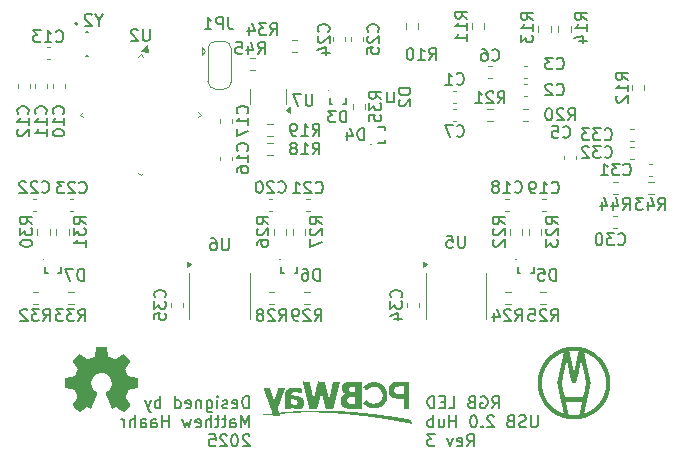
<source format=gbr>
%TF.GenerationSoftware,KiCad,Pcbnew,9.0.2*%
%TF.CreationDate,2025-06-16T09:35:24-07:00*%
%TF.ProjectId,led-usb-hub,6c65642d-7573-4622-9d68-75622e6b6963,rev?*%
%TF.SameCoordinates,PX37fb0e0PY47e8340*%
%TF.FileFunction,Legend,Bot*%
%TF.FilePolarity,Positive*%
%FSLAX46Y46*%
G04 Gerber Fmt 4.6, Leading zero omitted, Abs format (unit mm)*
G04 Created by KiCad (PCBNEW 9.0.2) date 2025-06-16 09:35:24*
%MOMM*%
%LPD*%
G01*
G04 APERTURE LIST*
%ADD10C,0.150000*%
%ADD11C,0.120000*%
%ADD12C,0.000000*%
%ADD13C,0.200000*%
%ADD14C,0.100000*%
%ADD15C,0.127000*%
G04 APERTURE END LIST*
D10*
X21663220Y-33939819D02*
X21663220Y-32939819D01*
X21663220Y-32939819D02*
X21425125Y-32939819D01*
X21425125Y-32939819D02*
X21282268Y-32987438D01*
X21282268Y-32987438D02*
X21187030Y-33082676D01*
X21187030Y-33082676D02*
X21139411Y-33177914D01*
X21139411Y-33177914D02*
X21091792Y-33368390D01*
X21091792Y-33368390D02*
X21091792Y-33511247D01*
X21091792Y-33511247D02*
X21139411Y-33701723D01*
X21139411Y-33701723D02*
X21187030Y-33796961D01*
X21187030Y-33796961D02*
X21282268Y-33892200D01*
X21282268Y-33892200D02*
X21425125Y-33939819D01*
X21425125Y-33939819D02*
X21663220Y-33939819D01*
X20282268Y-33892200D02*
X20377506Y-33939819D01*
X20377506Y-33939819D02*
X20567982Y-33939819D01*
X20567982Y-33939819D02*
X20663220Y-33892200D01*
X20663220Y-33892200D02*
X20710839Y-33796961D01*
X20710839Y-33796961D02*
X20710839Y-33416009D01*
X20710839Y-33416009D02*
X20663220Y-33320771D01*
X20663220Y-33320771D02*
X20567982Y-33273152D01*
X20567982Y-33273152D02*
X20377506Y-33273152D01*
X20377506Y-33273152D02*
X20282268Y-33320771D01*
X20282268Y-33320771D02*
X20234649Y-33416009D01*
X20234649Y-33416009D02*
X20234649Y-33511247D01*
X20234649Y-33511247D02*
X20710839Y-33606485D01*
X19853696Y-33892200D02*
X19758458Y-33939819D01*
X19758458Y-33939819D02*
X19567982Y-33939819D01*
X19567982Y-33939819D02*
X19472744Y-33892200D01*
X19472744Y-33892200D02*
X19425125Y-33796961D01*
X19425125Y-33796961D02*
X19425125Y-33749342D01*
X19425125Y-33749342D02*
X19472744Y-33654104D01*
X19472744Y-33654104D02*
X19567982Y-33606485D01*
X19567982Y-33606485D02*
X19710839Y-33606485D01*
X19710839Y-33606485D02*
X19806077Y-33558866D01*
X19806077Y-33558866D02*
X19853696Y-33463628D01*
X19853696Y-33463628D02*
X19853696Y-33416009D01*
X19853696Y-33416009D02*
X19806077Y-33320771D01*
X19806077Y-33320771D02*
X19710839Y-33273152D01*
X19710839Y-33273152D02*
X19567982Y-33273152D01*
X19567982Y-33273152D02*
X19472744Y-33320771D01*
X18996553Y-33939819D02*
X18996553Y-33273152D01*
X18996553Y-32939819D02*
X19044172Y-32987438D01*
X19044172Y-32987438D02*
X18996553Y-33035057D01*
X18996553Y-33035057D02*
X18948934Y-32987438D01*
X18948934Y-32987438D02*
X18996553Y-32939819D01*
X18996553Y-32939819D02*
X18996553Y-33035057D01*
X18091792Y-33273152D02*
X18091792Y-34082676D01*
X18091792Y-34082676D02*
X18139411Y-34177914D01*
X18139411Y-34177914D02*
X18187030Y-34225533D01*
X18187030Y-34225533D02*
X18282268Y-34273152D01*
X18282268Y-34273152D02*
X18425125Y-34273152D01*
X18425125Y-34273152D02*
X18520363Y-34225533D01*
X18091792Y-33892200D02*
X18187030Y-33939819D01*
X18187030Y-33939819D02*
X18377506Y-33939819D01*
X18377506Y-33939819D02*
X18472744Y-33892200D01*
X18472744Y-33892200D02*
X18520363Y-33844580D01*
X18520363Y-33844580D02*
X18567982Y-33749342D01*
X18567982Y-33749342D02*
X18567982Y-33463628D01*
X18567982Y-33463628D02*
X18520363Y-33368390D01*
X18520363Y-33368390D02*
X18472744Y-33320771D01*
X18472744Y-33320771D02*
X18377506Y-33273152D01*
X18377506Y-33273152D02*
X18187030Y-33273152D01*
X18187030Y-33273152D02*
X18091792Y-33320771D01*
X17615601Y-33273152D02*
X17615601Y-33939819D01*
X17615601Y-33368390D02*
X17567982Y-33320771D01*
X17567982Y-33320771D02*
X17472744Y-33273152D01*
X17472744Y-33273152D02*
X17329887Y-33273152D01*
X17329887Y-33273152D02*
X17234649Y-33320771D01*
X17234649Y-33320771D02*
X17187030Y-33416009D01*
X17187030Y-33416009D02*
X17187030Y-33939819D01*
X16329887Y-33892200D02*
X16425125Y-33939819D01*
X16425125Y-33939819D02*
X16615601Y-33939819D01*
X16615601Y-33939819D02*
X16710839Y-33892200D01*
X16710839Y-33892200D02*
X16758458Y-33796961D01*
X16758458Y-33796961D02*
X16758458Y-33416009D01*
X16758458Y-33416009D02*
X16710839Y-33320771D01*
X16710839Y-33320771D02*
X16615601Y-33273152D01*
X16615601Y-33273152D02*
X16425125Y-33273152D01*
X16425125Y-33273152D02*
X16329887Y-33320771D01*
X16329887Y-33320771D02*
X16282268Y-33416009D01*
X16282268Y-33416009D02*
X16282268Y-33511247D01*
X16282268Y-33511247D02*
X16758458Y-33606485D01*
X15425125Y-33939819D02*
X15425125Y-32939819D01*
X15425125Y-33892200D02*
X15520363Y-33939819D01*
X15520363Y-33939819D02*
X15710839Y-33939819D01*
X15710839Y-33939819D02*
X15806077Y-33892200D01*
X15806077Y-33892200D02*
X15853696Y-33844580D01*
X15853696Y-33844580D02*
X15901315Y-33749342D01*
X15901315Y-33749342D02*
X15901315Y-33463628D01*
X15901315Y-33463628D02*
X15853696Y-33368390D01*
X15853696Y-33368390D02*
X15806077Y-33320771D01*
X15806077Y-33320771D02*
X15710839Y-33273152D01*
X15710839Y-33273152D02*
X15520363Y-33273152D01*
X15520363Y-33273152D02*
X15425125Y-33320771D01*
X14187029Y-33939819D02*
X14187029Y-32939819D01*
X14187029Y-33320771D02*
X14091791Y-33273152D01*
X14091791Y-33273152D02*
X13901315Y-33273152D01*
X13901315Y-33273152D02*
X13806077Y-33320771D01*
X13806077Y-33320771D02*
X13758458Y-33368390D01*
X13758458Y-33368390D02*
X13710839Y-33463628D01*
X13710839Y-33463628D02*
X13710839Y-33749342D01*
X13710839Y-33749342D02*
X13758458Y-33844580D01*
X13758458Y-33844580D02*
X13806077Y-33892200D01*
X13806077Y-33892200D02*
X13901315Y-33939819D01*
X13901315Y-33939819D02*
X14091791Y-33939819D01*
X14091791Y-33939819D02*
X14187029Y-33892200D01*
X13377505Y-33273152D02*
X13139410Y-33939819D01*
X12901315Y-33273152D02*
X13139410Y-33939819D01*
X13139410Y-33939819D02*
X13234648Y-34177914D01*
X13234648Y-34177914D02*
X13282267Y-34225533D01*
X13282267Y-34225533D02*
X13377505Y-34273152D01*
X21663220Y-35549763D02*
X21663220Y-34549763D01*
X21663220Y-34549763D02*
X21329887Y-35264048D01*
X21329887Y-35264048D02*
X20996554Y-34549763D01*
X20996554Y-34549763D02*
X20996554Y-35549763D01*
X20091792Y-35549763D02*
X20091792Y-35025953D01*
X20091792Y-35025953D02*
X20139411Y-34930715D01*
X20139411Y-34930715D02*
X20234649Y-34883096D01*
X20234649Y-34883096D02*
X20425125Y-34883096D01*
X20425125Y-34883096D02*
X20520363Y-34930715D01*
X20091792Y-35502144D02*
X20187030Y-35549763D01*
X20187030Y-35549763D02*
X20425125Y-35549763D01*
X20425125Y-35549763D02*
X20520363Y-35502144D01*
X20520363Y-35502144D02*
X20567982Y-35406905D01*
X20567982Y-35406905D02*
X20567982Y-35311667D01*
X20567982Y-35311667D02*
X20520363Y-35216429D01*
X20520363Y-35216429D02*
X20425125Y-35168810D01*
X20425125Y-35168810D02*
X20187030Y-35168810D01*
X20187030Y-35168810D02*
X20091792Y-35121191D01*
X19758458Y-34883096D02*
X19377506Y-34883096D01*
X19615601Y-34549763D02*
X19615601Y-35406905D01*
X19615601Y-35406905D02*
X19567982Y-35502144D01*
X19567982Y-35502144D02*
X19472744Y-35549763D01*
X19472744Y-35549763D02*
X19377506Y-35549763D01*
X19187029Y-34883096D02*
X18806077Y-34883096D01*
X19044172Y-34549763D02*
X19044172Y-35406905D01*
X19044172Y-35406905D02*
X18996553Y-35502144D01*
X18996553Y-35502144D02*
X18901315Y-35549763D01*
X18901315Y-35549763D02*
X18806077Y-35549763D01*
X18472743Y-35549763D02*
X18472743Y-34549763D01*
X18044172Y-35549763D02*
X18044172Y-35025953D01*
X18044172Y-35025953D02*
X18091791Y-34930715D01*
X18091791Y-34930715D02*
X18187029Y-34883096D01*
X18187029Y-34883096D02*
X18329886Y-34883096D01*
X18329886Y-34883096D02*
X18425124Y-34930715D01*
X18425124Y-34930715D02*
X18472743Y-34978334D01*
X17187029Y-35502144D02*
X17282267Y-35549763D01*
X17282267Y-35549763D02*
X17472743Y-35549763D01*
X17472743Y-35549763D02*
X17567981Y-35502144D01*
X17567981Y-35502144D02*
X17615600Y-35406905D01*
X17615600Y-35406905D02*
X17615600Y-35025953D01*
X17615600Y-35025953D02*
X17567981Y-34930715D01*
X17567981Y-34930715D02*
X17472743Y-34883096D01*
X17472743Y-34883096D02*
X17282267Y-34883096D01*
X17282267Y-34883096D02*
X17187029Y-34930715D01*
X17187029Y-34930715D02*
X17139410Y-35025953D01*
X17139410Y-35025953D02*
X17139410Y-35121191D01*
X17139410Y-35121191D02*
X17615600Y-35216429D01*
X16806076Y-34883096D02*
X16615600Y-35549763D01*
X16615600Y-35549763D02*
X16425124Y-35073572D01*
X16425124Y-35073572D02*
X16234648Y-35549763D01*
X16234648Y-35549763D02*
X16044172Y-34883096D01*
X14901314Y-35549763D02*
X14901314Y-34549763D01*
X14901314Y-35025953D02*
X14329886Y-35025953D01*
X14329886Y-35549763D02*
X14329886Y-34549763D01*
X13425124Y-35549763D02*
X13425124Y-35025953D01*
X13425124Y-35025953D02*
X13472743Y-34930715D01*
X13472743Y-34930715D02*
X13567981Y-34883096D01*
X13567981Y-34883096D02*
X13758457Y-34883096D01*
X13758457Y-34883096D02*
X13853695Y-34930715D01*
X13425124Y-35502144D02*
X13520362Y-35549763D01*
X13520362Y-35549763D02*
X13758457Y-35549763D01*
X13758457Y-35549763D02*
X13853695Y-35502144D01*
X13853695Y-35502144D02*
X13901314Y-35406905D01*
X13901314Y-35406905D02*
X13901314Y-35311667D01*
X13901314Y-35311667D02*
X13853695Y-35216429D01*
X13853695Y-35216429D02*
X13758457Y-35168810D01*
X13758457Y-35168810D02*
X13520362Y-35168810D01*
X13520362Y-35168810D02*
X13425124Y-35121191D01*
X12520362Y-35549763D02*
X12520362Y-35025953D01*
X12520362Y-35025953D02*
X12567981Y-34930715D01*
X12567981Y-34930715D02*
X12663219Y-34883096D01*
X12663219Y-34883096D02*
X12853695Y-34883096D01*
X12853695Y-34883096D02*
X12948933Y-34930715D01*
X12520362Y-35502144D02*
X12615600Y-35549763D01*
X12615600Y-35549763D02*
X12853695Y-35549763D01*
X12853695Y-35549763D02*
X12948933Y-35502144D01*
X12948933Y-35502144D02*
X12996552Y-35406905D01*
X12996552Y-35406905D02*
X12996552Y-35311667D01*
X12996552Y-35311667D02*
X12948933Y-35216429D01*
X12948933Y-35216429D02*
X12853695Y-35168810D01*
X12853695Y-35168810D02*
X12615600Y-35168810D01*
X12615600Y-35168810D02*
X12520362Y-35121191D01*
X12044171Y-35549763D02*
X12044171Y-34549763D01*
X11615600Y-35549763D02*
X11615600Y-35025953D01*
X11615600Y-35025953D02*
X11663219Y-34930715D01*
X11663219Y-34930715D02*
X11758457Y-34883096D01*
X11758457Y-34883096D02*
X11901314Y-34883096D01*
X11901314Y-34883096D02*
X11996552Y-34930715D01*
X11996552Y-34930715D02*
X12044171Y-34978334D01*
X11139409Y-35549763D02*
X11139409Y-34883096D01*
X11139409Y-35073572D02*
X11091790Y-34978334D01*
X11091790Y-34978334D02*
X11044171Y-34930715D01*
X11044171Y-34930715D02*
X10948933Y-34883096D01*
X10948933Y-34883096D02*
X10853695Y-34883096D01*
X21710839Y-36254945D02*
X21663220Y-36207326D01*
X21663220Y-36207326D02*
X21567982Y-36159707D01*
X21567982Y-36159707D02*
X21329887Y-36159707D01*
X21329887Y-36159707D02*
X21234649Y-36207326D01*
X21234649Y-36207326D02*
X21187030Y-36254945D01*
X21187030Y-36254945D02*
X21139411Y-36350183D01*
X21139411Y-36350183D02*
X21139411Y-36445421D01*
X21139411Y-36445421D02*
X21187030Y-36588278D01*
X21187030Y-36588278D02*
X21758458Y-37159707D01*
X21758458Y-37159707D02*
X21139411Y-37159707D01*
X20520363Y-36159707D02*
X20425125Y-36159707D01*
X20425125Y-36159707D02*
X20329887Y-36207326D01*
X20329887Y-36207326D02*
X20282268Y-36254945D01*
X20282268Y-36254945D02*
X20234649Y-36350183D01*
X20234649Y-36350183D02*
X20187030Y-36540659D01*
X20187030Y-36540659D02*
X20187030Y-36778754D01*
X20187030Y-36778754D02*
X20234649Y-36969230D01*
X20234649Y-36969230D02*
X20282268Y-37064468D01*
X20282268Y-37064468D02*
X20329887Y-37112088D01*
X20329887Y-37112088D02*
X20425125Y-37159707D01*
X20425125Y-37159707D02*
X20520363Y-37159707D01*
X20520363Y-37159707D02*
X20615601Y-37112088D01*
X20615601Y-37112088D02*
X20663220Y-37064468D01*
X20663220Y-37064468D02*
X20710839Y-36969230D01*
X20710839Y-36969230D02*
X20758458Y-36778754D01*
X20758458Y-36778754D02*
X20758458Y-36540659D01*
X20758458Y-36540659D02*
X20710839Y-36350183D01*
X20710839Y-36350183D02*
X20663220Y-36254945D01*
X20663220Y-36254945D02*
X20615601Y-36207326D01*
X20615601Y-36207326D02*
X20520363Y-36159707D01*
X19806077Y-36254945D02*
X19758458Y-36207326D01*
X19758458Y-36207326D02*
X19663220Y-36159707D01*
X19663220Y-36159707D02*
X19425125Y-36159707D01*
X19425125Y-36159707D02*
X19329887Y-36207326D01*
X19329887Y-36207326D02*
X19282268Y-36254945D01*
X19282268Y-36254945D02*
X19234649Y-36350183D01*
X19234649Y-36350183D02*
X19234649Y-36445421D01*
X19234649Y-36445421D02*
X19282268Y-36588278D01*
X19282268Y-36588278D02*
X19853696Y-37159707D01*
X19853696Y-37159707D02*
X19234649Y-37159707D01*
X18329887Y-36159707D02*
X18806077Y-36159707D01*
X18806077Y-36159707D02*
X18853696Y-36635897D01*
X18853696Y-36635897D02*
X18806077Y-36588278D01*
X18806077Y-36588278D02*
X18710839Y-36540659D01*
X18710839Y-36540659D02*
X18472744Y-36540659D01*
X18472744Y-36540659D02*
X18377506Y-36588278D01*
X18377506Y-36588278D02*
X18329887Y-36635897D01*
X18329887Y-36635897D02*
X18282268Y-36731135D01*
X18282268Y-36731135D02*
X18282268Y-36969230D01*
X18282268Y-36969230D02*
X18329887Y-37064468D01*
X18329887Y-37064468D02*
X18377506Y-37112088D01*
X18377506Y-37112088D02*
X18472744Y-37159707D01*
X18472744Y-37159707D02*
X18710839Y-37159707D01*
X18710839Y-37159707D02*
X18806077Y-37112088D01*
X18806077Y-37112088D02*
X18853696Y-37064468D01*
X42265351Y-33939819D02*
X42598684Y-33463628D01*
X42836779Y-33939819D02*
X42836779Y-32939819D01*
X42836779Y-32939819D02*
X42455827Y-32939819D01*
X42455827Y-32939819D02*
X42360589Y-32987438D01*
X42360589Y-32987438D02*
X42312970Y-33035057D01*
X42312970Y-33035057D02*
X42265351Y-33130295D01*
X42265351Y-33130295D02*
X42265351Y-33273152D01*
X42265351Y-33273152D02*
X42312970Y-33368390D01*
X42312970Y-33368390D02*
X42360589Y-33416009D01*
X42360589Y-33416009D02*
X42455827Y-33463628D01*
X42455827Y-33463628D02*
X42836779Y-33463628D01*
X41312970Y-32987438D02*
X41408208Y-32939819D01*
X41408208Y-32939819D02*
X41551065Y-32939819D01*
X41551065Y-32939819D02*
X41693922Y-32987438D01*
X41693922Y-32987438D02*
X41789160Y-33082676D01*
X41789160Y-33082676D02*
X41836779Y-33177914D01*
X41836779Y-33177914D02*
X41884398Y-33368390D01*
X41884398Y-33368390D02*
X41884398Y-33511247D01*
X41884398Y-33511247D02*
X41836779Y-33701723D01*
X41836779Y-33701723D02*
X41789160Y-33796961D01*
X41789160Y-33796961D02*
X41693922Y-33892200D01*
X41693922Y-33892200D02*
X41551065Y-33939819D01*
X41551065Y-33939819D02*
X41455827Y-33939819D01*
X41455827Y-33939819D02*
X41312970Y-33892200D01*
X41312970Y-33892200D02*
X41265351Y-33844580D01*
X41265351Y-33844580D02*
X41265351Y-33511247D01*
X41265351Y-33511247D02*
X41455827Y-33511247D01*
X40503446Y-33416009D02*
X40360589Y-33463628D01*
X40360589Y-33463628D02*
X40312970Y-33511247D01*
X40312970Y-33511247D02*
X40265351Y-33606485D01*
X40265351Y-33606485D02*
X40265351Y-33749342D01*
X40265351Y-33749342D02*
X40312970Y-33844580D01*
X40312970Y-33844580D02*
X40360589Y-33892200D01*
X40360589Y-33892200D02*
X40455827Y-33939819D01*
X40455827Y-33939819D02*
X40836779Y-33939819D01*
X40836779Y-33939819D02*
X40836779Y-32939819D01*
X40836779Y-32939819D02*
X40503446Y-32939819D01*
X40503446Y-32939819D02*
X40408208Y-32987438D01*
X40408208Y-32987438D02*
X40360589Y-33035057D01*
X40360589Y-33035057D02*
X40312970Y-33130295D01*
X40312970Y-33130295D02*
X40312970Y-33225533D01*
X40312970Y-33225533D02*
X40360589Y-33320771D01*
X40360589Y-33320771D02*
X40408208Y-33368390D01*
X40408208Y-33368390D02*
X40503446Y-33416009D01*
X40503446Y-33416009D02*
X40836779Y-33416009D01*
X38598684Y-33939819D02*
X39074874Y-33939819D01*
X39074874Y-33939819D02*
X39074874Y-32939819D01*
X38265350Y-33416009D02*
X37932017Y-33416009D01*
X37789160Y-33939819D02*
X38265350Y-33939819D01*
X38265350Y-33939819D02*
X38265350Y-32939819D01*
X38265350Y-32939819D02*
X37789160Y-32939819D01*
X37360588Y-33939819D02*
X37360588Y-32939819D01*
X37360588Y-32939819D02*
X37122493Y-32939819D01*
X37122493Y-32939819D02*
X36979636Y-32987438D01*
X36979636Y-32987438D02*
X36884398Y-33082676D01*
X36884398Y-33082676D02*
X36836779Y-33177914D01*
X36836779Y-33177914D02*
X36789160Y-33368390D01*
X36789160Y-33368390D02*
X36789160Y-33511247D01*
X36789160Y-33511247D02*
X36836779Y-33701723D01*
X36836779Y-33701723D02*
X36884398Y-33796961D01*
X36884398Y-33796961D02*
X36979636Y-33892200D01*
X36979636Y-33892200D02*
X37122493Y-33939819D01*
X37122493Y-33939819D02*
X37360588Y-33939819D01*
X46122493Y-34549763D02*
X46122493Y-35359286D01*
X46122493Y-35359286D02*
X46074874Y-35454524D01*
X46074874Y-35454524D02*
X46027255Y-35502144D01*
X46027255Y-35502144D02*
X45932017Y-35549763D01*
X45932017Y-35549763D02*
X45741541Y-35549763D01*
X45741541Y-35549763D02*
X45646303Y-35502144D01*
X45646303Y-35502144D02*
X45598684Y-35454524D01*
X45598684Y-35454524D02*
X45551065Y-35359286D01*
X45551065Y-35359286D02*
X45551065Y-34549763D01*
X45122493Y-35502144D02*
X44979636Y-35549763D01*
X44979636Y-35549763D02*
X44741541Y-35549763D01*
X44741541Y-35549763D02*
X44646303Y-35502144D01*
X44646303Y-35502144D02*
X44598684Y-35454524D01*
X44598684Y-35454524D02*
X44551065Y-35359286D01*
X44551065Y-35359286D02*
X44551065Y-35264048D01*
X44551065Y-35264048D02*
X44598684Y-35168810D01*
X44598684Y-35168810D02*
X44646303Y-35121191D01*
X44646303Y-35121191D02*
X44741541Y-35073572D01*
X44741541Y-35073572D02*
X44932017Y-35025953D01*
X44932017Y-35025953D02*
X45027255Y-34978334D01*
X45027255Y-34978334D02*
X45074874Y-34930715D01*
X45074874Y-34930715D02*
X45122493Y-34835477D01*
X45122493Y-34835477D02*
X45122493Y-34740239D01*
X45122493Y-34740239D02*
X45074874Y-34645001D01*
X45074874Y-34645001D02*
X45027255Y-34597382D01*
X45027255Y-34597382D02*
X44932017Y-34549763D01*
X44932017Y-34549763D02*
X44693922Y-34549763D01*
X44693922Y-34549763D02*
X44551065Y-34597382D01*
X43789160Y-35025953D02*
X43646303Y-35073572D01*
X43646303Y-35073572D02*
X43598684Y-35121191D01*
X43598684Y-35121191D02*
X43551065Y-35216429D01*
X43551065Y-35216429D02*
X43551065Y-35359286D01*
X43551065Y-35359286D02*
X43598684Y-35454524D01*
X43598684Y-35454524D02*
X43646303Y-35502144D01*
X43646303Y-35502144D02*
X43741541Y-35549763D01*
X43741541Y-35549763D02*
X44122493Y-35549763D01*
X44122493Y-35549763D02*
X44122493Y-34549763D01*
X44122493Y-34549763D02*
X43789160Y-34549763D01*
X43789160Y-34549763D02*
X43693922Y-34597382D01*
X43693922Y-34597382D02*
X43646303Y-34645001D01*
X43646303Y-34645001D02*
X43598684Y-34740239D01*
X43598684Y-34740239D02*
X43598684Y-34835477D01*
X43598684Y-34835477D02*
X43646303Y-34930715D01*
X43646303Y-34930715D02*
X43693922Y-34978334D01*
X43693922Y-34978334D02*
X43789160Y-35025953D01*
X43789160Y-35025953D02*
X44122493Y-35025953D01*
X42408207Y-34645001D02*
X42360588Y-34597382D01*
X42360588Y-34597382D02*
X42265350Y-34549763D01*
X42265350Y-34549763D02*
X42027255Y-34549763D01*
X42027255Y-34549763D02*
X41932017Y-34597382D01*
X41932017Y-34597382D02*
X41884398Y-34645001D01*
X41884398Y-34645001D02*
X41836779Y-34740239D01*
X41836779Y-34740239D02*
X41836779Y-34835477D01*
X41836779Y-34835477D02*
X41884398Y-34978334D01*
X41884398Y-34978334D02*
X42455826Y-35549763D01*
X42455826Y-35549763D02*
X41836779Y-35549763D01*
X41408207Y-35454524D02*
X41360588Y-35502144D01*
X41360588Y-35502144D02*
X41408207Y-35549763D01*
X41408207Y-35549763D02*
X41455826Y-35502144D01*
X41455826Y-35502144D02*
X41408207Y-35454524D01*
X41408207Y-35454524D02*
X41408207Y-35549763D01*
X40741541Y-34549763D02*
X40646303Y-34549763D01*
X40646303Y-34549763D02*
X40551065Y-34597382D01*
X40551065Y-34597382D02*
X40503446Y-34645001D01*
X40503446Y-34645001D02*
X40455827Y-34740239D01*
X40455827Y-34740239D02*
X40408208Y-34930715D01*
X40408208Y-34930715D02*
X40408208Y-35168810D01*
X40408208Y-35168810D02*
X40455827Y-35359286D01*
X40455827Y-35359286D02*
X40503446Y-35454524D01*
X40503446Y-35454524D02*
X40551065Y-35502144D01*
X40551065Y-35502144D02*
X40646303Y-35549763D01*
X40646303Y-35549763D02*
X40741541Y-35549763D01*
X40741541Y-35549763D02*
X40836779Y-35502144D01*
X40836779Y-35502144D02*
X40884398Y-35454524D01*
X40884398Y-35454524D02*
X40932017Y-35359286D01*
X40932017Y-35359286D02*
X40979636Y-35168810D01*
X40979636Y-35168810D02*
X40979636Y-34930715D01*
X40979636Y-34930715D02*
X40932017Y-34740239D01*
X40932017Y-34740239D02*
X40884398Y-34645001D01*
X40884398Y-34645001D02*
X40836779Y-34597382D01*
X40836779Y-34597382D02*
X40741541Y-34549763D01*
X39217731Y-35549763D02*
X39217731Y-34549763D01*
X39217731Y-35025953D02*
X38646303Y-35025953D01*
X38646303Y-35549763D02*
X38646303Y-34549763D01*
X37741541Y-34883096D02*
X37741541Y-35549763D01*
X38170112Y-34883096D02*
X38170112Y-35406905D01*
X38170112Y-35406905D02*
X38122493Y-35502144D01*
X38122493Y-35502144D02*
X38027255Y-35549763D01*
X38027255Y-35549763D02*
X37884398Y-35549763D01*
X37884398Y-35549763D02*
X37789160Y-35502144D01*
X37789160Y-35502144D02*
X37741541Y-35454524D01*
X37265350Y-35549763D02*
X37265350Y-34549763D01*
X37265350Y-34930715D02*
X37170112Y-34883096D01*
X37170112Y-34883096D02*
X36979636Y-34883096D01*
X36979636Y-34883096D02*
X36884398Y-34930715D01*
X36884398Y-34930715D02*
X36836779Y-34978334D01*
X36836779Y-34978334D02*
X36789160Y-35073572D01*
X36789160Y-35073572D02*
X36789160Y-35359286D01*
X36789160Y-35359286D02*
X36836779Y-35454524D01*
X36836779Y-35454524D02*
X36884398Y-35502144D01*
X36884398Y-35502144D02*
X36979636Y-35549763D01*
X36979636Y-35549763D02*
X37170112Y-35549763D01*
X37170112Y-35549763D02*
X37265350Y-35502144D01*
X40122494Y-37159707D02*
X40455827Y-36683516D01*
X40693922Y-37159707D02*
X40693922Y-36159707D01*
X40693922Y-36159707D02*
X40312970Y-36159707D01*
X40312970Y-36159707D02*
X40217732Y-36207326D01*
X40217732Y-36207326D02*
X40170113Y-36254945D01*
X40170113Y-36254945D02*
X40122494Y-36350183D01*
X40122494Y-36350183D02*
X40122494Y-36493040D01*
X40122494Y-36493040D02*
X40170113Y-36588278D01*
X40170113Y-36588278D02*
X40217732Y-36635897D01*
X40217732Y-36635897D02*
X40312970Y-36683516D01*
X40312970Y-36683516D02*
X40693922Y-36683516D01*
X39312970Y-37112088D02*
X39408208Y-37159707D01*
X39408208Y-37159707D02*
X39598684Y-37159707D01*
X39598684Y-37159707D02*
X39693922Y-37112088D01*
X39693922Y-37112088D02*
X39741541Y-37016849D01*
X39741541Y-37016849D02*
X39741541Y-36635897D01*
X39741541Y-36635897D02*
X39693922Y-36540659D01*
X39693922Y-36540659D02*
X39598684Y-36493040D01*
X39598684Y-36493040D02*
X39408208Y-36493040D01*
X39408208Y-36493040D02*
X39312970Y-36540659D01*
X39312970Y-36540659D02*
X39265351Y-36635897D01*
X39265351Y-36635897D02*
X39265351Y-36731135D01*
X39265351Y-36731135D02*
X39741541Y-36826373D01*
X38932017Y-36493040D02*
X38693922Y-37159707D01*
X38693922Y-37159707D02*
X38455827Y-36493040D01*
X37408207Y-36159707D02*
X36789160Y-36159707D01*
X36789160Y-36159707D02*
X37122493Y-36540659D01*
X37122493Y-36540659D02*
X36979636Y-36540659D01*
X36979636Y-36540659D02*
X36884398Y-36588278D01*
X36884398Y-36588278D02*
X36836779Y-36635897D01*
X36836779Y-36635897D02*
X36789160Y-36731135D01*
X36789160Y-36731135D02*
X36789160Y-36969230D01*
X36789160Y-36969230D02*
X36836779Y-37064468D01*
X36836779Y-37064468D02*
X36884398Y-37112088D01*
X36884398Y-37112088D02*
X36979636Y-37159707D01*
X36979636Y-37159707D02*
X37265350Y-37159707D01*
X37265350Y-37159707D02*
X37360588Y-37112088D01*
X37360588Y-37112088D02*
X37408207Y-37064468D01*
X45719819Y-1057142D02*
X45243628Y-723809D01*
X45719819Y-485714D02*
X44719819Y-485714D01*
X44719819Y-485714D02*
X44719819Y-866666D01*
X44719819Y-866666D02*
X44767438Y-961904D01*
X44767438Y-961904D02*
X44815057Y-1009523D01*
X44815057Y-1009523D02*
X44910295Y-1057142D01*
X44910295Y-1057142D02*
X45053152Y-1057142D01*
X45053152Y-1057142D02*
X45148390Y-1009523D01*
X45148390Y-1009523D02*
X45196009Y-961904D01*
X45196009Y-961904D02*
X45243628Y-866666D01*
X45243628Y-866666D02*
X45243628Y-485714D01*
X45719819Y-2009523D02*
X45719819Y-1438095D01*
X45719819Y-1723809D02*
X44719819Y-1723809D01*
X44719819Y-1723809D02*
X44862676Y-1628571D01*
X44862676Y-1628571D02*
X44957914Y-1533333D01*
X44957914Y-1533333D02*
X45005533Y-1438095D01*
X44719819Y-2342857D02*
X44719819Y-2961904D01*
X44719819Y-2961904D02*
X45100771Y-2628571D01*
X45100771Y-2628571D02*
X45100771Y-2771428D01*
X45100771Y-2771428D02*
X45148390Y-2866666D01*
X45148390Y-2866666D02*
X45196009Y-2914285D01*
X45196009Y-2914285D02*
X45291247Y-2961904D01*
X45291247Y-2961904D02*
X45529342Y-2961904D01*
X45529342Y-2961904D02*
X45624580Y-2914285D01*
X45624580Y-2914285D02*
X45672200Y-2866666D01*
X45672200Y-2866666D02*
X45719819Y-2771428D01*
X45719819Y-2771428D02*
X45719819Y-2485714D01*
X45719819Y-2485714D02*
X45672200Y-2390476D01*
X45672200Y-2390476D02*
X45624580Y-2342857D01*
X50289819Y-1057142D02*
X49813628Y-723809D01*
X50289819Y-485714D02*
X49289819Y-485714D01*
X49289819Y-485714D02*
X49289819Y-866666D01*
X49289819Y-866666D02*
X49337438Y-961904D01*
X49337438Y-961904D02*
X49385057Y-1009523D01*
X49385057Y-1009523D02*
X49480295Y-1057142D01*
X49480295Y-1057142D02*
X49623152Y-1057142D01*
X49623152Y-1057142D02*
X49718390Y-1009523D01*
X49718390Y-1009523D02*
X49766009Y-961904D01*
X49766009Y-961904D02*
X49813628Y-866666D01*
X49813628Y-866666D02*
X49813628Y-485714D01*
X50289819Y-2009523D02*
X50289819Y-1438095D01*
X50289819Y-1723809D02*
X49289819Y-1723809D01*
X49289819Y-1723809D02*
X49432676Y-1628571D01*
X49432676Y-1628571D02*
X49527914Y-1533333D01*
X49527914Y-1533333D02*
X49575533Y-1438095D01*
X49623152Y-2866666D02*
X50289819Y-2866666D01*
X49242200Y-2628571D02*
X49956485Y-2390476D01*
X49956485Y-2390476D02*
X49956485Y-3009523D01*
X28409251Y-2057142D02*
X28456871Y-2009523D01*
X28456871Y-2009523D02*
X28504490Y-1866666D01*
X28504490Y-1866666D02*
X28504490Y-1771428D01*
X28504490Y-1771428D02*
X28456871Y-1628571D01*
X28456871Y-1628571D02*
X28361632Y-1533333D01*
X28361632Y-1533333D02*
X28266394Y-1485714D01*
X28266394Y-1485714D02*
X28075918Y-1438095D01*
X28075918Y-1438095D02*
X27933061Y-1438095D01*
X27933061Y-1438095D02*
X27742585Y-1485714D01*
X27742585Y-1485714D02*
X27647347Y-1533333D01*
X27647347Y-1533333D02*
X27552109Y-1628571D01*
X27552109Y-1628571D02*
X27504490Y-1771428D01*
X27504490Y-1771428D02*
X27504490Y-1866666D01*
X27504490Y-1866666D02*
X27552109Y-2009523D01*
X27552109Y-2009523D02*
X27599728Y-2057142D01*
X27599728Y-2438095D02*
X27552109Y-2485714D01*
X27552109Y-2485714D02*
X27504490Y-2580952D01*
X27504490Y-2580952D02*
X27504490Y-2819047D01*
X27504490Y-2819047D02*
X27552109Y-2914285D01*
X27552109Y-2914285D02*
X27599728Y-2961904D01*
X27599728Y-2961904D02*
X27694966Y-3009523D01*
X27694966Y-3009523D02*
X27790204Y-3009523D01*
X27790204Y-3009523D02*
X27933061Y-2961904D01*
X27933061Y-2961904D02*
X28504490Y-2390476D01*
X28504490Y-2390476D02*
X28504490Y-3009523D01*
X27837823Y-3866666D02*
X28504490Y-3866666D01*
X27456871Y-3628571D02*
X28171156Y-3390476D01*
X28171156Y-3390476D02*
X28171156Y-4009523D01*
X44242857Y-26554819D02*
X44576190Y-26078628D01*
X44814285Y-26554819D02*
X44814285Y-25554819D01*
X44814285Y-25554819D02*
X44433333Y-25554819D01*
X44433333Y-25554819D02*
X44338095Y-25602438D01*
X44338095Y-25602438D02*
X44290476Y-25650057D01*
X44290476Y-25650057D02*
X44242857Y-25745295D01*
X44242857Y-25745295D02*
X44242857Y-25888152D01*
X44242857Y-25888152D02*
X44290476Y-25983390D01*
X44290476Y-25983390D02*
X44338095Y-26031009D01*
X44338095Y-26031009D02*
X44433333Y-26078628D01*
X44433333Y-26078628D02*
X44814285Y-26078628D01*
X43861904Y-25650057D02*
X43814285Y-25602438D01*
X43814285Y-25602438D02*
X43719047Y-25554819D01*
X43719047Y-25554819D02*
X43480952Y-25554819D01*
X43480952Y-25554819D02*
X43385714Y-25602438D01*
X43385714Y-25602438D02*
X43338095Y-25650057D01*
X43338095Y-25650057D02*
X43290476Y-25745295D01*
X43290476Y-25745295D02*
X43290476Y-25840533D01*
X43290476Y-25840533D02*
X43338095Y-25983390D01*
X43338095Y-25983390D02*
X43909523Y-26554819D01*
X43909523Y-26554819D02*
X43290476Y-26554819D01*
X42433333Y-25888152D02*
X42433333Y-26554819D01*
X42671428Y-25507200D02*
X42909523Y-26221485D01*
X42909523Y-26221485D02*
X42290476Y-26221485D01*
X7844819Y-18357142D02*
X7368628Y-18023809D01*
X7844819Y-17785714D02*
X6844819Y-17785714D01*
X6844819Y-17785714D02*
X6844819Y-18166666D01*
X6844819Y-18166666D02*
X6892438Y-18261904D01*
X6892438Y-18261904D02*
X6940057Y-18309523D01*
X6940057Y-18309523D02*
X7035295Y-18357142D01*
X7035295Y-18357142D02*
X7178152Y-18357142D01*
X7178152Y-18357142D02*
X7273390Y-18309523D01*
X7273390Y-18309523D02*
X7321009Y-18261904D01*
X7321009Y-18261904D02*
X7368628Y-18166666D01*
X7368628Y-18166666D02*
X7368628Y-17785714D01*
X6844819Y-18690476D02*
X6844819Y-19309523D01*
X6844819Y-19309523D02*
X7225771Y-18976190D01*
X7225771Y-18976190D02*
X7225771Y-19119047D01*
X7225771Y-19119047D02*
X7273390Y-19214285D01*
X7273390Y-19214285D02*
X7321009Y-19261904D01*
X7321009Y-19261904D02*
X7416247Y-19309523D01*
X7416247Y-19309523D02*
X7654342Y-19309523D01*
X7654342Y-19309523D02*
X7749580Y-19261904D01*
X7749580Y-19261904D02*
X7797200Y-19214285D01*
X7797200Y-19214285D02*
X7844819Y-19119047D01*
X7844819Y-19119047D02*
X7844819Y-18833333D01*
X7844819Y-18833333D02*
X7797200Y-18738095D01*
X7797200Y-18738095D02*
X7749580Y-18690476D01*
X7844819Y-20261904D02*
X7844819Y-19690476D01*
X7844819Y-19976190D02*
X6844819Y-19976190D01*
X6844819Y-19976190D02*
X6987676Y-19880952D01*
X6987676Y-19880952D02*
X7082914Y-19785714D01*
X7082914Y-19785714D02*
X7130533Y-19690476D01*
X27060588Y-7354819D02*
X27060588Y-8164342D01*
X27060588Y-8164342D02*
X27012969Y-8259580D01*
X27012969Y-8259580D02*
X26965350Y-8307200D01*
X26965350Y-8307200D02*
X26870112Y-8354819D01*
X26870112Y-8354819D02*
X26679636Y-8354819D01*
X26679636Y-8354819D02*
X26584398Y-8307200D01*
X26584398Y-8307200D02*
X26536779Y-8259580D01*
X26536779Y-8259580D02*
X26489160Y-8164342D01*
X26489160Y-8164342D02*
X26489160Y-7354819D01*
X26108207Y-7354819D02*
X25441541Y-7354819D01*
X25441541Y-7354819D02*
X25870112Y-8354819D01*
X39961904Y-19354819D02*
X39961904Y-20164342D01*
X39961904Y-20164342D02*
X39914285Y-20259580D01*
X39914285Y-20259580D02*
X39866666Y-20307200D01*
X39866666Y-20307200D02*
X39771428Y-20354819D01*
X39771428Y-20354819D02*
X39580952Y-20354819D01*
X39580952Y-20354819D02*
X39485714Y-20307200D01*
X39485714Y-20307200D02*
X39438095Y-20259580D01*
X39438095Y-20259580D02*
X39390476Y-20164342D01*
X39390476Y-20164342D02*
X39390476Y-19354819D01*
X38438095Y-19354819D02*
X38914285Y-19354819D01*
X38914285Y-19354819D02*
X38961904Y-19831009D01*
X38961904Y-19831009D02*
X38914285Y-19783390D01*
X38914285Y-19783390D02*
X38819047Y-19735771D01*
X38819047Y-19735771D02*
X38580952Y-19735771D01*
X38580952Y-19735771D02*
X38485714Y-19783390D01*
X38485714Y-19783390D02*
X38438095Y-19831009D01*
X38438095Y-19831009D02*
X38390476Y-19926247D01*
X38390476Y-19926247D02*
X38390476Y-20164342D01*
X38390476Y-20164342D02*
X38438095Y-20259580D01*
X38438095Y-20259580D02*
X38485714Y-20307200D01*
X38485714Y-20307200D02*
X38580952Y-20354819D01*
X38580952Y-20354819D02*
X38819047Y-20354819D01*
X38819047Y-20354819D02*
X38914285Y-20307200D01*
X38914285Y-20307200D02*
X38961904Y-20259580D01*
X29938094Y-9739819D02*
X29938094Y-8739819D01*
X29938094Y-8739819D02*
X29699999Y-8739819D01*
X29699999Y-8739819D02*
X29557142Y-8787438D01*
X29557142Y-8787438D02*
X29461904Y-8882676D01*
X29461904Y-8882676D02*
X29414285Y-8977914D01*
X29414285Y-8977914D02*
X29366666Y-9168390D01*
X29366666Y-9168390D02*
X29366666Y-9311247D01*
X29366666Y-9311247D02*
X29414285Y-9501723D01*
X29414285Y-9501723D02*
X29461904Y-9596961D01*
X29461904Y-9596961D02*
X29557142Y-9692200D01*
X29557142Y-9692200D02*
X29699999Y-9739819D01*
X29699999Y-9739819D02*
X29938094Y-9739819D01*
X29033332Y-8739819D02*
X28414285Y-8739819D01*
X28414285Y-8739819D02*
X28747618Y-9120771D01*
X28747618Y-9120771D02*
X28604761Y-9120771D01*
X28604761Y-9120771D02*
X28509523Y-9168390D01*
X28509523Y-9168390D02*
X28461904Y-9216009D01*
X28461904Y-9216009D02*
X28414285Y-9311247D01*
X28414285Y-9311247D02*
X28414285Y-9549342D01*
X28414285Y-9549342D02*
X28461904Y-9644580D01*
X28461904Y-9644580D02*
X28509523Y-9692200D01*
X28509523Y-9692200D02*
X28604761Y-9739819D01*
X28604761Y-9739819D02*
X28890475Y-9739819D01*
X28890475Y-9739819D02*
X28985713Y-9692200D01*
X28985713Y-9692200D02*
X29033332Y-9644580D01*
X32579251Y-2057142D02*
X32626871Y-2009523D01*
X32626871Y-2009523D02*
X32674490Y-1866666D01*
X32674490Y-1866666D02*
X32674490Y-1771428D01*
X32674490Y-1771428D02*
X32626871Y-1628571D01*
X32626871Y-1628571D02*
X32531632Y-1533333D01*
X32531632Y-1533333D02*
X32436394Y-1485714D01*
X32436394Y-1485714D02*
X32245918Y-1438095D01*
X32245918Y-1438095D02*
X32103061Y-1438095D01*
X32103061Y-1438095D02*
X31912585Y-1485714D01*
X31912585Y-1485714D02*
X31817347Y-1533333D01*
X31817347Y-1533333D02*
X31722109Y-1628571D01*
X31722109Y-1628571D02*
X31674490Y-1771428D01*
X31674490Y-1771428D02*
X31674490Y-1866666D01*
X31674490Y-1866666D02*
X31722109Y-2009523D01*
X31722109Y-2009523D02*
X31769728Y-2057142D01*
X31769728Y-2438095D02*
X31722109Y-2485714D01*
X31722109Y-2485714D02*
X31674490Y-2580952D01*
X31674490Y-2580952D02*
X31674490Y-2819047D01*
X31674490Y-2819047D02*
X31722109Y-2914285D01*
X31722109Y-2914285D02*
X31769728Y-2961904D01*
X31769728Y-2961904D02*
X31864966Y-3009523D01*
X31864966Y-3009523D02*
X31960204Y-3009523D01*
X31960204Y-3009523D02*
X32103061Y-2961904D01*
X32103061Y-2961904D02*
X32674490Y-2390476D01*
X32674490Y-2390476D02*
X32674490Y-3009523D01*
X31674490Y-3914285D02*
X31674490Y-3438095D01*
X31674490Y-3438095D02*
X32150680Y-3390476D01*
X32150680Y-3390476D02*
X32103061Y-3438095D01*
X32103061Y-3438095D02*
X32055442Y-3533333D01*
X32055442Y-3533333D02*
X32055442Y-3771428D01*
X32055442Y-3771428D02*
X32103061Y-3866666D01*
X32103061Y-3866666D02*
X32150680Y-3914285D01*
X32150680Y-3914285D02*
X32245918Y-3961904D01*
X32245918Y-3961904D02*
X32484013Y-3961904D01*
X32484013Y-3961904D02*
X32579251Y-3914285D01*
X32579251Y-3914285D02*
X32626871Y-3866666D01*
X32626871Y-3866666D02*
X32674490Y-3771428D01*
X32674490Y-3771428D02*
X32674490Y-3533333D01*
X32674490Y-3533333D02*
X32626871Y-3438095D01*
X32626871Y-3438095D02*
X32579251Y-3390476D01*
X4459580Y-9008207D02*
X4507200Y-8960588D01*
X4507200Y-8960588D02*
X4554819Y-8817731D01*
X4554819Y-8817731D02*
X4554819Y-8722493D01*
X4554819Y-8722493D02*
X4507200Y-8579636D01*
X4507200Y-8579636D02*
X4411961Y-8484398D01*
X4411961Y-8484398D02*
X4316723Y-8436779D01*
X4316723Y-8436779D02*
X4126247Y-8389160D01*
X4126247Y-8389160D02*
X3983390Y-8389160D01*
X3983390Y-8389160D02*
X3792914Y-8436779D01*
X3792914Y-8436779D02*
X3697676Y-8484398D01*
X3697676Y-8484398D02*
X3602438Y-8579636D01*
X3602438Y-8579636D02*
X3554819Y-8722493D01*
X3554819Y-8722493D02*
X3554819Y-8817731D01*
X3554819Y-8817731D02*
X3602438Y-8960588D01*
X3602438Y-8960588D02*
X3650057Y-9008207D01*
X4554819Y-9960588D02*
X4554819Y-9389160D01*
X4554819Y-9674874D02*
X3554819Y-9674874D01*
X3554819Y-9674874D02*
X3697676Y-9579636D01*
X3697676Y-9579636D02*
X3792914Y-9484398D01*
X3792914Y-9484398D02*
X3840533Y-9389160D01*
X4554819Y-10912969D02*
X4554819Y-10341541D01*
X4554819Y-10627255D02*
X3554819Y-10627255D01*
X3554819Y-10627255D02*
X3697676Y-10532017D01*
X3697676Y-10532017D02*
X3792914Y-10436779D01*
X3792914Y-10436779D02*
X3840533Y-10341541D01*
X40154819Y-957142D02*
X39678628Y-623809D01*
X40154819Y-385714D02*
X39154819Y-385714D01*
X39154819Y-385714D02*
X39154819Y-766666D01*
X39154819Y-766666D02*
X39202438Y-861904D01*
X39202438Y-861904D02*
X39250057Y-909523D01*
X39250057Y-909523D02*
X39345295Y-957142D01*
X39345295Y-957142D02*
X39488152Y-957142D01*
X39488152Y-957142D02*
X39583390Y-909523D01*
X39583390Y-909523D02*
X39631009Y-861904D01*
X39631009Y-861904D02*
X39678628Y-766666D01*
X39678628Y-766666D02*
X39678628Y-385714D01*
X40154819Y-1909523D02*
X40154819Y-1338095D01*
X40154819Y-1623809D02*
X39154819Y-1623809D01*
X39154819Y-1623809D02*
X39297676Y-1528571D01*
X39297676Y-1528571D02*
X39392914Y-1433333D01*
X39392914Y-1433333D02*
X39440533Y-1338095D01*
X40154819Y-2861904D02*
X40154819Y-2290476D01*
X40154819Y-2576190D02*
X39154819Y-2576190D01*
X39154819Y-2576190D02*
X39297676Y-2480952D01*
X39297676Y-2480952D02*
X39392914Y-2385714D01*
X39392914Y-2385714D02*
X39440533Y-2290476D01*
X27242857Y-26554819D02*
X27576190Y-26078628D01*
X27814285Y-26554819D02*
X27814285Y-25554819D01*
X27814285Y-25554819D02*
X27433333Y-25554819D01*
X27433333Y-25554819D02*
X27338095Y-25602438D01*
X27338095Y-25602438D02*
X27290476Y-25650057D01*
X27290476Y-25650057D02*
X27242857Y-25745295D01*
X27242857Y-25745295D02*
X27242857Y-25888152D01*
X27242857Y-25888152D02*
X27290476Y-25983390D01*
X27290476Y-25983390D02*
X27338095Y-26031009D01*
X27338095Y-26031009D02*
X27433333Y-26078628D01*
X27433333Y-26078628D02*
X27814285Y-26078628D01*
X26861904Y-25650057D02*
X26814285Y-25602438D01*
X26814285Y-25602438D02*
X26719047Y-25554819D01*
X26719047Y-25554819D02*
X26480952Y-25554819D01*
X26480952Y-25554819D02*
X26385714Y-25602438D01*
X26385714Y-25602438D02*
X26338095Y-25650057D01*
X26338095Y-25650057D02*
X26290476Y-25745295D01*
X26290476Y-25745295D02*
X26290476Y-25840533D01*
X26290476Y-25840533D02*
X26338095Y-25983390D01*
X26338095Y-25983390D02*
X26909523Y-26554819D01*
X26909523Y-26554819D02*
X26290476Y-26554819D01*
X25814285Y-26554819D02*
X25623809Y-26554819D01*
X25623809Y-26554819D02*
X25528571Y-26507200D01*
X25528571Y-26507200D02*
X25480952Y-26459580D01*
X25480952Y-26459580D02*
X25385714Y-26316723D01*
X25385714Y-26316723D02*
X25338095Y-26126247D01*
X25338095Y-26126247D02*
X25338095Y-25745295D01*
X25338095Y-25745295D02*
X25385714Y-25650057D01*
X25385714Y-25650057D02*
X25433333Y-25602438D01*
X25433333Y-25602438D02*
X25528571Y-25554819D01*
X25528571Y-25554819D02*
X25719047Y-25554819D01*
X25719047Y-25554819D02*
X25814285Y-25602438D01*
X25814285Y-25602438D02*
X25861904Y-25650057D01*
X25861904Y-25650057D02*
X25909523Y-25745295D01*
X25909523Y-25745295D02*
X25909523Y-25983390D01*
X25909523Y-25983390D02*
X25861904Y-26078628D01*
X25861904Y-26078628D02*
X25814285Y-26126247D01*
X25814285Y-26126247D02*
X25719047Y-26173866D01*
X25719047Y-26173866D02*
X25528571Y-26173866D01*
X25528571Y-26173866D02*
X25433333Y-26126247D01*
X25433333Y-26126247D02*
X25385714Y-26078628D01*
X25385714Y-26078628D02*
X25338095Y-25983390D01*
X47242857Y-26554819D02*
X47576190Y-26078628D01*
X47814285Y-26554819D02*
X47814285Y-25554819D01*
X47814285Y-25554819D02*
X47433333Y-25554819D01*
X47433333Y-25554819D02*
X47338095Y-25602438D01*
X47338095Y-25602438D02*
X47290476Y-25650057D01*
X47290476Y-25650057D02*
X47242857Y-25745295D01*
X47242857Y-25745295D02*
X47242857Y-25888152D01*
X47242857Y-25888152D02*
X47290476Y-25983390D01*
X47290476Y-25983390D02*
X47338095Y-26031009D01*
X47338095Y-26031009D02*
X47433333Y-26078628D01*
X47433333Y-26078628D02*
X47814285Y-26078628D01*
X46861904Y-25650057D02*
X46814285Y-25602438D01*
X46814285Y-25602438D02*
X46719047Y-25554819D01*
X46719047Y-25554819D02*
X46480952Y-25554819D01*
X46480952Y-25554819D02*
X46385714Y-25602438D01*
X46385714Y-25602438D02*
X46338095Y-25650057D01*
X46338095Y-25650057D02*
X46290476Y-25745295D01*
X46290476Y-25745295D02*
X46290476Y-25840533D01*
X46290476Y-25840533D02*
X46338095Y-25983390D01*
X46338095Y-25983390D02*
X46909523Y-26554819D01*
X46909523Y-26554819D02*
X46290476Y-26554819D01*
X45385714Y-25554819D02*
X45861904Y-25554819D01*
X45861904Y-25554819D02*
X45909523Y-26031009D01*
X45909523Y-26031009D02*
X45861904Y-25983390D01*
X45861904Y-25983390D02*
X45766666Y-25935771D01*
X45766666Y-25935771D02*
X45528571Y-25935771D01*
X45528571Y-25935771D02*
X45433333Y-25983390D01*
X45433333Y-25983390D02*
X45385714Y-26031009D01*
X45385714Y-26031009D02*
X45338095Y-26126247D01*
X45338095Y-26126247D02*
X45338095Y-26364342D01*
X45338095Y-26364342D02*
X45385714Y-26459580D01*
X45385714Y-26459580D02*
X45433333Y-26507200D01*
X45433333Y-26507200D02*
X45528571Y-26554819D01*
X45528571Y-26554819D02*
X45766666Y-26554819D01*
X45766666Y-26554819D02*
X45861904Y-26507200D01*
X45861904Y-26507200D02*
X45909523Y-26459580D01*
X27662969Y-23139819D02*
X27662969Y-22139819D01*
X27662969Y-22139819D02*
X27424874Y-22139819D01*
X27424874Y-22139819D02*
X27282017Y-22187438D01*
X27282017Y-22187438D02*
X27186779Y-22282676D01*
X27186779Y-22282676D02*
X27139160Y-22377914D01*
X27139160Y-22377914D02*
X27091541Y-22568390D01*
X27091541Y-22568390D02*
X27091541Y-22711247D01*
X27091541Y-22711247D02*
X27139160Y-22901723D01*
X27139160Y-22901723D02*
X27186779Y-22996961D01*
X27186779Y-22996961D02*
X27282017Y-23092200D01*
X27282017Y-23092200D02*
X27424874Y-23139819D01*
X27424874Y-23139819D02*
X27662969Y-23139819D01*
X26234398Y-22139819D02*
X26424874Y-22139819D01*
X26424874Y-22139819D02*
X26520112Y-22187438D01*
X26520112Y-22187438D02*
X26567731Y-22235057D01*
X26567731Y-22235057D02*
X26662969Y-22377914D01*
X26662969Y-22377914D02*
X26710588Y-22568390D01*
X26710588Y-22568390D02*
X26710588Y-22949342D01*
X26710588Y-22949342D02*
X26662969Y-23044580D01*
X26662969Y-23044580D02*
X26615350Y-23092200D01*
X26615350Y-23092200D02*
X26520112Y-23139819D01*
X26520112Y-23139819D02*
X26329636Y-23139819D01*
X26329636Y-23139819D02*
X26234398Y-23092200D01*
X26234398Y-23092200D02*
X26186779Y-23044580D01*
X26186779Y-23044580D02*
X26139160Y-22949342D01*
X26139160Y-22949342D02*
X26139160Y-22711247D01*
X26139160Y-22711247D02*
X26186779Y-22616009D01*
X26186779Y-22616009D02*
X26234398Y-22568390D01*
X26234398Y-22568390D02*
X26329636Y-22520771D01*
X26329636Y-22520771D02*
X26520112Y-22520771D01*
X26520112Y-22520771D02*
X26615350Y-22568390D01*
X26615350Y-22568390D02*
X26662969Y-22616009D01*
X26662969Y-22616009D02*
X26710588Y-22711247D01*
X32884819Y-7757142D02*
X32408628Y-7423809D01*
X32884819Y-7185714D02*
X31884819Y-7185714D01*
X31884819Y-7185714D02*
X31884819Y-7566666D01*
X31884819Y-7566666D02*
X31932438Y-7661904D01*
X31932438Y-7661904D02*
X31980057Y-7709523D01*
X31980057Y-7709523D02*
X32075295Y-7757142D01*
X32075295Y-7757142D02*
X32218152Y-7757142D01*
X32218152Y-7757142D02*
X32313390Y-7709523D01*
X32313390Y-7709523D02*
X32361009Y-7661904D01*
X32361009Y-7661904D02*
X32408628Y-7566666D01*
X32408628Y-7566666D02*
X32408628Y-7185714D01*
X31884819Y-8090476D02*
X31884819Y-8709523D01*
X31884819Y-8709523D02*
X32265771Y-8376190D01*
X32265771Y-8376190D02*
X32265771Y-8519047D01*
X32265771Y-8519047D02*
X32313390Y-8614285D01*
X32313390Y-8614285D02*
X32361009Y-8661904D01*
X32361009Y-8661904D02*
X32456247Y-8709523D01*
X32456247Y-8709523D02*
X32694342Y-8709523D01*
X32694342Y-8709523D02*
X32789580Y-8661904D01*
X32789580Y-8661904D02*
X32837200Y-8614285D01*
X32837200Y-8614285D02*
X32884819Y-8519047D01*
X32884819Y-8519047D02*
X32884819Y-8233333D01*
X32884819Y-8233333D02*
X32837200Y-8138095D01*
X32837200Y-8138095D02*
X32789580Y-8090476D01*
X31884819Y-9614285D02*
X31884819Y-9138095D01*
X31884819Y-9138095D02*
X32361009Y-9090476D01*
X32361009Y-9090476D02*
X32313390Y-9138095D01*
X32313390Y-9138095D02*
X32265771Y-9233333D01*
X32265771Y-9233333D02*
X32265771Y-9471428D01*
X32265771Y-9471428D02*
X32313390Y-9566666D01*
X32313390Y-9566666D02*
X32361009Y-9614285D01*
X32361009Y-9614285D02*
X32456247Y-9661904D01*
X32456247Y-9661904D02*
X32694342Y-9661904D01*
X32694342Y-9661904D02*
X32789580Y-9614285D01*
X32789580Y-9614285D02*
X32837200Y-9566666D01*
X32837200Y-9566666D02*
X32884819Y-9471428D01*
X32884819Y-9471428D02*
X32884819Y-9233333D01*
X32884819Y-9233333D02*
X32837200Y-9138095D01*
X32837200Y-9138095D02*
X32789580Y-9090476D01*
X7317857Y-15659580D02*
X7365476Y-15707200D01*
X7365476Y-15707200D02*
X7508333Y-15754819D01*
X7508333Y-15754819D02*
X7603571Y-15754819D01*
X7603571Y-15754819D02*
X7746428Y-15707200D01*
X7746428Y-15707200D02*
X7841666Y-15611961D01*
X7841666Y-15611961D02*
X7889285Y-15516723D01*
X7889285Y-15516723D02*
X7936904Y-15326247D01*
X7936904Y-15326247D02*
X7936904Y-15183390D01*
X7936904Y-15183390D02*
X7889285Y-14992914D01*
X7889285Y-14992914D02*
X7841666Y-14897676D01*
X7841666Y-14897676D02*
X7746428Y-14802438D01*
X7746428Y-14802438D02*
X7603571Y-14754819D01*
X7603571Y-14754819D02*
X7508333Y-14754819D01*
X7508333Y-14754819D02*
X7365476Y-14802438D01*
X7365476Y-14802438D02*
X7317857Y-14850057D01*
X6936904Y-14850057D02*
X6889285Y-14802438D01*
X6889285Y-14802438D02*
X6794047Y-14754819D01*
X6794047Y-14754819D02*
X6555952Y-14754819D01*
X6555952Y-14754819D02*
X6460714Y-14802438D01*
X6460714Y-14802438D02*
X6413095Y-14850057D01*
X6413095Y-14850057D02*
X6365476Y-14945295D01*
X6365476Y-14945295D02*
X6365476Y-15040533D01*
X6365476Y-15040533D02*
X6413095Y-15183390D01*
X6413095Y-15183390D02*
X6984523Y-15754819D01*
X6984523Y-15754819D02*
X6365476Y-15754819D01*
X6032142Y-14754819D02*
X5413095Y-14754819D01*
X5413095Y-14754819D02*
X5746428Y-15135771D01*
X5746428Y-15135771D02*
X5603571Y-15135771D01*
X5603571Y-15135771D02*
X5508333Y-15183390D01*
X5508333Y-15183390D02*
X5460714Y-15231009D01*
X5460714Y-15231009D02*
X5413095Y-15326247D01*
X5413095Y-15326247D02*
X5413095Y-15564342D01*
X5413095Y-15564342D02*
X5460714Y-15659580D01*
X5460714Y-15659580D02*
X5508333Y-15707200D01*
X5508333Y-15707200D02*
X5603571Y-15754819D01*
X5603571Y-15754819D02*
X5889285Y-15754819D01*
X5889285Y-15754819D02*
X5984523Y-15707200D01*
X5984523Y-15707200D02*
X6032142Y-15659580D01*
X7242857Y-26554819D02*
X7576190Y-26078628D01*
X7814285Y-26554819D02*
X7814285Y-25554819D01*
X7814285Y-25554819D02*
X7433333Y-25554819D01*
X7433333Y-25554819D02*
X7338095Y-25602438D01*
X7338095Y-25602438D02*
X7290476Y-25650057D01*
X7290476Y-25650057D02*
X7242857Y-25745295D01*
X7242857Y-25745295D02*
X7242857Y-25888152D01*
X7242857Y-25888152D02*
X7290476Y-25983390D01*
X7290476Y-25983390D02*
X7338095Y-26031009D01*
X7338095Y-26031009D02*
X7433333Y-26078628D01*
X7433333Y-26078628D02*
X7814285Y-26078628D01*
X6909523Y-25554819D02*
X6290476Y-25554819D01*
X6290476Y-25554819D02*
X6623809Y-25935771D01*
X6623809Y-25935771D02*
X6480952Y-25935771D01*
X6480952Y-25935771D02*
X6385714Y-25983390D01*
X6385714Y-25983390D02*
X6338095Y-26031009D01*
X6338095Y-26031009D02*
X6290476Y-26126247D01*
X6290476Y-26126247D02*
X6290476Y-26364342D01*
X6290476Y-26364342D02*
X6338095Y-26459580D01*
X6338095Y-26459580D02*
X6385714Y-26507200D01*
X6385714Y-26507200D02*
X6480952Y-26554819D01*
X6480952Y-26554819D02*
X6766666Y-26554819D01*
X6766666Y-26554819D02*
X6861904Y-26507200D01*
X6861904Y-26507200D02*
X6909523Y-26459580D01*
X5957142Y-25554819D02*
X5338095Y-25554819D01*
X5338095Y-25554819D02*
X5671428Y-25935771D01*
X5671428Y-25935771D02*
X5528571Y-25935771D01*
X5528571Y-25935771D02*
X5433333Y-25983390D01*
X5433333Y-25983390D02*
X5385714Y-26031009D01*
X5385714Y-26031009D02*
X5338095Y-26126247D01*
X5338095Y-26126247D02*
X5338095Y-26364342D01*
X5338095Y-26364342D02*
X5385714Y-26459580D01*
X5385714Y-26459580D02*
X5433333Y-26507200D01*
X5433333Y-26507200D02*
X5528571Y-26554819D01*
X5528571Y-26554819D02*
X5814285Y-26554819D01*
X5814285Y-26554819D02*
X5909523Y-26507200D01*
X5909523Y-26507200D02*
X5957142Y-26459580D01*
X47741541Y-5159580D02*
X47789160Y-5207200D01*
X47789160Y-5207200D02*
X47932017Y-5254819D01*
X47932017Y-5254819D02*
X48027255Y-5254819D01*
X48027255Y-5254819D02*
X48170112Y-5207200D01*
X48170112Y-5207200D02*
X48265350Y-5111961D01*
X48265350Y-5111961D02*
X48312969Y-5016723D01*
X48312969Y-5016723D02*
X48360588Y-4826247D01*
X48360588Y-4826247D02*
X48360588Y-4683390D01*
X48360588Y-4683390D02*
X48312969Y-4492914D01*
X48312969Y-4492914D02*
X48265350Y-4397676D01*
X48265350Y-4397676D02*
X48170112Y-4302438D01*
X48170112Y-4302438D02*
X48027255Y-4254819D01*
X48027255Y-4254819D02*
X47932017Y-4254819D01*
X47932017Y-4254819D02*
X47789160Y-4302438D01*
X47789160Y-4302438D02*
X47741541Y-4350057D01*
X47408207Y-4254819D02*
X46789160Y-4254819D01*
X46789160Y-4254819D02*
X47122493Y-4635771D01*
X47122493Y-4635771D02*
X46979636Y-4635771D01*
X46979636Y-4635771D02*
X46884398Y-4683390D01*
X46884398Y-4683390D02*
X46836779Y-4731009D01*
X46836779Y-4731009D02*
X46789160Y-4826247D01*
X46789160Y-4826247D02*
X46789160Y-5064342D01*
X46789160Y-5064342D02*
X46836779Y-5159580D01*
X46836779Y-5159580D02*
X46884398Y-5207200D01*
X46884398Y-5207200D02*
X46979636Y-5254819D01*
X46979636Y-5254819D02*
X47265350Y-5254819D01*
X47265350Y-5254819D02*
X47360588Y-5207200D01*
X47360588Y-5207200D02*
X47408207Y-5159580D01*
X27068922Y-10854819D02*
X27402255Y-10378628D01*
X27640350Y-10854819D02*
X27640350Y-9854819D01*
X27640350Y-9854819D02*
X27259398Y-9854819D01*
X27259398Y-9854819D02*
X27164160Y-9902438D01*
X27164160Y-9902438D02*
X27116541Y-9950057D01*
X27116541Y-9950057D02*
X27068922Y-10045295D01*
X27068922Y-10045295D02*
X27068922Y-10188152D01*
X27068922Y-10188152D02*
X27116541Y-10283390D01*
X27116541Y-10283390D02*
X27164160Y-10331009D01*
X27164160Y-10331009D02*
X27259398Y-10378628D01*
X27259398Y-10378628D02*
X27640350Y-10378628D01*
X26116541Y-10854819D02*
X26687969Y-10854819D01*
X26402255Y-10854819D02*
X26402255Y-9854819D01*
X26402255Y-9854819D02*
X26497493Y-9997676D01*
X26497493Y-9997676D02*
X26592731Y-10092914D01*
X26592731Y-10092914D02*
X26687969Y-10140533D01*
X25640350Y-10854819D02*
X25449874Y-10854819D01*
X25449874Y-10854819D02*
X25354636Y-10807200D01*
X25354636Y-10807200D02*
X25307017Y-10759580D01*
X25307017Y-10759580D02*
X25211779Y-10616723D01*
X25211779Y-10616723D02*
X25164160Y-10426247D01*
X25164160Y-10426247D02*
X25164160Y-10045295D01*
X25164160Y-10045295D02*
X25211779Y-9950057D01*
X25211779Y-9950057D02*
X25259398Y-9902438D01*
X25259398Y-9902438D02*
X25354636Y-9854819D01*
X25354636Y-9854819D02*
X25545112Y-9854819D01*
X25545112Y-9854819D02*
X25640350Y-9902438D01*
X25640350Y-9902438D02*
X25687969Y-9950057D01*
X25687969Y-9950057D02*
X25735588Y-10045295D01*
X25735588Y-10045295D02*
X25735588Y-10283390D01*
X25735588Y-10283390D02*
X25687969Y-10378628D01*
X25687969Y-10378628D02*
X25640350Y-10426247D01*
X25640350Y-10426247D02*
X25545112Y-10473866D01*
X25545112Y-10473866D02*
X25354636Y-10473866D01*
X25354636Y-10473866D02*
X25259398Y-10426247D01*
X25259398Y-10426247D02*
X25211779Y-10378628D01*
X25211779Y-10378628D02*
X25164160Y-10283390D01*
X4142857Y-15629580D02*
X4190476Y-15677200D01*
X4190476Y-15677200D02*
X4333333Y-15724819D01*
X4333333Y-15724819D02*
X4428571Y-15724819D01*
X4428571Y-15724819D02*
X4571428Y-15677200D01*
X4571428Y-15677200D02*
X4666666Y-15581961D01*
X4666666Y-15581961D02*
X4714285Y-15486723D01*
X4714285Y-15486723D02*
X4761904Y-15296247D01*
X4761904Y-15296247D02*
X4761904Y-15153390D01*
X4761904Y-15153390D02*
X4714285Y-14962914D01*
X4714285Y-14962914D02*
X4666666Y-14867676D01*
X4666666Y-14867676D02*
X4571428Y-14772438D01*
X4571428Y-14772438D02*
X4428571Y-14724819D01*
X4428571Y-14724819D02*
X4333333Y-14724819D01*
X4333333Y-14724819D02*
X4190476Y-14772438D01*
X4190476Y-14772438D02*
X4142857Y-14820057D01*
X3761904Y-14820057D02*
X3714285Y-14772438D01*
X3714285Y-14772438D02*
X3619047Y-14724819D01*
X3619047Y-14724819D02*
X3380952Y-14724819D01*
X3380952Y-14724819D02*
X3285714Y-14772438D01*
X3285714Y-14772438D02*
X3238095Y-14820057D01*
X3238095Y-14820057D02*
X3190476Y-14915295D01*
X3190476Y-14915295D02*
X3190476Y-15010533D01*
X3190476Y-15010533D02*
X3238095Y-15153390D01*
X3238095Y-15153390D02*
X3809523Y-15724819D01*
X3809523Y-15724819D02*
X3190476Y-15724819D01*
X2809523Y-14820057D02*
X2761904Y-14772438D01*
X2761904Y-14772438D02*
X2666666Y-14724819D01*
X2666666Y-14724819D02*
X2428571Y-14724819D01*
X2428571Y-14724819D02*
X2333333Y-14772438D01*
X2333333Y-14772438D02*
X2285714Y-14820057D01*
X2285714Y-14820057D02*
X2238095Y-14915295D01*
X2238095Y-14915295D02*
X2238095Y-15010533D01*
X2238095Y-15010533D02*
X2285714Y-15153390D01*
X2285714Y-15153390D02*
X2857142Y-15724819D01*
X2857142Y-15724819D02*
X2238095Y-15724819D01*
X4242857Y-26554819D02*
X4576190Y-26078628D01*
X4814285Y-26554819D02*
X4814285Y-25554819D01*
X4814285Y-25554819D02*
X4433333Y-25554819D01*
X4433333Y-25554819D02*
X4338095Y-25602438D01*
X4338095Y-25602438D02*
X4290476Y-25650057D01*
X4290476Y-25650057D02*
X4242857Y-25745295D01*
X4242857Y-25745295D02*
X4242857Y-25888152D01*
X4242857Y-25888152D02*
X4290476Y-25983390D01*
X4290476Y-25983390D02*
X4338095Y-26031009D01*
X4338095Y-26031009D02*
X4433333Y-26078628D01*
X4433333Y-26078628D02*
X4814285Y-26078628D01*
X3909523Y-25554819D02*
X3290476Y-25554819D01*
X3290476Y-25554819D02*
X3623809Y-25935771D01*
X3623809Y-25935771D02*
X3480952Y-25935771D01*
X3480952Y-25935771D02*
X3385714Y-25983390D01*
X3385714Y-25983390D02*
X3338095Y-26031009D01*
X3338095Y-26031009D02*
X3290476Y-26126247D01*
X3290476Y-26126247D02*
X3290476Y-26364342D01*
X3290476Y-26364342D02*
X3338095Y-26459580D01*
X3338095Y-26459580D02*
X3385714Y-26507200D01*
X3385714Y-26507200D02*
X3480952Y-26554819D01*
X3480952Y-26554819D02*
X3766666Y-26554819D01*
X3766666Y-26554819D02*
X3861904Y-26507200D01*
X3861904Y-26507200D02*
X3909523Y-26459580D01*
X2909523Y-25650057D02*
X2861904Y-25602438D01*
X2861904Y-25602438D02*
X2766666Y-25554819D01*
X2766666Y-25554819D02*
X2528571Y-25554819D01*
X2528571Y-25554819D02*
X2433333Y-25602438D01*
X2433333Y-25602438D02*
X2385714Y-25650057D01*
X2385714Y-25650057D02*
X2338095Y-25745295D01*
X2338095Y-25745295D02*
X2338095Y-25840533D01*
X2338095Y-25840533D02*
X2385714Y-25983390D01*
X2385714Y-25983390D02*
X2957142Y-26554819D01*
X2957142Y-26554819D02*
X2338095Y-26554819D01*
X23324819Y-18357142D02*
X22848628Y-18023809D01*
X23324819Y-17785714D02*
X22324819Y-17785714D01*
X22324819Y-17785714D02*
X22324819Y-18166666D01*
X22324819Y-18166666D02*
X22372438Y-18261904D01*
X22372438Y-18261904D02*
X22420057Y-18309523D01*
X22420057Y-18309523D02*
X22515295Y-18357142D01*
X22515295Y-18357142D02*
X22658152Y-18357142D01*
X22658152Y-18357142D02*
X22753390Y-18309523D01*
X22753390Y-18309523D02*
X22801009Y-18261904D01*
X22801009Y-18261904D02*
X22848628Y-18166666D01*
X22848628Y-18166666D02*
X22848628Y-17785714D01*
X22420057Y-18738095D02*
X22372438Y-18785714D01*
X22372438Y-18785714D02*
X22324819Y-18880952D01*
X22324819Y-18880952D02*
X22324819Y-19119047D01*
X22324819Y-19119047D02*
X22372438Y-19214285D01*
X22372438Y-19214285D02*
X22420057Y-19261904D01*
X22420057Y-19261904D02*
X22515295Y-19309523D01*
X22515295Y-19309523D02*
X22610533Y-19309523D01*
X22610533Y-19309523D02*
X22753390Y-19261904D01*
X22753390Y-19261904D02*
X23324819Y-18690476D01*
X23324819Y-18690476D02*
X23324819Y-19309523D01*
X22324819Y-20166666D02*
X22324819Y-19976190D01*
X22324819Y-19976190D02*
X22372438Y-19880952D01*
X22372438Y-19880952D02*
X22420057Y-19833333D01*
X22420057Y-19833333D02*
X22562914Y-19738095D01*
X22562914Y-19738095D02*
X22753390Y-19690476D01*
X22753390Y-19690476D02*
X23134342Y-19690476D01*
X23134342Y-19690476D02*
X23229580Y-19738095D01*
X23229580Y-19738095D02*
X23277200Y-19785714D01*
X23277200Y-19785714D02*
X23324819Y-19880952D01*
X23324819Y-19880952D02*
X23324819Y-20071428D01*
X23324819Y-20071428D02*
X23277200Y-20166666D01*
X23277200Y-20166666D02*
X23229580Y-20214285D01*
X23229580Y-20214285D02*
X23134342Y-20261904D01*
X23134342Y-20261904D02*
X22896247Y-20261904D01*
X22896247Y-20261904D02*
X22801009Y-20214285D01*
X22801009Y-20214285D02*
X22753390Y-20166666D01*
X22753390Y-20166666D02*
X22705771Y-20071428D01*
X22705771Y-20071428D02*
X22705771Y-19880952D01*
X22705771Y-19880952D02*
X22753390Y-19785714D01*
X22753390Y-19785714D02*
X22801009Y-19738095D01*
X22801009Y-19738095D02*
X22896247Y-19690476D01*
X52942857Y-20044580D02*
X52990476Y-20092200D01*
X52990476Y-20092200D02*
X53133333Y-20139819D01*
X53133333Y-20139819D02*
X53228571Y-20139819D01*
X53228571Y-20139819D02*
X53371428Y-20092200D01*
X53371428Y-20092200D02*
X53466666Y-19996961D01*
X53466666Y-19996961D02*
X53514285Y-19901723D01*
X53514285Y-19901723D02*
X53561904Y-19711247D01*
X53561904Y-19711247D02*
X53561904Y-19568390D01*
X53561904Y-19568390D02*
X53514285Y-19377914D01*
X53514285Y-19377914D02*
X53466666Y-19282676D01*
X53466666Y-19282676D02*
X53371428Y-19187438D01*
X53371428Y-19187438D02*
X53228571Y-19139819D01*
X53228571Y-19139819D02*
X53133333Y-19139819D01*
X53133333Y-19139819D02*
X52990476Y-19187438D01*
X52990476Y-19187438D02*
X52942857Y-19235057D01*
X52609523Y-19139819D02*
X51990476Y-19139819D01*
X51990476Y-19139819D02*
X52323809Y-19520771D01*
X52323809Y-19520771D02*
X52180952Y-19520771D01*
X52180952Y-19520771D02*
X52085714Y-19568390D01*
X52085714Y-19568390D02*
X52038095Y-19616009D01*
X52038095Y-19616009D02*
X51990476Y-19711247D01*
X51990476Y-19711247D02*
X51990476Y-19949342D01*
X51990476Y-19949342D02*
X52038095Y-20044580D01*
X52038095Y-20044580D02*
X52085714Y-20092200D01*
X52085714Y-20092200D02*
X52180952Y-20139819D01*
X52180952Y-20139819D02*
X52466666Y-20139819D01*
X52466666Y-20139819D02*
X52561904Y-20092200D01*
X52561904Y-20092200D02*
X52609523Y-20044580D01*
X51371428Y-19139819D02*
X51276190Y-19139819D01*
X51276190Y-19139819D02*
X51180952Y-19187438D01*
X51180952Y-19187438D02*
X51133333Y-19235057D01*
X51133333Y-19235057D02*
X51085714Y-19330295D01*
X51085714Y-19330295D02*
X51038095Y-19520771D01*
X51038095Y-19520771D02*
X51038095Y-19758866D01*
X51038095Y-19758866D02*
X51085714Y-19949342D01*
X51085714Y-19949342D02*
X51133333Y-20044580D01*
X51133333Y-20044580D02*
X51180952Y-20092200D01*
X51180952Y-20092200D02*
X51276190Y-20139819D01*
X51276190Y-20139819D02*
X51371428Y-20139819D01*
X51371428Y-20139819D02*
X51466666Y-20092200D01*
X51466666Y-20092200D02*
X51514285Y-20044580D01*
X51514285Y-20044580D02*
X51561904Y-19949342D01*
X51561904Y-19949342D02*
X51609523Y-19758866D01*
X51609523Y-19758866D02*
X51609523Y-19520771D01*
X51609523Y-19520771D02*
X51561904Y-19330295D01*
X51561904Y-19330295D02*
X51514285Y-19235057D01*
X51514285Y-19235057D02*
X51466666Y-19187438D01*
X51466666Y-19187438D02*
X51371428Y-19139819D01*
X14559580Y-24557142D02*
X14607200Y-24509523D01*
X14607200Y-24509523D02*
X14654819Y-24366666D01*
X14654819Y-24366666D02*
X14654819Y-24271428D01*
X14654819Y-24271428D02*
X14607200Y-24128571D01*
X14607200Y-24128571D02*
X14511961Y-24033333D01*
X14511961Y-24033333D02*
X14416723Y-23985714D01*
X14416723Y-23985714D02*
X14226247Y-23938095D01*
X14226247Y-23938095D02*
X14083390Y-23938095D01*
X14083390Y-23938095D02*
X13892914Y-23985714D01*
X13892914Y-23985714D02*
X13797676Y-24033333D01*
X13797676Y-24033333D02*
X13702438Y-24128571D01*
X13702438Y-24128571D02*
X13654819Y-24271428D01*
X13654819Y-24271428D02*
X13654819Y-24366666D01*
X13654819Y-24366666D02*
X13702438Y-24509523D01*
X13702438Y-24509523D02*
X13750057Y-24557142D01*
X13654819Y-24890476D02*
X13654819Y-25509523D01*
X13654819Y-25509523D02*
X14035771Y-25176190D01*
X14035771Y-25176190D02*
X14035771Y-25319047D01*
X14035771Y-25319047D02*
X14083390Y-25414285D01*
X14083390Y-25414285D02*
X14131009Y-25461904D01*
X14131009Y-25461904D02*
X14226247Y-25509523D01*
X14226247Y-25509523D02*
X14464342Y-25509523D01*
X14464342Y-25509523D02*
X14559580Y-25461904D01*
X14559580Y-25461904D02*
X14607200Y-25414285D01*
X14607200Y-25414285D02*
X14654819Y-25319047D01*
X14654819Y-25319047D02*
X14654819Y-25033333D01*
X14654819Y-25033333D02*
X14607200Y-24938095D01*
X14607200Y-24938095D02*
X14559580Y-24890476D01*
X13654819Y-26414285D02*
X13654819Y-25938095D01*
X13654819Y-25938095D02*
X14131009Y-25890476D01*
X14131009Y-25890476D02*
X14083390Y-25938095D01*
X14083390Y-25938095D02*
X14035771Y-26033333D01*
X14035771Y-26033333D02*
X14035771Y-26271428D01*
X14035771Y-26271428D02*
X14083390Y-26366666D01*
X14083390Y-26366666D02*
X14131009Y-26414285D01*
X14131009Y-26414285D02*
X14226247Y-26461904D01*
X14226247Y-26461904D02*
X14464342Y-26461904D01*
X14464342Y-26461904D02*
X14559580Y-26414285D01*
X14559580Y-26414285D02*
X14607200Y-26366666D01*
X14607200Y-26366666D02*
X14654819Y-26271428D01*
X14654819Y-26271428D02*
X14654819Y-26033333D01*
X14654819Y-26033333D02*
X14607200Y-25938095D01*
X14607200Y-25938095D02*
X14559580Y-25890476D01*
X51791792Y-12657580D02*
X51839411Y-12705200D01*
X51839411Y-12705200D02*
X51982268Y-12752819D01*
X51982268Y-12752819D02*
X52077506Y-12752819D01*
X52077506Y-12752819D02*
X52220363Y-12705200D01*
X52220363Y-12705200D02*
X52315601Y-12609961D01*
X52315601Y-12609961D02*
X52363220Y-12514723D01*
X52363220Y-12514723D02*
X52410839Y-12324247D01*
X52410839Y-12324247D02*
X52410839Y-12181390D01*
X52410839Y-12181390D02*
X52363220Y-11990914D01*
X52363220Y-11990914D02*
X52315601Y-11895676D01*
X52315601Y-11895676D02*
X52220363Y-11800438D01*
X52220363Y-11800438D02*
X52077506Y-11752819D01*
X52077506Y-11752819D02*
X51982268Y-11752819D01*
X51982268Y-11752819D02*
X51839411Y-11800438D01*
X51839411Y-11800438D02*
X51791792Y-11848057D01*
X51458458Y-11752819D02*
X50839411Y-11752819D01*
X50839411Y-11752819D02*
X51172744Y-12133771D01*
X51172744Y-12133771D02*
X51029887Y-12133771D01*
X51029887Y-12133771D02*
X50934649Y-12181390D01*
X50934649Y-12181390D02*
X50887030Y-12229009D01*
X50887030Y-12229009D02*
X50839411Y-12324247D01*
X50839411Y-12324247D02*
X50839411Y-12562342D01*
X50839411Y-12562342D02*
X50887030Y-12657580D01*
X50887030Y-12657580D02*
X50934649Y-12705200D01*
X50934649Y-12705200D02*
X51029887Y-12752819D01*
X51029887Y-12752819D02*
X51315601Y-12752819D01*
X51315601Y-12752819D02*
X51410839Y-12705200D01*
X51410839Y-12705200D02*
X51458458Y-12657580D01*
X50458458Y-11848057D02*
X50410839Y-11800438D01*
X50410839Y-11800438D02*
X50315601Y-11752819D01*
X50315601Y-11752819D02*
X50077506Y-11752819D01*
X50077506Y-11752819D02*
X49982268Y-11800438D01*
X49982268Y-11800438D02*
X49934649Y-11848057D01*
X49934649Y-11848057D02*
X49887030Y-11943295D01*
X49887030Y-11943295D02*
X49887030Y-12038533D01*
X49887030Y-12038533D02*
X49934649Y-12181390D01*
X49934649Y-12181390D02*
X50506077Y-12752819D01*
X50506077Y-12752819D02*
X49887030Y-12752819D01*
X48693922Y-9554819D02*
X49027255Y-9078628D01*
X49265350Y-9554819D02*
X49265350Y-8554819D01*
X49265350Y-8554819D02*
X48884398Y-8554819D01*
X48884398Y-8554819D02*
X48789160Y-8602438D01*
X48789160Y-8602438D02*
X48741541Y-8650057D01*
X48741541Y-8650057D02*
X48693922Y-8745295D01*
X48693922Y-8745295D02*
X48693922Y-8888152D01*
X48693922Y-8888152D02*
X48741541Y-8983390D01*
X48741541Y-8983390D02*
X48789160Y-9031009D01*
X48789160Y-9031009D02*
X48884398Y-9078628D01*
X48884398Y-9078628D02*
X49265350Y-9078628D01*
X48312969Y-8650057D02*
X48265350Y-8602438D01*
X48265350Y-8602438D02*
X48170112Y-8554819D01*
X48170112Y-8554819D02*
X47932017Y-8554819D01*
X47932017Y-8554819D02*
X47836779Y-8602438D01*
X47836779Y-8602438D02*
X47789160Y-8650057D01*
X47789160Y-8650057D02*
X47741541Y-8745295D01*
X47741541Y-8745295D02*
X47741541Y-8840533D01*
X47741541Y-8840533D02*
X47789160Y-8983390D01*
X47789160Y-8983390D02*
X48360588Y-9554819D01*
X48360588Y-9554819D02*
X47741541Y-9554819D01*
X47122493Y-8554819D02*
X47027255Y-8554819D01*
X47027255Y-8554819D02*
X46932017Y-8602438D01*
X46932017Y-8602438D02*
X46884398Y-8650057D01*
X46884398Y-8650057D02*
X46836779Y-8745295D01*
X46836779Y-8745295D02*
X46789160Y-8935771D01*
X46789160Y-8935771D02*
X46789160Y-9173866D01*
X46789160Y-9173866D02*
X46836779Y-9364342D01*
X46836779Y-9364342D02*
X46884398Y-9459580D01*
X46884398Y-9459580D02*
X46932017Y-9507200D01*
X46932017Y-9507200D02*
X47027255Y-9554819D01*
X47027255Y-9554819D02*
X47122493Y-9554819D01*
X47122493Y-9554819D02*
X47217731Y-9507200D01*
X47217731Y-9507200D02*
X47265350Y-9459580D01*
X47265350Y-9459580D02*
X47312969Y-9364342D01*
X47312969Y-9364342D02*
X47360588Y-9173866D01*
X47360588Y-9173866D02*
X47360588Y-8935771D01*
X47360588Y-8935771D02*
X47312969Y-8745295D01*
X47312969Y-8745295D02*
X47265350Y-8650057D01*
X47265350Y-8650057D02*
X47217731Y-8602438D01*
X47217731Y-8602438D02*
X47122493Y-8554819D01*
X24167857Y-15629580D02*
X24215476Y-15677200D01*
X24215476Y-15677200D02*
X24358333Y-15724819D01*
X24358333Y-15724819D02*
X24453571Y-15724819D01*
X24453571Y-15724819D02*
X24596428Y-15677200D01*
X24596428Y-15677200D02*
X24691666Y-15581961D01*
X24691666Y-15581961D02*
X24739285Y-15486723D01*
X24739285Y-15486723D02*
X24786904Y-15296247D01*
X24786904Y-15296247D02*
X24786904Y-15153390D01*
X24786904Y-15153390D02*
X24739285Y-14962914D01*
X24739285Y-14962914D02*
X24691666Y-14867676D01*
X24691666Y-14867676D02*
X24596428Y-14772438D01*
X24596428Y-14772438D02*
X24453571Y-14724819D01*
X24453571Y-14724819D02*
X24358333Y-14724819D01*
X24358333Y-14724819D02*
X24215476Y-14772438D01*
X24215476Y-14772438D02*
X24167857Y-14820057D01*
X23786904Y-14820057D02*
X23739285Y-14772438D01*
X23739285Y-14772438D02*
X23644047Y-14724819D01*
X23644047Y-14724819D02*
X23405952Y-14724819D01*
X23405952Y-14724819D02*
X23310714Y-14772438D01*
X23310714Y-14772438D02*
X23263095Y-14820057D01*
X23263095Y-14820057D02*
X23215476Y-14915295D01*
X23215476Y-14915295D02*
X23215476Y-15010533D01*
X23215476Y-15010533D02*
X23263095Y-15153390D01*
X23263095Y-15153390D02*
X23834523Y-15724819D01*
X23834523Y-15724819D02*
X23215476Y-15724819D01*
X22596428Y-14724819D02*
X22501190Y-14724819D01*
X22501190Y-14724819D02*
X22405952Y-14772438D01*
X22405952Y-14772438D02*
X22358333Y-14820057D01*
X22358333Y-14820057D02*
X22310714Y-14915295D01*
X22310714Y-14915295D02*
X22263095Y-15105771D01*
X22263095Y-15105771D02*
X22263095Y-15343866D01*
X22263095Y-15343866D02*
X22310714Y-15534342D01*
X22310714Y-15534342D02*
X22358333Y-15629580D01*
X22358333Y-15629580D02*
X22405952Y-15677200D01*
X22405952Y-15677200D02*
X22501190Y-15724819D01*
X22501190Y-15724819D02*
X22596428Y-15724819D01*
X22596428Y-15724819D02*
X22691666Y-15677200D01*
X22691666Y-15677200D02*
X22739285Y-15629580D01*
X22739285Y-15629580D02*
X22786904Y-15534342D01*
X22786904Y-15534342D02*
X22834523Y-15343866D01*
X22834523Y-15343866D02*
X22834523Y-15105771D01*
X22834523Y-15105771D02*
X22786904Y-14915295D01*
X22786904Y-14915295D02*
X22739285Y-14820057D01*
X22739285Y-14820057D02*
X22691666Y-14772438D01*
X22691666Y-14772438D02*
X22596428Y-14724819D01*
X21544580Y-8982142D02*
X21592200Y-8934523D01*
X21592200Y-8934523D02*
X21639819Y-8791666D01*
X21639819Y-8791666D02*
X21639819Y-8696428D01*
X21639819Y-8696428D02*
X21592200Y-8553571D01*
X21592200Y-8553571D02*
X21496961Y-8458333D01*
X21496961Y-8458333D02*
X21401723Y-8410714D01*
X21401723Y-8410714D02*
X21211247Y-8363095D01*
X21211247Y-8363095D02*
X21068390Y-8363095D01*
X21068390Y-8363095D02*
X20877914Y-8410714D01*
X20877914Y-8410714D02*
X20782676Y-8458333D01*
X20782676Y-8458333D02*
X20687438Y-8553571D01*
X20687438Y-8553571D02*
X20639819Y-8696428D01*
X20639819Y-8696428D02*
X20639819Y-8791666D01*
X20639819Y-8791666D02*
X20687438Y-8934523D01*
X20687438Y-8934523D02*
X20735057Y-8982142D01*
X21639819Y-9934523D02*
X21639819Y-9363095D01*
X21639819Y-9648809D02*
X20639819Y-9648809D01*
X20639819Y-9648809D02*
X20782676Y-9553571D01*
X20782676Y-9553571D02*
X20877914Y-9458333D01*
X20877914Y-9458333D02*
X20925533Y-9363095D01*
X20639819Y-10267857D02*
X20639819Y-10934523D01*
X20639819Y-10934523D02*
X21639819Y-10505952D01*
X39266666Y-10889580D02*
X39314285Y-10937200D01*
X39314285Y-10937200D02*
X39457142Y-10984819D01*
X39457142Y-10984819D02*
X39552380Y-10984819D01*
X39552380Y-10984819D02*
X39695237Y-10937200D01*
X39695237Y-10937200D02*
X39790475Y-10841961D01*
X39790475Y-10841961D02*
X39838094Y-10746723D01*
X39838094Y-10746723D02*
X39885713Y-10556247D01*
X39885713Y-10556247D02*
X39885713Y-10413390D01*
X39885713Y-10413390D02*
X39838094Y-10222914D01*
X39838094Y-10222914D02*
X39790475Y-10127676D01*
X39790475Y-10127676D02*
X39695237Y-10032438D01*
X39695237Y-10032438D02*
X39552380Y-9984819D01*
X39552380Y-9984819D02*
X39457142Y-9984819D01*
X39457142Y-9984819D02*
X39314285Y-10032438D01*
X39314285Y-10032438D02*
X39266666Y-10080057D01*
X38933332Y-9984819D02*
X38266666Y-9984819D01*
X38266666Y-9984819D02*
X38695237Y-10984819D01*
X31438094Y-11254819D02*
X31438094Y-10254819D01*
X31438094Y-10254819D02*
X31199999Y-10254819D01*
X31199999Y-10254819D02*
X31057142Y-10302438D01*
X31057142Y-10302438D02*
X30961904Y-10397676D01*
X30961904Y-10397676D02*
X30914285Y-10492914D01*
X30914285Y-10492914D02*
X30866666Y-10683390D01*
X30866666Y-10683390D02*
X30866666Y-10826247D01*
X30866666Y-10826247D02*
X30914285Y-11016723D01*
X30914285Y-11016723D02*
X30961904Y-11111961D01*
X30961904Y-11111961D02*
X31057142Y-11207200D01*
X31057142Y-11207200D02*
X31199999Y-11254819D01*
X31199999Y-11254819D02*
X31438094Y-11254819D01*
X30009523Y-10588152D02*
X30009523Y-11254819D01*
X30247618Y-10207200D02*
X30485713Y-10921485D01*
X30485713Y-10921485D02*
X29866666Y-10921485D01*
X7712969Y-23139819D02*
X7712969Y-22139819D01*
X7712969Y-22139819D02*
X7474874Y-22139819D01*
X7474874Y-22139819D02*
X7332017Y-22187438D01*
X7332017Y-22187438D02*
X7236779Y-22282676D01*
X7236779Y-22282676D02*
X7189160Y-22377914D01*
X7189160Y-22377914D02*
X7141541Y-22568390D01*
X7141541Y-22568390D02*
X7141541Y-22711247D01*
X7141541Y-22711247D02*
X7189160Y-22901723D01*
X7189160Y-22901723D02*
X7236779Y-22996961D01*
X7236779Y-22996961D02*
X7332017Y-23092200D01*
X7332017Y-23092200D02*
X7474874Y-23139819D01*
X7474874Y-23139819D02*
X7712969Y-23139819D01*
X6808207Y-22139819D02*
X6141541Y-22139819D01*
X6141541Y-22139819D02*
X6570112Y-23139819D01*
X2959580Y-9008207D02*
X3007200Y-8960588D01*
X3007200Y-8960588D02*
X3054819Y-8817731D01*
X3054819Y-8817731D02*
X3054819Y-8722493D01*
X3054819Y-8722493D02*
X3007200Y-8579636D01*
X3007200Y-8579636D02*
X2911961Y-8484398D01*
X2911961Y-8484398D02*
X2816723Y-8436779D01*
X2816723Y-8436779D02*
X2626247Y-8389160D01*
X2626247Y-8389160D02*
X2483390Y-8389160D01*
X2483390Y-8389160D02*
X2292914Y-8436779D01*
X2292914Y-8436779D02*
X2197676Y-8484398D01*
X2197676Y-8484398D02*
X2102438Y-8579636D01*
X2102438Y-8579636D02*
X2054819Y-8722493D01*
X2054819Y-8722493D02*
X2054819Y-8817731D01*
X2054819Y-8817731D02*
X2102438Y-8960588D01*
X2102438Y-8960588D02*
X2150057Y-9008207D01*
X3054819Y-9960588D02*
X3054819Y-9389160D01*
X3054819Y-9674874D02*
X2054819Y-9674874D01*
X2054819Y-9674874D02*
X2197676Y-9579636D01*
X2197676Y-9579636D02*
X2292914Y-9484398D01*
X2292914Y-9484398D02*
X2340533Y-9389160D01*
X2150057Y-10341541D02*
X2102438Y-10389160D01*
X2102438Y-10389160D02*
X2054819Y-10484398D01*
X2054819Y-10484398D02*
X2054819Y-10722493D01*
X2054819Y-10722493D02*
X2102438Y-10817731D01*
X2102438Y-10817731D02*
X2150057Y-10865350D01*
X2150057Y-10865350D02*
X2245295Y-10912969D01*
X2245295Y-10912969D02*
X2340533Y-10912969D01*
X2340533Y-10912969D02*
X2483390Y-10865350D01*
X2483390Y-10865350D02*
X3054819Y-10293922D01*
X3054819Y-10293922D02*
X3054819Y-10912969D01*
X42266666Y-4429580D02*
X42314285Y-4477200D01*
X42314285Y-4477200D02*
X42457142Y-4524819D01*
X42457142Y-4524819D02*
X42552380Y-4524819D01*
X42552380Y-4524819D02*
X42695237Y-4477200D01*
X42695237Y-4477200D02*
X42790475Y-4381961D01*
X42790475Y-4381961D02*
X42838094Y-4286723D01*
X42838094Y-4286723D02*
X42885713Y-4096247D01*
X42885713Y-4096247D02*
X42885713Y-3953390D01*
X42885713Y-3953390D02*
X42838094Y-3762914D01*
X42838094Y-3762914D02*
X42790475Y-3667676D01*
X42790475Y-3667676D02*
X42695237Y-3572438D01*
X42695237Y-3572438D02*
X42552380Y-3524819D01*
X42552380Y-3524819D02*
X42457142Y-3524819D01*
X42457142Y-3524819D02*
X42314285Y-3572438D01*
X42314285Y-3572438D02*
X42266666Y-3620057D01*
X41409523Y-3524819D02*
X41599999Y-3524819D01*
X41599999Y-3524819D02*
X41695237Y-3572438D01*
X41695237Y-3572438D02*
X41742856Y-3620057D01*
X41742856Y-3620057D02*
X41838094Y-3762914D01*
X41838094Y-3762914D02*
X41885713Y-3953390D01*
X41885713Y-3953390D02*
X41885713Y-4334342D01*
X41885713Y-4334342D02*
X41838094Y-4429580D01*
X41838094Y-4429580D02*
X41790475Y-4477200D01*
X41790475Y-4477200D02*
X41695237Y-4524819D01*
X41695237Y-4524819D02*
X41504761Y-4524819D01*
X41504761Y-4524819D02*
X41409523Y-4477200D01*
X41409523Y-4477200D02*
X41361904Y-4429580D01*
X41361904Y-4429580D02*
X41314285Y-4334342D01*
X41314285Y-4334342D02*
X41314285Y-4096247D01*
X41314285Y-4096247D02*
X41361904Y-4001009D01*
X41361904Y-4001009D02*
X41409523Y-3953390D01*
X41409523Y-3953390D02*
X41504761Y-3905771D01*
X41504761Y-3905771D02*
X41695237Y-3905771D01*
X41695237Y-3905771D02*
X41790475Y-3953390D01*
X41790475Y-3953390D02*
X41838094Y-4001009D01*
X41838094Y-4001009D02*
X41885713Y-4096247D01*
X24242857Y-26554819D02*
X24576190Y-26078628D01*
X24814285Y-26554819D02*
X24814285Y-25554819D01*
X24814285Y-25554819D02*
X24433333Y-25554819D01*
X24433333Y-25554819D02*
X24338095Y-25602438D01*
X24338095Y-25602438D02*
X24290476Y-25650057D01*
X24290476Y-25650057D02*
X24242857Y-25745295D01*
X24242857Y-25745295D02*
X24242857Y-25888152D01*
X24242857Y-25888152D02*
X24290476Y-25983390D01*
X24290476Y-25983390D02*
X24338095Y-26031009D01*
X24338095Y-26031009D02*
X24433333Y-26078628D01*
X24433333Y-26078628D02*
X24814285Y-26078628D01*
X23861904Y-25650057D02*
X23814285Y-25602438D01*
X23814285Y-25602438D02*
X23719047Y-25554819D01*
X23719047Y-25554819D02*
X23480952Y-25554819D01*
X23480952Y-25554819D02*
X23385714Y-25602438D01*
X23385714Y-25602438D02*
X23338095Y-25650057D01*
X23338095Y-25650057D02*
X23290476Y-25745295D01*
X23290476Y-25745295D02*
X23290476Y-25840533D01*
X23290476Y-25840533D02*
X23338095Y-25983390D01*
X23338095Y-25983390D02*
X23909523Y-26554819D01*
X23909523Y-26554819D02*
X23290476Y-26554819D01*
X22719047Y-25983390D02*
X22814285Y-25935771D01*
X22814285Y-25935771D02*
X22861904Y-25888152D01*
X22861904Y-25888152D02*
X22909523Y-25792914D01*
X22909523Y-25792914D02*
X22909523Y-25745295D01*
X22909523Y-25745295D02*
X22861904Y-25650057D01*
X22861904Y-25650057D02*
X22814285Y-25602438D01*
X22814285Y-25602438D02*
X22719047Y-25554819D01*
X22719047Y-25554819D02*
X22528571Y-25554819D01*
X22528571Y-25554819D02*
X22433333Y-25602438D01*
X22433333Y-25602438D02*
X22385714Y-25650057D01*
X22385714Y-25650057D02*
X22338095Y-25745295D01*
X22338095Y-25745295D02*
X22338095Y-25792914D01*
X22338095Y-25792914D02*
X22385714Y-25888152D01*
X22385714Y-25888152D02*
X22433333Y-25935771D01*
X22433333Y-25935771D02*
X22528571Y-25983390D01*
X22528571Y-25983390D02*
X22719047Y-25983390D01*
X22719047Y-25983390D02*
X22814285Y-26031009D01*
X22814285Y-26031009D02*
X22861904Y-26078628D01*
X22861904Y-26078628D02*
X22909523Y-26173866D01*
X22909523Y-26173866D02*
X22909523Y-26364342D01*
X22909523Y-26364342D02*
X22861904Y-26459580D01*
X22861904Y-26459580D02*
X22814285Y-26507200D01*
X22814285Y-26507200D02*
X22719047Y-26554819D01*
X22719047Y-26554819D02*
X22528571Y-26554819D01*
X22528571Y-26554819D02*
X22433333Y-26507200D01*
X22433333Y-26507200D02*
X22385714Y-26459580D01*
X22385714Y-26459580D02*
X22338095Y-26364342D01*
X22338095Y-26364342D02*
X22338095Y-26173866D01*
X22338095Y-26173866D02*
X22385714Y-26078628D01*
X22385714Y-26078628D02*
X22433333Y-26031009D01*
X22433333Y-26031009D02*
X22528571Y-25983390D01*
X44167857Y-15629580D02*
X44215476Y-15677200D01*
X44215476Y-15677200D02*
X44358333Y-15724819D01*
X44358333Y-15724819D02*
X44453571Y-15724819D01*
X44453571Y-15724819D02*
X44596428Y-15677200D01*
X44596428Y-15677200D02*
X44691666Y-15581961D01*
X44691666Y-15581961D02*
X44739285Y-15486723D01*
X44739285Y-15486723D02*
X44786904Y-15296247D01*
X44786904Y-15296247D02*
X44786904Y-15153390D01*
X44786904Y-15153390D02*
X44739285Y-14962914D01*
X44739285Y-14962914D02*
X44691666Y-14867676D01*
X44691666Y-14867676D02*
X44596428Y-14772438D01*
X44596428Y-14772438D02*
X44453571Y-14724819D01*
X44453571Y-14724819D02*
X44358333Y-14724819D01*
X44358333Y-14724819D02*
X44215476Y-14772438D01*
X44215476Y-14772438D02*
X44167857Y-14820057D01*
X43215476Y-15724819D02*
X43786904Y-15724819D01*
X43501190Y-15724819D02*
X43501190Y-14724819D01*
X43501190Y-14724819D02*
X43596428Y-14867676D01*
X43596428Y-14867676D02*
X43691666Y-14962914D01*
X43691666Y-14962914D02*
X43786904Y-15010533D01*
X42644047Y-15153390D02*
X42739285Y-15105771D01*
X42739285Y-15105771D02*
X42786904Y-15058152D01*
X42786904Y-15058152D02*
X42834523Y-14962914D01*
X42834523Y-14962914D02*
X42834523Y-14915295D01*
X42834523Y-14915295D02*
X42786904Y-14820057D01*
X42786904Y-14820057D02*
X42739285Y-14772438D01*
X42739285Y-14772438D02*
X42644047Y-14724819D01*
X42644047Y-14724819D02*
X42453571Y-14724819D01*
X42453571Y-14724819D02*
X42358333Y-14772438D01*
X42358333Y-14772438D02*
X42310714Y-14820057D01*
X42310714Y-14820057D02*
X42263095Y-14915295D01*
X42263095Y-14915295D02*
X42263095Y-14962914D01*
X42263095Y-14962914D02*
X42310714Y-15058152D01*
X42310714Y-15058152D02*
X42358333Y-15105771D01*
X42358333Y-15105771D02*
X42453571Y-15153390D01*
X42453571Y-15153390D02*
X42644047Y-15153390D01*
X42644047Y-15153390D02*
X42739285Y-15201009D01*
X42739285Y-15201009D02*
X42786904Y-15248628D01*
X42786904Y-15248628D02*
X42834523Y-15343866D01*
X42834523Y-15343866D02*
X42834523Y-15534342D01*
X42834523Y-15534342D02*
X42786904Y-15629580D01*
X42786904Y-15629580D02*
X42739285Y-15677200D01*
X42739285Y-15677200D02*
X42644047Y-15724819D01*
X42644047Y-15724819D02*
X42453571Y-15724819D01*
X42453571Y-15724819D02*
X42358333Y-15677200D01*
X42358333Y-15677200D02*
X42310714Y-15629580D01*
X42310714Y-15629580D02*
X42263095Y-15534342D01*
X42263095Y-15534342D02*
X42263095Y-15343866D01*
X42263095Y-15343866D02*
X42310714Y-15248628D01*
X42310714Y-15248628D02*
X42358333Y-15201009D01*
X42358333Y-15201009D02*
X42453571Y-15153390D01*
X3324819Y-18357142D02*
X2848628Y-18023809D01*
X3324819Y-17785714D02*
X2324819Y-17785714D01*
X2324819Y-17785714D02*
X2324819Y-18166666D01*
X2324819Y-18166666D02*
X2372438Y-18261904D01*
X2372438Y-18261904D02*
X2420057Y-18309523D01*
X2420057Y-18309523D02*
X2515295Y-18357142D01*
X2515295Y-18357142D02*
X2658152Y-18357142D01*
X2658152Y-18357142D02*
X2753390Y-18309523D01*
X2753390Y-18309523D02*
X2801009Y-18261904D01*
X2801009Y-18261904D02*
X2848628Y-18166666D01*
X2848628Y-18166666D02*
X2848628Y-17785714D01*
X2324819Y-18690476D02*
X2324819Y-19309523D01*
X2324819Y-19309523D02*
X2705771Y-18976190D01*
X2705771Y-18976190D02*
X2705771Y-19119047D01*
X2705771Y-19119047D02*
X2753390Y-19214285D01*
X2753390Y-19214285D02*
X2801009Y-19261904D01*
X2801009Y-19261904D02*
X2896247Y-19309523D01*
X2896247Y-19309523D02*
X3134342Y-19309523D01*
X3134342Y-19309523D02*
X3229580Y-19261904D01*
X3229580Y-19261904D02*
X3277200Y-19214285D01*
X3277200Y-19214285D02*
X3324819Y-19119047D01*
X3324819Y-19119047D02*
X3324819Y-18833333D01*
X3324819Y-18833333D02*
X3277200Y-18738095D01*
X3277200Y-18738095D02*
X3229580Y-18690476D01*
X2324819Y-19928571D02*
X2324819Y-20023809D01*
X2324819Y-20023809D02*
X2372438Y-20119047D01*
X2372438Y-20119047D02*
X2420057Y-20166666D01*
X2420057Y-20166666D02*
X2515295Y-20214285D01*
X2515295Y-20214285D02*
X2705771Y-20261904D01*
X2705771Y-20261904D02*
X2943866Y-20261904D01*
X2943866Y-20261904D02*
X3134342Y-20214285D01*
X3134342Y-20214285D02*
X3229580Y-20166666D01*
X3229580Y-20166666D02*
X3277200Y-20119047D01*
X3277200Y-20119047D02*
X3324819Y-20023809D01*
X3324819Y-20023809D02*
X3324819Y-19928571D01*
X3324819Y-19928571D02*
X3277200Y-19833333D01*
X3277200Y-19833333D02*
X3229580Y-19785714D01*
X3229580Y-19785714D02*
X3134342Y-19738095D01*
X3134342Y-19738095D02*
X2943866Y-19690476D01*
X2943866Y-19690476D02*
X2705771Y-19690476D01*
X2705771Y-19690476D02*
X2515295Y-19738095D01*
X2515295Y-19738095D02*
X2420057Y-19785714D01*
X2420057Y-19785714D02*
X2372438Y-19833333D01*
X2372438Y-19833333D02*
X2324819Y-19928571D01*
X13261904Y-1854820D02*
X13261904Y-2664343D01*
X13261904Y-2664343D02*
X13214285Y-2759581D01*
X13214285Y-2759581D02*
X13166666Y-2807201D01*
X13166666Y-2807201D02*
X13071428Y-2854820D01*
X13071428Y-2854820D02*
X12880952Y-2854820D01*
X12880952Y-2854820D02*
X12785714Y-2807201D01*
X12785714Y-2807201D02*
X12738095Y-2759581D01*
X12738095Y-2759581D02*
X12690476Y-2664343D01*
X12690476Y-2664343D02*
X12690476Y-1854820D01*
X12261904Y-1950058D02*
X12214285Y-1902439D01*
X12214285Y-1902439D02*
X12119047Y-1854820D01*
X12119047Y-1854820D02*
X11880952Y-1854820D01*
X11880952Y-1854820D02*
X11785714Y-1902439D01*
X11785714Y-1902439D02*
X11738095Y-1950058D01*
X11738095Y-1950058D02*
X11690476Y-2045296D01*
X11690476Y-2045296D02*
X11690476Y-2140534D01*
X11690476Y-2140534D02*
X11738095Y-2283391D01*
X11738095Y-2283391D02*
X12309523Y-2854820D01*
X12309523Y-2854820D02*
X11690476Y-2854820D01*
X23491792Y-2354819D02*
X23825125Y-1878628D01*
X24063220Y-2354819D02*
X24063220Y-1354819D01*
X24063220Y-1354819D02*
X23682268Y-1354819D01*
X23682268Y-1354819D02*
X23587030Y-1402438D01*
X23587030Y-1402438D02*
X23539411Y-1450057D01*
X23539411Y-1450057D02*
X23491792Y-1545295D01*
X23491792Y-1545295D02*
X23491792Y-1688152D01*
X23491792Y-1688152D02*
X23539411Y-1783390D01*
X23539411Y-1783390D02*
X23587030Y-1831009D01*
X23587030Y-1831009D02*
X23682268Y-1878628D01*
X23682268Y-1878628D02*
X24063220Y-1878628D01*
X23158458Y-1354819D02*
X22539411Y-1354819D01*
X22539411Y-1354819D02*
X22872744Y-1735771D01*
X22872744Y-1735771D02*
X22729887Y-1735771D01*
X22729887Y-1735771D02*
X22634649Y-1783390D01*
X22634649Y-1783390D02*
X22587030Y-1831009D01*
X22587030Y-1831009D02*
X22539411Y-1926247D01*
X22539411Y-1926247D02*
X22539411Y-2164342D01*
X22539411Y-2164342D02*
X22587030Y-2259580D01*
X22587030Y-2259580D02*
X22634649Y-2307200D01*
X22634649Y-2307200D02*
X22729887Y-2354819D01*
X22729887Y-2354819D02*
X23015601Y-2354819D01*
X23015601Y-2354819D02*
X23110839Y-2307200D01*
X23110839Y-2307200D02*
X23158458Y-2259580D01*
X21682268Y-1688152D02*
X21682268Y-2354819D01*
X21920363Y-1307200D02*
X22158458Y-2021485D01*
X22158458Y-2021485D02*
X21539411Y-2021485D01*
X27317857Y-15659580D02*
X27365476Y-15707200D01*
X27365476Y-15707200D02*
X27508333Y-15754819D01*
X27508333Y-15754819D02*
X27603571Y-15754819D01*
X27603571Y-15754819D02*
X27746428Y-15707200D01*
X27746428Y-15707200D02*
X27841666Y-15611961D01*
X27841666Y-15611961D02*
X27889285Y-15516723D01*
X27889285Y-15516723D02*
X27936904Y-15326247D01*
X27936904Y-15326247D02*
X27936904Y-15183390D01*
X27936904Y-15183390D02*
X27889285Y-14992914D01*
X27889285Y-14992914D02*
X27841666Y-14897676D01*
X27841666Y-14897676D02*
X27746428Y-14802438D01*
X27746428Y-14802438D02*
X27603571Y-14754819D01*
X27603571Y-14754819D02*
X27508333Y-14754819D01*
X27508333Y-14754819D02*
X27365476Y-14802438D01*
X27365476Y-14802438D02*
X27317857Y-14850057D01*
X26936904Y-14850057D02*
X26889285Y-14802438D01*
X26889285Y-14802438D02*
X26794047Y-14754819D01*
X26794047Y-14754819D02*
X26555952Y-14754819D01*
X26555952Y-14754819D02*
X26460714Y-14802438D01*
X26460714Y-14802438D02*
X26413095Y-14850057D01*
X26413095Y-14850057D02*
X26365476Y-14945295D01*
X26365476Y-14945295D02*
X26365476Y-15040533D01*
X26365476Y-15040533D02*
X26413095Y-15183390D01*
X26413095Y-15183390D02*
X26984523Y-15754819D01*
X26984523Y-15754819D02*
X26365476Y-15754819D01*
X25413095Y-15754819D02*
X25984523Y-15754819D01*
X25698809Y-15754819D02*
X25698809Y-14754819D01*
X25698809Y-14754819D02*
X25794047Y-14897676D01*
X25794047Y-14897676D02*
X25889285Y-14992914D01*
X25889285Y-14992914D02*
X25984523Y-15040533D01*
X21544580Y-12132142D02*
X21592200Y-12084523D01*
X21592200Y-12084523D02*
X21639819Y-11941666D01*
X21639819Y-11941666D02*
X21639819Y-11846428D01*
X21639819Y-11846428D02*
X21592200Y-11703571D01*
X21592200Y-11703571D02*
X21496961Y-11608333D01*
X21496961Y-11608333D02*
X21401723Y-11560714D01*
X21401723Y-11560714D02*
X21211247Y-11513095D01*
X21211247Y-11513095D02*
X21068390Y-11513095D01*
X21068390Y-11513095D02*
X20877914Y-11560714D01*
X20877914Y-11560714D02*
X20782676Y-11608333D01*
X20782676Y-11608333D02*
X20687438Y-11703571D01*
X20687438Y-11703571D02*
X20639819Y-11846428D01*
X20639819Y-11846428D02*
X20639819Y-11941666D01*
X20639819Y-11941666D02*
X20687438Y-12084523D01*
X20687438Y-12084523D02*
X20735057Y-12132142D01*
X21639819Y-13084523D02*
X21639819Y-12513095D01*
X21639819Y-12798809D02*
X20639819Y-12798809D01*
X20639819Y-12798809D02*
X20782676Y-12703571D01*
X20782676Y-12703571D02*
X20877914Y-12608333D01*
X20877914Y-12608333D02*
X20925533Y-12513095D01*
X20639819Y-13941666D02*
X20639819Y-13751190D01*
X20639819Y-13751190D02*
X20687438Y-13655952D01*
X20687438Y-13655952D02*
X20735057Y-13608333D01*
X20735057Y-13608333D02*
X20877914Y-13513095D01*
X20877914Y-13513095D02*
X21068390Y-13465476D01*
X21068390Y-13465476D02*
X21449342Y-13465476D01*
X21449342Y-13465476D02*
X21544580Y-13513095D01*
X21544580Y-13513095D02*
X21592200Y-13560714D01*
X21592200Y-13560714D02*
X21639819Y-13655952D01*
X21639819Y-13655952D02*
X21639819Y-13846428D01*
X21639819Y-13846428D02*
X21592200Y-13941666D01*
X21592200Y-13941666D02*
X21544580Y-13989285D01*
X21544580Y-13989285D02*
X21449342Y-14036904D01*
X21449342Y-14036904D02*
X21211247Y-14036904D01*
X21211247Y-14036904D02*
X21116009Y-13989285D01*
X21116009Y-13989285D02*
X21068390Y-13941666D01*
X21068390Y-13941666D02*
X21020771Y-13846428D01*
X21020771Y-13846428D02*
X21020771Y-13655952D01*
X21020771Y-13655952D02*
X21068390Y-13560714D01*
X21068390Y-13560714D02*
X21116009Y-13513095D01*
X21116009Y-13513095D02*
X21211247Y-13465476D01*
X51791792Y-11157580D02*
X51839411Y-11205200D01*
X51839411Y-11205200D02*
X51982268Y-11252819D01*
X51982268Y-11252819D02*
X52077506Y-11252819D01*
X52077506Y-11252819D02*
X52220363Y-11205200D01*
X52220363Y-11205200D02*
X52315601Y-11109961D01*
X52315601Y-11109961D02*
X52363220Y-11014723D01*
X52363220Y-11014723D02*
X52410839Y-10824247D01*
X52410839Y-10824247D02*
X52410839Y-10681390D01*
X52410839Y-10681390D02*
X52363220Y-10490914D01*
X52363220Y-10490914D02*
X52315601Y-10395676D01*
X52315601Y-10395676D02*
X52220363Y-10300438D01*
X52220363Y-10300438D02*
X52077506Y-10252819D01*
X52077506Y-10252819D02*
X51982268Y-10252819D01*
X51982268Y-10252819D02*
X51839411Y-10300438D01*
X51839411Y-10300438D02*
X51791792Y-10348057D01*
X51458458Y-10252819D02*
X50839411Y-10252819D01*
X50839411Y-10252819D02*
X51172744Y-10633771D01*
X51172744Y-10633771D02*
X51029887Y-10633771D01*
X51029887Y-10633771D02*
X50934649Y-10681390D01*
X50934649Y-10681390D02*
X50887030Y-10729009D01*
X50887030Y-10729009D02*
X50839411Y-10824247D01*
X50839411Y-10824247D02*
X50839411Y-11062342D01*
X50839411Y-11062342D02*
X50887030Y-11157580D01*
X50887030Y-11157580D02*
X50934649Y-11205200D01*
X50934649Y-11205200D02*
X51029887Y-11252819D01*
X51029887Y-11252819D02*
X51315601Y-11252819D01*
X51315601Y-11252819D02*
X51410839Y-11205200D01*
X51410839Y-11205200D02*
X51458458Y-11157580D01*
X50506077Y-10252819D02*
X49887030Y-10252819D01*
X49887030Y-10252819D02*
X50220363Y-10633771D01*
X50220363Y-10633771D02*
X50077506Y-10633771D01*
X50077506Y-10633771D02*
X49982268Y-10681390D01*
X49982268Y-10681390D02*
X49934649Y-10729009D01*
X49934649Y-10729009D02*
X49887030Y-10824247D01*
X49887030Y-10824247D02*
X49887030Y-11062342D01*
X49887030Y-11062342D02*
X49934649Y-11157580D01*
X49934649Y-11157580D02*
X49982268Y-11205200D01*
X49982268Y-11205200D02*
X50077506Y-11252819D01*
X50077506Y-11252819D02*
X50363220Y-11252819D01*
X50363220Y-11252819D02*
X50458458Y-11205200D01*
X50458458Y-11205200D02*
X50506077Y-11157580D01*
X34559580Y-24557142D02*
X34607200Y-24509523D01*
X34607200Y-24509523D02*
X34654819Y-24366666D01*
X34654819Y-24366666D02*
X34654819Y-24271428D01*
X34654819Y-24271428D02*
X34607200Y-24128571D01*
X34607200Y-24128571D02*
X34511961Y-24033333D01*
X34511961Y-24033333D02*
X34416723Y-23985714D01*
X34416723Y-23985714D02*
X34226247Y-23938095D01*
X34226247Y-23938095D02*
X34083390Y-23938095D01*
X34083390Y-23938095D02*
X33892914Y-23985714D01*
X33892914Y-23985714D02*
X33797676Y-24033333D01*
X33797676Y-24033333D02*
X33702438Y-24128571D01*
X33702438Y-24128571D02*
X33654819Y-24271428D01*
X33654819Y-24271428D02*
X33654819Y-24366666D01*
X33654819Y-24366666D02*
X33702438Y-24509523D01*
X33702438Y-24509523D02*
X33750057Y-24557142D01*
X33654819Y-24890476D02*
X33654819Y-25509523D01*
X33654819Y-25509523D02*
X34035771Y-25176190D01*
X34035771Y-25176190D02*
X34035771Y-25319047D01*
X34035771Y-25319047D02*
X34083390Y-25414285D01*
X34083390Y-25414285D02*
X34131009Y-25461904D01*
X34131009Y-25461904D02*
X34226247Y-25509523D01*
X34226247Y-25509523D02*
X34464342Y-25509523D01*
X34464342Y-25509523D02*
X34559580Y-25461904D01*
X34559580Y-25461904D02*
X34607200Y-25414285D01*
X34607200Y-25414285D02*
X34654819Y-25319047D01*
X34654819Y-25319047D02*
X34654819Y-25033333D01*
X34654819Y-25033333D02*
X34607200Y-24938095D01*
X34607200Y-24938095D02*
X34559580Y-24890476D01*
X33988152Y-26366666D02*
X34654819Y-26366666D01*
X33607200Y-26128571D02*
X34321485Y-25890476D01*
X34321485Y-25890476D02*
X34321485Y-26509523D01*
X47844819Y-18357142D02*
X47368628Y-18023809D01*
X47844819Y-17785714D02*
X46844819Y-17785714D01*
X46844819Y-17785714D02*
X46844819Y-18166666D01*
X46844819Y-18166666D02*
X46892438Y-18261904D01*
X46892438Y-18261904D02*
X46940057Y-18309523D01*
X46940057Y-18309523D02*
X47035295Y-18357142D01*
X47035295Y-18357142D02*
X47178152Y-18357142D01*
X47178152Y-18357142D02*
X47273390Y-18309523D01*
X47273390Y-18309523D02*
X47321009Y-18261904D01*
X47321009Y-18261904D02*
X47368628Y-18166666D01*
X47368628Y-18166666D02*
X47368628Y-17785714D01*
X46940057Y-18738095D02*
X46892438Y-18785714D01*
X46892438Y-18785714D02*
X46844819Y-18880952D01*
X46844819Y-18880952D02*
X46844819Y-19119047D01*
X46844819Y-19119047D02*
X46892438Y-19214285D01*
X46892438Y-19214285D02*
X46940057Y-19261904D01*
X46940057Y-19261904D02*
X47035295Y-19309523D01*
X47035295Y-19309523D02*
X47130533Y-19309523D01*
X47130533Y-19309523D02*
X47273390Y-19261904D01*
X47273390Y-19261904D02*
X47844819Y-18690476D01*
X47844819Y-18690476D02*
X47844819Y-19309523D01*
X46844819Y-19642857D02*
X46844819Y-20261904D01*
X46844819Y-20261904D02*
X47225771Y-19928571D01*
X47225771Y-19928571D02*
X47225771Y-20071428D01*
X47225771Y-20071428D02*
X47273390Y-20166666D01*
X47273390Y-20166666D02*
X47321009Y-20214285D01*
X47321009Y-20214285D02*
X47416247Y-20261904D01*
X47416247Y-20261904D02*
X47654342Y-20261904D01*
X47654342Y-20261904D02*
X47749580Y-20214285D01*
X47749580Y-20214285D02*
X47797200Y-20166666D01*
X47797200Y-20166666D02*
X47844819Y-20071428D01*
X47844819Y-20071428D02*
X47844819Y-19785714D01*
X47844819Y-19785714D02*
X47797200Y-19690476D01*
X47797200Y-19690476D02*
X47749580Y-19642857D01*
X39266666Y-6459580D02*
X39314285Y-6507200D01*
X39314285Y-6507200D02*
X39457142Y-6554819D01*
X39457142Y-6554819D02*
X39552380Y-6554819D01*
X39552380Y-6554819D02*
X39695237Y-6507200D01*
X39695237Y-6507200D02*
X39790475Y-6411961D01*
X39790475Y-6411961D02*
X39838094Y-6316723D01*
X39838094Y-6316723D02*
X39885713Y-6126247D01*
X39885713Y-6126247D02*
X39885713Y-5983390D01*
X39885713Y-5983390D02*
X39838094Y-5792914D01*
X39838094Y-5792914D02*
X39790475Y-5697676D01*
X39790475Y-5697676D02*
X39695237Y-5602438D01*
X39695237Y-5602438D02*
X39552380Y-5554819D01*
X39552380Y-5554819D02*
X39457142Y-5554819D01*
X39457142Y-5554819D02*
X39314285Y-5602438D01*
X39314285Y-5602438D02*
X39266666Y-5650057D01*
X38314285Y-6554819D02*
X38885713Y-6554819D01*
X38599999Y-6554819D02*
X38599999Y-5554819D01*
X38599999Y-5554819D02*
X38695237Y-5697676D01*
X38695237Y-5697676D02*
X38790475Y-5792914D01*
X38790475Y-5792914D02*
X38885713Y-5840533D01*
X27068922Y-12454819D02*
X27402255Y-11978628D01*
X27640350Y-12454819D02*
X27640350Y-11454819D01*
X27640350Y-11454819D02*
X27259398Y-11454819D01*
X27259398Y-11454819D02*
X27164160Y-11502438D01*
X27164160Y-11502438D02*
X27116541Y-11550057D01*
X27116541Y-11550057D02*
X27068922Y-11645295D01*
X27068922Y-11645295D02*
X27068922Y-11788152D01*
X27068922Y-11788152D02*
X27116541Y-11883390D01*
X27116541Y-11883390D02*
X27164160Y-11931009D01*
X27164160Y-11931009D02*
X27259398Y-11978628D01*
X27259398Y-11978628D02*
X27640350Y-11978628D01*
X26116541Y-12454819D02*
X26687969Y-12454819D01*
X26402255Y-12454819D02*
X26402255Y-11454819D01*
X26402255Y-11454819D02*
X26497493Y-11597676D01*
X26497493Y-11597676D02*
X26592731Y-11692914D01*
X26592731Y-11692914D02*
X26687969Y-11740533D01*
X25545112Y-11883390D02*
X25640350Y-11835771D01*
X25640350Y-11835771D02*
X25687969Y-11788152D01*
X25687969Y-11788152D02*
X25735588Y-11692914D01*
X25735588Y-11692914D02*
X25735588Y-11645295D01*
X25735588Y-11645295D02*
X25687969Y-11550057D01*
X25687969Y-11550057D02*
X25640350Y-11502438D01*
X25640350Y-11502438D02*
X25545112Y-11454819D01*
X25545112Y-11454819D02*
X25354636Y-11454819D01*
X25354636Y-11454819D02*
X25259398Y-11502438D01*
X25259398Y-11502438D02*
X25211779Y-11550057D01*
X25211779Y-11550057D02*
X25164160Y-11645295D01*
X25164160Y-11645295D02*
X25164160Y-11692914D01*
X25164160Y-11692914D02*
X25211779Y-11788152D01*
X25211779Y-11788152D02*
X25259398Y-11835771D01*
X25259398Y-11835771D02*
X25354636Y-11883390D01*
X25354636Y-11883390D02*
X25545112Y-11883390D01*
X25545112Y-11883390D02*
X25640350Y-11931009D01*
X25640350Y-11931009D02*
X25687969Y-11978628D01*
X25687969Y-11978628D02*
X25735588Y-12073866D01*
X25735588Y-12073866D02*
X25735588Y-12264342D01*
X25735588Y-12264342D02*
X25687969Y-12359580D01*
X25687969Y-12359580D02*
X25640350Y-12407200D01*
X25640350Y-12407200D02*
X25545112Y-12454819D01*
X25545112Y-12454819D02*
X25354636Y-12454819D01*
X25354636Y-12454819D02*
X25259398Y-12407200D01*
X25259398Y-12407200D02*
X25211779Y-12359580D01*
X25211779Y-12359580D02*
X25164160Y-12264342D01*
X25164160Y-12264342D02*
X25164160Y-12073866D01*
X25164160Y-12073866D02*
X25211779Y-11978628D01*
X25211779Y-11978628D02*
X25259398Y-11931009D01*
X25259398Y-11931009D02*
X25354636Y-11883390D01*
X27844819Y-18357142D02*
X27368628Y-18023809D01*
X27844819Y-17785714D02*
X26844819Y-17785714D01*
X26844819Y-17785714D02*
X26844819Y-18166666D01*
X26844819Y-18166666D02*
X26892438Y-18261904D01*
X26892438Y-18261904D02*
X26940057Y-18309523D01*
X26940057Y-18309523D02*
X27035295Y-18357142D01*
X27035295Y-18357142D02*
X27178152Y-18357142D01*
X27178152Y-18357142D02*
X27273390Y-18309523D01*
X27273390Y-18309523D02*
X27321009Y-18261904D01*
X27321009Y-18261904D02*
X27368628Y-18166666D01*
X27368628Y-18166666D02*
X27368628Y-17785714D01*
X26940057Y-18738095D02*
X26892438Y-18785714D01*
X26892438Y-18785714D02*
X26844819Y-18880952D01*
X26844819Y-18880952D02*
X26844819Y-19119047D01*
X26844819Y-19119047D02*
X26892438Y-19214285D01*
X26892438Y-19214285D02*
X26940057Y-19261904D01*
X26940057Y-19261904D02*
X27035295Y-19309523D01*
X27035295Y-19309523D02*
X27130533Y-19309523D01*
X27130533Y-19309523D02*
X27273390Y-19261904D01*
X27273390Y-19261904D02*
X27844819Y-18690476D01*
X27844819Y-18690476D02*
X27844819Y-19309523D01*
X26844819Y-19642857D02*
X26844819Y-20309523D01*
X26844819Y-20309523D02*
X27844819Y-19880952D01*
X22442857Y-3954819D02*
X22776190Y-3478628D01*
X23014285Y-3954819D02*
X23014285Y-2954819D01*
X23014285Y-2954819D02*
X22633333Y-2954819D01*
X22633333Y-2954819D02*
X22538095Y-3002438D01*
X22538095Y-3002438D02*
X22490476Y-3050057D01*
X22490476Y-3050057D02*
X22442857Y-3145295D01*
X22442857Y-3145295D02*
X22442857Y-3288152D01*
X22442857Y-3288152D02*
X22490476Y-3383390D01*
X22490476Y-3383390D02*
X22538095Y-3431009D01*
X22538095Y-3431009D02*
X22633333Y-3478628D01*
X22633333Y-3478628D02*
X23014285Y-3478628D01*
X21585714Y-3288152D02*
X21585714Y-3954819D01*
X21823809Y-2907200D02*
X22061904Y-3621485D01*
X22061904Y-3621485D02*
X21442857Y-3621485D01*
X20585714Y-2954819D02*
X21061904Y-2954819D01*
X21061904Y-2954819D02*
X21109523Y-3431009D01*
X21109523Y-3431009D02*
X21061904Y-3383390D01*
X21061904Y-3383390D02*
X20966666Y-3335771D01*
X20966666Y-3335771D02*
X20728571Y-3335771D01*
X20728571Y-3335771D02*
X20633333Y-3383390D01*
X20633333Y-3383390D02*
X20585714Y-3431009D01*
X20585714Y-3431009D02*
X20538095Y-3526247D01*
X20538095Y-3526247D02*
X20538095Y-3764342D01*
X20538095Y-3764342D02*
X20585714Y-3859580D01*
X20585714Y-3859580D02*
X20633333Y-3907200D01*
X20633333Y-3907200D02*
X20728571Y-3954819D01*
X20728571Y-3954819D02*
X20966666Y-3954819D01*
X20966666Y-3954819D02*
X21061904Y-3907200D01*
X21061904Y-3907200D02*
X21109523Y-3859580D01*
X53391792Y-14137580D02*
X53439411Y-14185200D01*
X53439411Y-14185200D02*
X53582268Y-14232819D01*
X53582268Y-14232819D02*
X53677506Y-14232819D01*
X53677506Y-14232819D02*
X53820363Y-14185200D01*
X53820363Y-14185200D02*
X53915601Y-14089961D01*
X53915601Y-14089961D02*
X53963220Y-13994723D01*
X53963220Y-13994723D02*
X54010839Y-13804247D01*
X54010839Y-13804247D02*
X54010839Y-13661390D01*
X54010839Y-13661390D02*
X53963220Y-13470914D01*
X53963220Y-13470914D02*
X53915601Y-13375676D01*
X53915601Y-13375676D02*
X53820363Y-13280438D01*
X53820363Y-13280438D02*
X53677506Y-13232819D01*
X53677506Y-13232819D02*
X53582268Y-13232819D01*
X53582268Y-13232819D02*
X53439411Y-13280438D01*
X53439411Y-13280438D02*
X53391792Y-13328057D01*
X53058458Y-13232819D02*
X52439411Y-13232819D01*
X52439411Y-13232819D02*
X52772744Y-13613771D01*
X52772744Y-13613771D02*
X52629887Y-13613771D01*
X52629887Y-13613771D02*
X52534649Y-13661390D01*
X52534649Y-13661390D02*
X52487030Y-13709009D01*
X52487030Y-13709009D02*
X52439411Y-13804247D01*
X52439411Y-13804247D02*
X52439411Y-14042342D01*
X52439411Y-14042342D02*
X52487030Y-14137580D01*
X52487030Y-14137580D02*
X52534649Y-14185200D01*
X52534649Y-14185200D02*
X52629887Y-14232819D01*
X52629887Y-14232819D02*
X52915601Y-14232819D01*
X52915601Y-14232819D02*
X53010839Y-14185200D01*
X53010839Y-14185200D02*
X53058458Y-14137580D01*
X51487030Y-14232819D02*
X52058458Y-14232819D01*
X51772744Y-14232819D02*
X51772744Y-13232819D01*
X51772744Y-13232819D02*
X51867982Y-13375676D01*
X51867982Y-13375676D02*
X51963220Y-13470914D01*
X51963220Y-13470914D02*
X52058458Y-13518533D01*
X47662969Y-23139819D02*
X47662969Y-22139819D01*
X47662969Y-22139819D02*
X47424874Y-22139819D01*
X47424874Y-22139819D02*
X47282017Y-22187438D01*
X47282017Y-22187438D02*
X47186779Y-22282676D01*
X47186779Y-22282676D02*
X47139160Y-22377914D01*
X47139160Y-22377914D02*
X47091541Y-22568390D01*
X47091541Y-22568390D02*
X47091541Y-22711247D01*
X47091541Y-22711247D02*
X47139160Y-22901723D01*
X47139160Y-22901723D02*
X47186779Y-22996961D01*
X47186779Y-22996961D02*
X47282017Y-23092200D01*
X47282017Y-23092200D02*
X47424874Y-23139819D01*
X47424874Y-23139819D02*
X47662969Y-23139819D01*
X46186779Y-22139819D02*
X46662969Y-22139819D01*
X46662969Y-22139819D02*
X46710588Y-22616009D01*
X46710588Y-22616009D02*
X46662969Y-22568390D01*
X46662969Y-22568390D02*
X46567731Y-22520771D01*
X46567731Y-22520771D02*
X46329636Y-22520771D01*
X46329636Y-22520771D02*
X46234398Y-22568390D01*
X46234398Y-22568390D02*
X46186779Y-22616009D01*
X46186779Y-22616009D02*
X46139160Y-22711247D01*
X46139160Y-22711247D02*
X46139160Y-22949342D01*
X46139160Y-22949342D02*
X46186779Y-23044580D01*
X46186779Y-23044580D02*
X46234398Y-23092200D01*
X46234398Y-23092200D02*
X46329636Y-23139819D01*
X46329636Y-23139819D02*
X46567731Y-23139819D01*
X46567731Y-23139819D02*
X46662969Y-23092200D01*
X46662969Y-23092200D02*
X46710588Y-23044580D01*
X19961904Y-19554819D02*
X19961904Y-20364342D01*
X19961904Y-20364342D02*
X19914285Y-20459580D01*
X19914285Y-20459580D02*
X19866666Y-20507200D01*
X19866666Y-20507200D02*
X19771428Y-20554819D01*
X19771428Y-20554819D02*
X19580952Y-20554819D01*
X19580952Y-20554819D02*
X19485714Y-20507200D01*
X19485714Y-20507200D02*
X19438095Y-20459580D01*
X19438095Y-20459580D02*
X19390476Y-20364342D01*
X19390476Y-20364342D02*
X19390476Y-19554819D01*
X18485714Y-19554819D02*
X18676190Y-19554819D01*
X18676190Y-19554819D02*
X18771428Y-19602438D01*
X18771428Y-19602438D02*
X18819047Y-19650057D01*
X18819047Y-19650057D02*
X18914285Y-19792914D01*
X18914285Y-19792914D02*
X18961904Y-19983390D01*
X18961904Y-19983390D02*
X18961904Y-20364342D01*
X18961904Y-20364342D02*
X18914285Y-20459580D01*
X18914285Y-20459580D02*
X18866666Y-20507200D01*
X18866666Y-20507200D02*
X18771428Y-20554819D01*
X18771428Y-20554819D02*
X18580952Y-20554819D01*
X18580952Y-20554819D02*
X18485714Y-20507200D01*
X18485714Y-20507200D02*
X18438095Y-20459580D01*
X18438095Y-20459580D02*
X18390476Y-20364342D01*
X18390476Y-20364342D02*
X18390476Y-20126247D01*
X18390476Y-20126247D02*
X18438095Y-20031009D01*
X18438095Y-20031009D02*
X18485714Y-19983390D01*
X18485714Y-19983390D02*
X18580952Y-19935771D01*
X18580952Y-19935771D02*
X18771428Y-19935771D01*
X18771428Y-19935771D02*
X18866666Y-19983390D01*
X18866666Y-19983390D02*
X18914285Y-20031009D01*
X18914285Y-20031009D02*
X18961904Y-20126247D01*
X56342857Y-17139819D02*
X56676190Y-16663628D01*
X56914285Y-17139819D02*
X56914285Y-16139819D01*
X56914285Y-16139819D02*
X56533333Y-16139819D01*
X56533333Y-16139819D02*
X56438095Y-16187438D01*
X56438095Y-16187438D02*
X56390476Y-16235057D01*
X56390476Y-16235057D02*
X56342857Y-16330295D01*
X56342857Y-16330295D02*
X56342857Y-16473152D01*
X56342857Y-16473152D02*
X56390476Y-16568390D01*
X56390476Y-16568390D02*
X56438095Y-16616009D01*
X56438095Y-16616009D02*
X56533333Y-16663628D01*
X56533333Y-16663628D02*
X56914285Y-16663628D01*
X55485714Y-16473152D02*
X55485714Y-17139819D01*
X55723809Y-16092200D02*
X55961904Y-16806485D01*
X55961904Y-16806485D02*
X55342857Y-16806485D01*
X55057142Y-16139819D02*
X54438095Y-16139819D01*
X54438095Y-16139819D02*
X54771428Y-16520771D01*
X54771428Y-16520771D02*
X54628571Y-16520771D01*
X54628571Y-16520771D02*
X54533333Y-16568390D01*
X54533333Y-16568390D02*
X54485714Y-16616009D01*
X54485714Y-16616009D02*
X54438095Y-16711247D01*
X54438095Y-16711247D02*
X54438095Y-16949342D01*
X54438095Y-16949342D02*
X54485714Y-17044580D01*
X54485714Y-17044580D02*
X54533333Y-17092200D01*
X54533333Y-17092200D02*
X54628571Y-17139819D01*
X54628571Y-17139819D02*
X54914285Y-17139819D01*
X54914285Y-17139819D02*
X55009523Y-17092200D01*
X55009523Y-17092200D02*
X55057142Y-17044580D01*
X5959580Y-9008207D02*
X6007200Y-8960588D01*
X6007200Y-8960588D02*
X6054819Y-8817731D01*
X6054819Y-8817731D02*
X6054819Y-8722493D01*
X6054819Y-8722493D02*
X6007200Y-8579636D01*
X6007200Y-8579636D02*
X5911961Y-8484398D01*
X5911961Y-8484398D02*
X5816723Y-8436779D01*
X5816723Y-8436779D02*
X5626247Y-8389160D01*
X5626247Y-8389160D02*
X5483390Y-8389160D01*
X5483390Y-8389160D02*
X5292914Y-8436779D01*
X5292914Y-8436779D02*
X5197676Y-8484398D01*
X5197676Y-8484398D02*
X5102438Y-8579636D01*
X5102438Y-8579636D02*
X5054819Y-8722493D01*
X5054819Y-8722493D02*
X5054819Y-8817731D01*
X5054819Y-8817731D02*
X5102438Y-8960588D01*
X5102438Y-8960588D02*
X5150057Y-9008207D01*
X6054819Y-9960588D02*
X6054819Y-9389160D01*
X6054819Y-9674874D02*
X5054819Y-9674874D01*
X5054819Y-9674874D02*
X5197676Y-9579636D01*
X5197676Y-9579636D02*
X5292914Y-9484398D01*
X5292914Y-9484398D02*
X5340533Y-9389160D01*
X5054819Y-10579636D02*
X5054819Y-10674874D01*
X5054819Y-10674874D02*
X5102438Y-10770112D01*
X5102438Y-10770112D02*
X5150057Y-10817731D01*
X5150057Y-10817731D02*
X5245295Y-10865350D01*
X5245295Y-10865350D02*
X5435771Y-10912969D01*
X5435771Y-10912969D02*
X5673866Y-10912969D01*
X5673866Y-10912969D02*
X5864342Y-10865350D01*
X5864342Y-10865350D02*
X5959580Y-10817731D01*
X5959580Y-10817731D02*
X6007200Y-10770112D01*
X6007200Y-10770112D02*
X6054819Y-10674874D01*
X6054819Y-10674874D02*
X6054819Y-10579636D01*
X6054819Y-10579636D02*
X6007200Y-10484398D01*
X6007200Y-10484398D02*
X5959580Y-10436779D01*
X5959580Y-10436779D02*
X5864342Y-10389160D01*
X5864342Y-10389160D02*
X5673866Y-10341541D01*
X5673866Y-10341541D02*
X5435771Y-10341541D01*
X5435771Y-10341541D02*
X5245295Y-10389160D01*
X5245295Y-10389160D02*
X5150057Y-10436779D01*
X5150057Y-10436779D02*
X5102438Y-10484398D01*
X5102438Y-10484398D02*
X5054819Y-10579636D01*
X19933333Y-854819D02*
X19933333Y-1569104D01*
X19933333Y-1569104D02*
X19980952Y-1711961D01*
X19980952Y-1711961D02*
X20076190Y-1807200D01*
X20076190Y-1807200D02*
X20219047Y-1854819D01*
X20219047Y-1854819D02*
X20314285Y-1854819D01*
X19457142Y-1854819D02*
X19457142Y-854819D01*
X19457142Y-854819D02*
X19076190Y-854819D01*
X19076190Y-854819D02*
X18980952Y-902438D01*
X18980952Y-902438D02*
X18933333Y-950057D01*
X18933333Y-950057D02*
X18885714Y-1045295D01*
X18885714Y-1045295D02*
X18885714Y-1188152D01*
X18885714Y-1188152D02*
X18933333Y-1283390D01*
X18933333Y-1283390D02*
X18980952Y-1331009D01*
X18980952Y-1331009D02*
X19076190Y-1378628D01*
X19076190Y-1378628D02*
X19457142Y-1378628D01*
X17933333Y-1854819D02*
X18504761Y-1854819D01*
X18219047Y-1854819D02*
X18219047Y-854819D01*
X18219047Y-854819D02*
X18314285Y-997676D01*
X18314285Y-997676D02*
X18409523Y-1092914D01*
X18409523Y-1092914D02*
X18504761Y-1140533D01*
X36942857Y-4454819D02*
X37276190Y-3978628D01*
X37514285Y-4454819D02*
X37514285Y-3454819D01*
X37514285Y-3454819D02*
X37133333Y-3454819D01*
X37133333Y-3454819D02*
X37038095Y-3502438D01*
X37038095Y-3502438D02*
X36990476Y-3550057D01*
X36990476Y-3550057D02*
X36942857Y-3645295D01*
X36942857Y-3645295D02*
X36942857Y-3788152D01*
X36942857Y-3788152D02*
X36990476Y-3883390D01*
X36990476Y-3883390D02*
X37038095Y-3931009D01*
X37038095Y-3931009D02*
X37133333Y-3978628D01*
X37133333Y-3978628D02*
X37514285Y-3978628D01*
X35990476Y-4454819D02*
X36561904Y-4454819D01*
X36276190Y-4454819D02*
X36276190Y-3454819D01*
X36276190Y-3454819D02*
X36371428Y-3597676D01*
X36371428Y-3597676D02*
X36466666Y-3692914D01*
X36466666Y-3692914D02*
X36561904Y-3740533D01*
X35371428Y-3454819D02*
X35276190Y-3454819D01*
X35276190Y-3454819D02*
X35180952Y-3502438D01*
X35180952Y-3502438D02*
X35133333Y-3550057D01*
X35133333Y-3550057D02*
X35085714Y-3645295D01*
X35085714Y-3645295D02*
X35038095Y-3835771D01*
X35038095Y-3835771D02*
X35038095Y-4073866D01*
X35038095Y-4073866D02*
X35085714Y-4264342D01*
X35085714Y-4264342D02*
X35133333Y-4359580D01*
X35133333Y-4359580D02*
X35180952Y-4407200D01*
X35180952Y-4407200D02*
X35276190Y-4454819D01*
X35276190Y-4454819D02*
X35371428Y-4454819D01*
X35371428Y-4454819D02*
X35466666Y-4407200D01*
X35466666Y-4407200D02*
X35514285Y-4359580D01*
X35514285Y-4359580D02*
X35561904Y-4264342D01*
X35561904Y-4264342D02*
X35609523Y-4073866D01*
X35609523Y-4073866D02*
X35609523Y-3835771D01*
X35609523Y-3835771D02*
X35561904Y-3645295D01*
X35561904Y-3645295D02*
X35514285Y-3550057D01*
X35514285Y-3550057D02*
X35466666Y-3502438D01*
X35466666Y-3502438D02*
X35371428Y-3454819D01*
X42742857Y-8124819D02*
X43076190Y-7648628D01*
X43314285Y-8124819D02*
X43314285Y-7124819D01*
X43314285Y-7124819D02*
X42933333Y-7124819D01*
X42933333Y-7124819D02*
X42838095Y-7172438D01*
X42838095Y-7172438D02*
X42790476Y-7220057D01*
X42790476Y-7220057D02*
X42742857Y-7315295D01*
X42742857Y-7315295D02*
X42742857Y-7458152D01*
X42742857Y-7458152D02*
X42790476Y-7553390D01*
X42790476Y-7553390D02*
X42838095Y-7601009D01*
X42838095Y-7601009D02*
X42933333Y-7648628D01*
X42933333Y-7648628D02*
X43314285Y-7648628D01*
X42361904Y-7220057D02*
X42314285Y-7172438D01*
X42314285Y-7172438D02*
X42219047Y-7124819D01*
X42219047Y-7124819D02*
X41980952Y-7124819D01*
X41980952Y-7124819D02*
X41885714Y-7172438D01*
X41885714Y-7172438D02*
X41838095Y-7220057D01*
X41838095Y-7220057D02*
X41790476Y-7315295D01*
X41790476Y-7315295D02*
X41790476Y-7410533D01*
X41790476Y-7410533D02*
X41838095Y-7553390D01*
X41838095Y-7553390D02*
X42409523Y-8124819D01*
X42409523Y-8124819D02*
X41790476Y-8124819D01*
X40838095Y-8124819D02*
X41409523Y-8124819D01*
X41123809Y-8124819D02*
X41123809Y-7124819D01*
X41123809Y-7124819D02*
X41219047Y-7267676D01*
X41219047Y-7267676D02*
X41314285Y-7362914D01*
X41314285Y-7362914D02*
X41409523Y-7410533D01*
X53754819Y-6157142D02*
X53278628Y-5823809D01*
X53754819Y-5585714D02*
X52754819Y-5585714D01*
X52754819Y-5585714D02*
X52754819Y-5966666D01*
X52754819Y-5966666D02*
X52802438Y-6061904D01*
X52802438Y-6061904D02*
X52850057Y-6109523D01*
X52850057Y-6109523D02*
X52945295Y-6157142D01*
X52945295Y-6157142D02*
X53088152Y-6157142D01*
X53088152Y-6157142D02*
X53183390Y-6109523D01*
X53183390Y-6109523D02*
X53231009Y-6061904D01*
X53231009Y-6061904D02*
X53278628Y-5966666D01*
X53278628Y-5966666D02*
X53278628Y-5585714D01*
X53754819Y-7109523D02*
X53754819Y-6538095D01*
X53754819Y-6823809D02*
X52754819Y-6823809D01*
X52754819Y-6823809D02*
X52897676Y-6728571D01*
X52897676Y-6728571D02*
X52992914Y-6633333D01*
X52992914Y-6633333D02*
X53040533Y-6538095D01*
X52850057Y-7490476D02*
X52802438Y-7538095D01*
X52802438Y-7538095D02*
X52754819Y-7633333D01*
X52754819Y-7633333D02*
X52754819Y-7871428D01*
X52754819Y-7871428D02*
X52802438Y-7966666D01*
X52802438Y-7966666D02*
X52850057Y-8014285D01*
X52850057Y-8014285D02*
X52945295Y-8061904D01*
X52945295Y-8061904D02*
X53040533Y-8061904D01*
X53040533Y-8061904D02*
X53183390Y-8014285D01*
X53183390Y-8014285D02*
X53754819Y-7442857D01*
X53754819Y-7442857D02*
X53754819Y-8061904D01*
X48266666Y-10959580D02*
X48314285Y-11007200D01*
X48314285Y-11007200D02*
X48457142Y-11054819D01*
X48457142Y-11054819D02*
X48552380Y-11054819D01*
X48552380Y-11054819D02*
X48695237Y-11007200D01*
X48695237Y-11007200D02*
X48790475Y-10911961D01*
X48790475Y-10911961D02*
X48838094Y-10816723D01*
X48838094Y-10816723D02*
X48885713Y-10626247D01*
X48885713Y-10626247D02*
X48885713Y-10483390D01*
X48885713Y-10483390D02*
X48838094Y-10292914D01*
X48838094Y-10292914D02*
X48790475Y-10197676D01*
X48790475Y-10197676D02*
X48695237Y-10102438D01*
X48695237Y-10102438D02*
X48552380Y-10054819D01*
X48552380Y-10054819D02*
X48457142Y-10054819D01*
X48457142Y-10054819D02*
X48314285Y-10102438D01*
X48314285Y-10102438D02*
X48266666Y-10150057D01*
X47361904Y-10054819D02*
X47838094Y-10054819D01*
X47838094Y-10054819D02*
X47885713Y-10531009D01*
X47885713Y-10531009D02*
X47838094Y-10483390D01*
X47838094Y-10483390D02*
X47742856Y-10435771D01*
X47742856Y-10435771D02*
X47504761Y-10435771D01*
X47504761Y-10435771D02*
X47409523Y-10483390D01*
X47409523Y-10483390D02*
X47361904Y-10531009D01*
X47361904Y-10531009D02*
X47314285Y-10626247D01*
X47314285Y-10626247D02*
X47314285Y-10864342D01*
X47314285Y-10864342D02*
X47361904Y-10959580D01*
X47361904Y-10959580D02*
X47409523Y-11007200D01*
X47409523Y-11007200D02*
X47504761Y-11054819D01*
X47504761Y-11054819D02*
X47742856Y-11054819D01*
X47742856Y-11054819D02*
X47838094Y-11007200D01*
X47838094Y-11007200D02*
X47885713Y-10959580D01*
X8976190Y-1078628D02*
X8976190Y-1554819D01*
X9309523Y-554819D02*
X8976190Y-1078628D01*
X8976190Y-1078628D02*
X8642857Y-554819D01*
X8357142Y-650057D02*
X8309523Y-602438D01*
X8309523Y-602438D02*
X8214285Y-554819D01*
X8214285Y-554819D02*
X7976190Y-554819D01*
X7976190Y-554819D02*
X7880952Y-602438D01*
X7880952Y-602438D02*
X7833333Y-650057D01*
X7833333Y-650057D02*
X7785714Y-745295D01*
X7785714Y-745295D02*
X7785714Y-840533D01*
X7785714Y-840533D02*
X7833333Y-983390D01*
X7833333Y-983390D02*
X8404761Y-1554819D01*
X8404761Y-1554819D02*
X7785714Y-1554819D01*
X47317857Y-15659580D02*
X47365476Y-15707200D01*
X47365476Y-15707200D02*
X47508333Y-15754819D01*
X47508333Y-15754819D02*
X47603571Y-15754819D01*
X47603571Y-15754819D02*
X47746428Y-15707200D01*
X47746428Y-15707200D02*
X47841666Y-15611961D01*
X47841666Y-15611961D02*
X47889285Y-15516723D01*
X47889285Y-15516723D02*
X47936904Y-15326247D01*
X47936904Y-15326247D02*
X47936904Y-15183390D01*
X47936904Y-15183390D02*
X47889285Y-14992914D01*
X47889285Y-14992914D02*
X47841666Y-14897676D01*
X47841666Y-14897676D02*
X47746428Y-14802438D01*
X47746428Y-14802438D02*
X47603571Y-14754819D01*
X47603571Y-14754819D02*
X47508333Y-14754819D01*
X47508333Y-14754819D02*
X47365476Y-14802438D01*
X47365476Y-14802438D02*
X47317857Y-14850057D01*
X46365476Y-15754819D02*
X46936904Y-15754819D01*
X46651190Y-15754819D02*
X46651190Y-14754819D01*
X46651190Y-14754819D02*
X46746428Y-14897676D01*
X46746428Y-14897676D02*
X46841666Y-14992914D01*
X46841666Y-14992914D02*
X46936904Y-15040533D01*
X45889285Y-15754819D02*
X45698809Y-15754819D01*
X45698809Y-15754819D02*
X45603571Y-15707200D01*
X45603571Y-15707200D02*
X45555952Y-15659580D01*
X45555952Y-15659580D02*
X45460714Y-15516723D01*
X45460714Y-15516723D02*
X45413095Y-15326247D01*
X45413095Y-15326247D02*
X45413095Y-14945295D01*
X45413095Y-14945295D02*
X45460714Y-14850057D01*
X45460714Y-14850057D02*
X45508333Y-14802438D01*
X45508333Y-14802438D02*
X45603571Y-14754819D01*
X45603571Y-14754819D02*
X45794047Y-14754819D01*
X45794047Y-14754819D02*
X45889285Y-14802438D01*
X45889285Y-14802438D02*
X45936904Y-14850057D01*
X45936904Y-14850057D02*
X45984523Y-14945295D01*
X45984523Y-14945295D02*
X45984523Y-15183390D01*
X45984523Y-15183390D02*
X45936904Y-15278628D01*
X45936904Y-15278628D02*
X45889285Y-15326247D01*
X45889285Y-15326247D02*
X45794047Y-15373866D01*
X45794047Y-15373866D02*
X45603571Y-15373866D01*
X45603571Y-15373866D02*
X45508333Y-15326247D01*
X45508333Y-15326247D02*
X45460714Y-15278628D01*
X45460714Y-15278628D02*
X45413095Y-15183390D01*
X35354819Y-6861905D02*
X34354819Y-6861905D01*
X34354819Y-6861905D02*
X34354819Y-7100000D01*
X34354819Y-7100000D02*
X34402438Y-7242857D01*
X34402438Y-7242857D02*
X34497676Y-7338095D01*
X34497676Y-7338095D02*
X34592914Y-7385714D01*
X34592914Y-7385714D02*
X34783390Y-7433333D01*
X34783390Y-7433333D02*
X34926247Y-7433333D01*
X34926247Y-7433333D02*
X35116723Y-7385714D01*
X35116723Y-7385714D02*
X35211961Y-7338095D01*
X35211961Y-7338095D02*
X35307200Y-7242857D01*
X35307200Y-7242857D02*
X35354819Y-7100000D01*
X35354819Y-7100000D02*
X35354819Y-6861905D01*
X34450057Y-7814286D02*
X34402438Y-7861905D01*
X34402438Y-7861905D02*
X34354819Y-7957143D01*
X34354819Y-7957143D02*
X34354819Y-8195238D01*
X34354819Y-8195238D02*
X34402438Y-8290476D01*
X34402438Y-8290476D02*
X34450057Y-8338095D01*
X34450057Y-8338095D02*
X34545295Y-8385714D01*
X34545295Y-8385714D02*
X34640533Y-8385714D01*
X34640533Y-8385714D02*
X34783390Y-8338095D01*
X34783390Y-8338095D02*
X35354819Y-7766667D01*
X35354819Y-7766667D02*
X35354819Y-8385714D01*
X53342857Y-17139819D02*
X53676190Y-16663628D01*
X53914285Y-17139819D02*
X53914285Y-16139819D01*
X53914285Y-16139819D02*
X53533333Y-16139819D01*
X53533333Y-16139819D02*
X53438095Y-16187438D01*
X53438095Y-16187438D02*
X53390476Y-16235057D01*
X53390476Y-16235057D02*
X53342857Y-16330295D01*
X53342857Y-16330295D02*
X53342857Y-16473152D01*
X53342857Y-16473152D02*
X53390476Y-16568390D01*
X53390476Y-16568390D02*
X53438095Y-16616009D01*
X53438095Y-16616009D02*
X53533333Y-16663628D01*
X53533333Y-16663628D02*
X53914285Y-16663628D01*
X52485714Y-16473152D02*
X52485714Y-17139819D01*
X52723809Y-16092200D02*
X52961904Y-16806485D01*
X52961904Y-16806485D02*
X52342857Y-16806485D01*
X51533333Y-16473152D02*
X51533333Y-17139819D01*
X51771428Y-16092200D02*
X52009523Y-16806485D01*
X52009523Y-16806485D02*
X51390476Y-16806485D01*
X43324819Y-18357142D02*
X42848628Y-18023809D01*
X43324819Y-17785714D02*
X42324819Y-17785714D01*
X42324819Y-17785714D02*
X42324819Y-18166666D01*
X42324819Y-18166666D02*
X42372438Y-18261904D01*
X42372438Y-18261904D02*
X42420057Y-18309523D01*
X42420057Y-18309523D02*
X42515295Y-18357142D01*
X42515295Y-18357142D02*
X42658152Y-18357142D01*
X42658152Y-18357142D02*
X42753390Y-18309523D01*
X42753390Y-18309523D02*
X42801009Y-18261904D01*
X42801009Y-18261904D02*
X42848628Y-18166666D01*
X42848628Y-18166666D02*
X42848628Y-17785714D01*
X42420057Y-18738095D02*
X42372438Y-18785714D01*
X42372438Y-18785714D02*
X42324819Y-18880952D01*
X42324819Y-18880952D02*
X42324819Y-19119047D01*
X42324819Y-19119047D02*
X42372438Y-19214285D01*
X42372438Y-19214285D02*
X42420057Y-19261904D01*
X42420057Y-19261904D02*
X42515295Y-19309523D01*
X42515295Y-19309523D02*
X42610533Y-19309523D01*
X42610533Y-19309523D02*
X42753390Y-19261904D01*
X42753390Y-19261904D02*
X43324819Y-18690476D01*
X43324819Y-18690476D02*
X43324819Y-19309523D01*
X42420057Y-19690476D02*
X42372438Y-19738095D01*
X42372438Y-19738095D02*
X42324819Y-19833333D01*
X42324819Y-19833333D02*
X42324819Y-20071428D01*
X42324819Y-20071428D02*
X42372438Y-20166666D01*
X42372438Y-20166666D02*
X42420057Y-20214285D01*
X42420057Y-20214285D02*
X42515295Y-20261904D01*
X42515295Y-20261904D02*
X42610533Y-20261904D01*
X42610533Y-20261904D02*
X42753390Y-20214285D01*
X42753390Y-20214285D02*
X43324819Y-19642857D01*
X43324819Y-19642857D02*
X43324819Y-20261904D01*
X47741541Y-7359580D02*
X47789160Y-7407200D01*
X47789160Y-7407200D02*
X47932017Y-7454819D01*
X47932017Y-7454819D02*
X48027255Y-7454819D01*
X48027255Y-7454819D02*
X48170112Y-7407200D01*
X48170112Y-7407200D02*
X48265350Y-7311961D01*
X48265350Y-7311961D02*
X48312969Y-7216723D01*
X48312969Y-7216723D02*
X48360588Y-7026247D01*
X48360588Y-7026247D02*
X48360588Y-6883390D01*
X48360588Y-6883390D02*
X48312969Y-6692914D01*
X48312969Y-6692914D02*
X48265350Y-6597676D01*
X48265350Y-6597676D02*
X48170112Y-6502438D01*
X48170112Y-6502438D02*
X48027255Y-6454819D01*
X48027255Y-6454819D02*
X47932017Y-6454819D01*
X47932017Y-6454819D02*
X47789160Y-6502438D01*
X47789160Y-6502438D02*
X47741541Y-6550057D01*
X47360588Y-6550057D02*
X47312969Y-6502438D01*
X47312969Y-6502438D02*
X47217731Y-6454819D01*
X47217731Y-6454819D02*
X46979636Y-6454819D01*
X46979636Y-6454819D02*
X46884398Y-6502438D01*
X46884398Y-6502438D02*
X46836779Y-6550057D01*
X46836779Y-6550057D02*
X46789160Y-6645295D01*
X46789160Y-6645295D02*
X46789160Y-6740533D01*
X46789160Y-6740533D02*
X46836779Y-6883390D01*
X46836779Y-6883390D02*
X47408207Y-7454819D01*
X47408207Y-7454819D02*
X46789160Y-7454819D01*
X5342857Y-2859580D02*
X5390476Y-2907200D01*
X5390476Y-2907200D02*
X5533333Y-2954819D01*
X5533333Y-2954819D02*
X5628571Y-2954819D01*
X5628571Y-2954819D02*
X5771428Y-2907200D01*
X5771428Y-2907200D02*
X5866666Y-2811961D01*
X5866666Y-2811961D02*
X5914285Y-2716723D01*
X5914285Y-2716723D02*
X5961904Y-2526247D01*
X5961904Y-2526247D02*
X5961904Y-2383390D01*
X5961904Y-2383390D02*
X5914285Y-2192914D01*
X5914285Y-2192914D02*
X5866666Y-2097676D01*
X5866666Y-2097676D02*
X5771428Y-2002438D01*
X5771428Y-2002438D02*
X5628571Y-1954819D01*
X5628571Y-1954819D02*
X5533333Y-1954819D01*
X5533333Y-1954819D02*
X5390476Y-2002438D01*
X5390476Y-2002438D02*
X5342857Y-2050057D01*
X4390476Y-2954819D02*
X4961904Y-2954819D01*
X4676190Y-2954819D02*
X4676190Y-1954819D01*
X4676190Y-1954819D02*
X4771428Y-2097676D01*
X4771428Y-2097676D02*
X4866666Y-2192914D01*
X4866666Y-2192914D02*
X4961904Y-2240533D01*
X4057142Y-1954819D02*
X3438095Y-1954819D01*
X3438095Y-1954819D02*
X3771428Y-2335771D01*
X3771428Y-2335771D02*
X3628571Y-2335771D01*
X3628571Y-2335771D02*
X3533333Y-2383390D01*
X3533333Y-2383390D02*
X3485714Y-2431009D01*
X3485714Y-2431009D02*
X3438095Y-2526247D01*
X3438095Y-2526247D02*
X3438095Y-2764342D01*
X3438095Y-2764342D02*
X3485714Y-2859580D01*
X3485714Y-2859580D02*
X3533333Y-2907200D01*
X3533333Y-2907200D02*
X3628571Y-2954819D01*
X3628571Y-2954819D02*
X3914285Y-2954819D01*
X3914285Y-2954819D02*
X4009523Y-2907200D01*
X4009523Y-2907200D02*
X4057142Y-2859580D01*
D11*
%TO.C,R13*%
X47222500Y-1615242D02*
X47222500Y-2089758D01*
X46177500Y-1615242D02*
X46177500Y-2089758D01*
%TO.C,R14*%
X48922500Y-1615242D02*
X48922500Y-2089758D01*
X47877500Y-1615242D02*
X47877500Y-2089758D01*
%TO.C,C24*%
X28824671Y-2837010D02*
X28824671Y-2555850D01*
X29844671Y-2837010D02*
X29844671Y-2555850D01*
%TO.C,R24*%
X43837258Y-24077500D02*
X43362742Y-24077500D01*
X43837258Y-25122500D02*
X43362742Y-25122500D01*
D12*
%TO.C,G3*%
G36*
X9609067Y-28730330D02*
G01*
X9610547Y-28731310D01*
X9617658Y-28737366D01*
X9623048Y-28743889D01*
X9623308Y-28744411D01*
X9624373Y-28747677D01*
X9625896Y-28753617D01*
X9627904Y-28762388D01*
X9630428Y-28774144D01*
X9633498Y-28789042D01*
X9637146Y-28807237D01*
X9641400Y-28828884D01*
X9646291Y-28854139D01*
X9651848Y-28883157D01*
X9658103Y-28916095D01*
X9665086Y-28953107D01*
X9672826Y-28994349D01*
X9681354Y-29039976D01*
X9690701Y-29090144D01*
X9700895Y-29145008D01*
X9707016Y-29177956D01*
X9714939Y-29220501D01*
X9722618Y-29261623D01*
X9730002Y-29301056D01*
X9737042Y-29338539D01*
X9743687Y-29373809D01*
X9749888Y-29406601D01*
X9755593Y-29436652D01*
X9760755Y-29463698D01*
X9765321Y-29487477D01*
X9769243Y-29507725D01*
X9772471Y-29524176D01*
X9774953Y-29536570D01*
X9776640Y-29544642D01*
X9777481Y-29548129D01*
X9779650Y-29553161D01*
X9786519Y-29564253D01*
X9795121Y-29573947D01*
X9804056Y-29580535D01*
X9808404Y-29582554D01*
X9816983Y-29586282D01*
X9829335Y-29591518D01*
X9845111Y-29598122D01*
X9863964Y-29605953D01*
X9885548Y-29614872D01*
X9909514Y-29624735D01*
X9935518Y-29635403D01*
X9963209Y-29646735D01*
X9992242Y-29658590D01*
X10022270Y-29670826D01*
X10052944Y-29683304D01*
X10083918Y-29695882D01*
X10114845Y-29708419D01*
X10145378Y-29720776D01*
X10175168Y-29732809D01*
X10203871Y-29744379D01*
X10231137Y-29755346D01*
X10256620Y-29765567D01*
X10279972Y-29774903D01*
X10300846Y-29783211D01*
X10318895Y-29790353D01*
X10333772Y-29796186D01*
X10345131Y-29800570D01*
X10352622Y-29803363D01*
X10355900Y-29804426D01*
X10356146Y-29804461D01*
X10360711Y-29805005D01*
X10365090Y-29805170D01*
X10369608Y-29804768D01*
X10374592Y-29803614D01*
X10380368Y-29801520D01*
X10387263Y-29798301D01*
X10395602Y-29793770D01*
X10405713Y-29787740D01*
X10417922Y-29780027D01*
X10432555Y-29770442D01*
X10449939Y-29758800D01*
X10470400Y-29744915D01*
X10494263Y-29728599D01*
X10521857Y-29709667D01*
X10538365Y-29698331D01*
X10564978Y-29680057D01*
X10592346Y-29661264D01*
X10619780Y-29642427D01*
X10646591Y-29624017D01*
X10672092Y-29606506D01*
X10695594Y-29590368D01*
X10716408Y-29576076D01*
X10733847Y-29564100D01*
X10771924Y-29537952D01*
X10810938Y-29511157D01*
X10846244Y-29486908D01*
X10878033Y-29465079D01*
X10906493Y-29445541D01*
X10931815Y-29428169D01*
X10954188Y-29412834D01*
X10973803Y-29399411D01*
X10990850Y-29387772D01*
X11005517Y-29377789D01*
X11017996Y-29369335D01*
X11028475Y-29362284D01*
X11037145Y-29356508D01*
X11044195Y-29351880D01*
X11049816Y-29348274D01*
X11054198Y-29345561D01*
X11057528Y-29343615D01*
X11060000Y-29342310D01*
X11061801Y-29341517D01*
X11063122Y-29341109D01*
X11064152Y-29340960D01*
X11065082Y-29340942D01*
X11066101Y-29340929D01*
X11067399Y-29340792D01*
X11067912Y-29340708D01*
X11070524Y-29340230D01*
X11072941Y-29339835D01*
X11075329Y-29339680D01*
X11077856Y-29339915D01*
X11080692Y-29340699D01*
X11084002Y-29342183D01*
X11087955Y-29344523D01*
X11092720Y-29347873D01*
X11098463Y-29352386D01*
X11105351Y-29358217D01*
X11113554Y-29365521D01*
X11123238Y-29374452D01*
X11134572Y-29385163D01*
X11147722Y-29397810D01*
X11162858Y-29412546D01*
X11180147Y-29429526D01*
X11199756Y-29448904D01*
X11221852Y-29470835D01*
X11246605Y-29495472D01*
X11274182Y-29522970D01*
X11304750Y-29553483D01*
X11338478Y-29587166D01*
X11375531Y-29624172D01*
X11387739Y-29636367D01*
X11419820Y-29668450D01*
X11450642Y-29699328D01*
X11480033Y-29728826D01*
X11507820Y-29756769D01*
X11533831Y-29782981D01*
X11557895Y-29807290D01*
X11579838Y-29829520D01*
X11599490Y-29849497D01*
X11616677Y-29867046D01*
X11631228Y-29881992D01*
X11642970Y-29894161D01*
X11651731Y-29903379D01*
X11657339Y-29909470D01*
X11659622Y-29912261D01*
X11659837Y-29912681D01*
X11663411Y-29923778D01*
X11664249Y-29935939D01*
X11662166Y-29946715D01*
X11661423Y-29947976D01*
X11658071Y-29953131D01*
X11652173Y-29961987D01*
X11643880Y-29974321D01*
X11633343Y-29989915D01*
X11620709Y-30008549D01*
X11606131Y-30030000D01*
X11589759Y-30054049D01*
X11571741Y-30080475D01*
X11552229Y-30109059D01*
X11531373Y-30139579D01*
X11509322Y-30171817D01*
X11486226Y-30205549D01*
X11462236Y-30240557D01*
X11437503Y-30276620D01*
X11425070Y-30294748D01*
X11400120Y-30331177D01*
X11376080Y-30366341D01*
X11353094Y-30400027D01*
X11331309Y-30432019D01*
X11310870Y-30462103D01*
X11291920Y-30490063D01*
X11274607Y-30515684D01*
X11259074Y-30538750D01*
X11245469Y-30559048D01*
X11233934Y-30576362D01*
X11224617Y-30590476D01*
X11217661Y-30601175D01*
X11213213Y-30608245D01*
X11211418Y-30611471D01*
X11211335Y-30611714D01*
X11210262Y-30614868D01*
X11209374Y-30617878D01*
X11208762Y-30620991D01*
X11208518Y-30624451D01*
X11208738Y-30628507D01*
X11209511Y-30633403D01*
X11210929Y-30639385D01*
X11213087Y-30646700D01*
X11216076Y-30655594D01*
X11219988Y-30666314D01*
X11224915Y-30679105D01*
X11230951Y-30694213D01*
X11238188Y-30711887D01*
X11246717Y-30732369D01*
X11256630Y-30755907D01*
X11268023Y-30782749D01*
X11280984Y-30813138D01*
X11295609Y-30847322D01*
X11311988Y-30885547D01*
X11330213Y-30928059D01*
X11337611Y-30945315D01*
X11355058Y-30986016D01*
X11370717Y-31022517D01*
X11384703Y-31055059D01*
X11397131Y-31083874D01*
X11408118Y-31109202D01*
X11417779Y-31131277D01*
X11426232Y-31150340D01*
X11433588Y-31166623D01*
X11439968Y-31180365D01*
X11445487Y-31191803D01*
X11450258Y-31201173D01*
X11454400Y-31208712D01*
X11458026Y-31214657D01*
X11461254Y-31219244D01*
X11464199Y-31222710D01*
X11466978Y-31225293D01*
X11469705Y-31227227D01*
X11472497Y-31228751D01*
X11475470Y-31230102D01*
X11478739Y-31231515D01*
X11479793Y-31231840D01*
X11485459Y-31233158D01*
X11495575Y-31235294D01*
X11509874Y-31238197D01*
X11528090Y-31241815D01*
X11549951Y-31246096D01*
X11575191Y-31250989D01*
X11603541Y-31256442D01*
X11634731Y-31262405D01*
X11668496Y-31268824D01*
X11704564Y-31275650D01*
X11742669Y-31282830D01*
X11782540Y-31290312D01*
X11823913Y-31298045D01*
X11866515Y-31305977D01*
X11887293Y-31309840D01*
X11929284Y-31317658D01*
X11969895Y-31325230D01*
X12008859Y-31332509D01*
X12045908Y-31339442D01*
X12080777Y-31345981D01*
X12113199Y-31352074D01*
X12142906Y-31357672D01*
X12169633Y-31362723D01*
X12193113Y-31367178D01*
X12213078Y-31370988D01*
X12229263Y-31374099D01*
X12241400Y-31376464D01*
X12249223Y-31378033D01*
X12252465Y-31378752D01*
X12257112Y-31380899D01*
X12265560Y-31387265D01*
X12273097Y-31395556D01*
X12278018Y-31404080D01*
X12278194Y-31404947D01*
X12278566Y-31409814D01*
X12278905Y-31418773D01*
X12279213Y-31431895D01*
X12279489Y-31449249D01*
X12279734Y-31470903D01*
X12279949Y-31496931D01*
X12280134Y-31527398D01*
X12280289Y-31562379D01*
X12280414Y-31601940D01*
X12280511Y-31646153D01*
X12280580Y-31695087D01*
X12280621Y-31748813D01*
X12280635Y-31807398D01*
X12280635Y-32203778D01*
X12274953Y-32214643D01*
X12268333Y-32223981D01*
X12258314Y-32231108D01*
X12257131Y-32231607D01*
X12253301Y-32232797D01*
X12247175Y-32234368D01*
X12238571Y-32236358D01*
X12227305Y-32238800D01*
X12213196Y-32241731D01*
X12196060Y-32245185D01*
X12175716Y-32249201D01*
X12151982Y-32253810D01*
X12124674Y-32259051D01*
X12093609Y-32264958D01*
X12058607Y-32271567D01*
X12019483Y-32278914D01*
X11976056Y-32287033D01*
X11928143Y-32295963D01*
X11875561Y-32305736D01*
X11833414Y-32313570D01*
X11779724Y-32323584D01*
X11730808Y-32332748D01*
X11686622Y-32341071D01*
X11647120Y-32348563D01*
X11612257Y-32355232D01*
X11581987Y-32361087D01*
X11556265Y-32366135D01*
X11535043Y-32370389D01*
X11518280Y-32373853D01*
X11505927Y-32376538D01*
X11497939Y-32378454D01*
X11494272Y-32379609D01*
X11491824Y-32381008D01*
X11483895Y-32386919D01*
X11476952Y-32393777D01*
X11475625Y-32395782D01*
X11473205Y-32400371D01*
X11469838Y-32407480D01*
X11465452Y-32417283D01*
X11459974Y-32429952D01*
X11453334Y-32445659D01*
X11445461Y-32464575D01*
X11436284Y-32486875D01*
X11425730Y-32512730D01*
X11413730Y-32542312D01*
X11400211Y-32575794D01*
X11385103Y-32613348D01*
X11368335Y-32655146D01*
X11349834Y-32701362D01*
X11349774Y-32701512D01*
X11332470Y-32744791D01*
X11316911Y-32783737D01*
X11303009Y-32818589D01*
X11290668Y-32849590D01*
X11279798Y-32876978D01*
X11270307Y-32900996D01*
X11262103Y-32921884D01*
X11255096Y-32939883D01*
X11249191Y-32955232D01*
X11244297Y-32968172D01*
X11240324Y-32978946D01*
X11237178Y-32987793D01*
X11234768Y-32994952D01*
X11233003Y-33000668D01*
X11231790Y-33005178D01*
X11231037Y-33008723D01*
X11230652Y-33011546D01*
X11230545Y-33013885D01*
X11230788Y-33019644D01*
X11232079Y-33029270D01*
X11234108Y-33036681D01*
X11234357Y-33037159D01*
X11236948Y-33041312D01*
X11242132Y-33049232D01*
X11249751Y-33060688D01*
X11259653Y-33075453D01*
X11271681Y-33093298D01*
X11285681Y-33113996D01*
X11301498Y-33137316D01*
X11318977Y-33163032D01*
X11337962Y-33190914D01*
X11358298Y-33220734D01*
X11379831Y-33252264D01*
X11402404Y-33285274D01*
X11425864Y-33319538D01*
X11450055Y-33354825D01*
X11461125Y-33370963D01*
X11488882Y-33411424D01*
X11514030Y-33448092D01*
X11536692Y-33481164D01*
X11556998Y-33510842D01*
X11575072Y-33537326D01*
X11591041Y-33560818D01*
X11605032Y-33581515D01*
X11617169Y-33599619D01*
X11627580Y-33615329D01*
X11636391Y-33628848D01*
X11643730Y-33640372D01*
X11649719Y-33650104D01*
X11654489Y-33658244D01*
X11658163Y-33664991D01*
X11660869Y-33670547D01*
X11662733Y-33675111D01*
X11663880Y-33678883D01*
X11664438Y-33682063D01*
X11664532Y-33684852D01*
X11664289Y-33687451D01*
X11663835Y-33690058D01*
X11663297Y-33692875D01*
X11663065Y-33693743D01*
X11662253Y-33695511D01*
X11660761Y-33697868D01*
X11658435Y-33700978D01*
X11655117Y-33704998D01*
X11650652Y-33710091D01*
X11644884Y-33716416D01*
X11637656Y-33724135D01*
X11628812Y-33733409D01*
X11618196Y-33744396D01*
X11605651Y-33757258D01*
X11591021Y-33772158D01*
X11574151Y-33789252D01*
X11554882Y-33808705D01*
X11533061Y-33830675D01*
X11508530Y-33855323D01*
X11481132Y-33882811D01*
X11450713Y-33913298D01*
X11417114Y-33946946D01*
X11380181Y-33983915D01*
X11357261Y-34006841D01*
X11326742Y-34037327D01*
X11297237Y-34066756D01*
X11268936Y-34094940D01*
X11242029Y-34121692D01*
X11216704Y-34146824D01*
X11193153Y-34170150D01*
X11171563Y-34191481D01*
X11152126Y-34210630D01*
X11135031Y-34227412D01*
X11120467Y-34241636D01*
X11108624Y-34253117D01*
X11099692Y-34261668D01*
X11093860Y-34267101D01*
X11091319Y-34269227D01*
X11091089Y-34269339D01*
X11079643Y-34272487D01*
X11066998Y-34272236D01*
X11055434Y-34268623D01*
X11055377Y-34268592D01*
X11052177Y-34266565D01*
X11045160Y-34261911D01*
X11034558Y-34254788D01*
X11020606Y-34245353D01*
X11003534Y-34233770D01*
X10983576Y-34220193D01*
X10960965Y-34204784D01*
X10935932Y-34187698D01*
X10908712Y-34169097D01*
X10879536Y-34149139D01*
X10848638Y-34127981D01*
X10816249Y-34105783D01*
X10782605Y-34082705D01*
X10747934Y-34058903D01*
X10746118Y-34057656D01*
X10711491Y-34033892D01*
X10677893Y-34010867D01*
X10645558Y-33988738D01*
X10614719Y-33967664D01*
X10585608Y-33947805D01*
X10558461Y-33929316D01*
X10533508Y-33912357D01*
X10510984Y-33897087D01*
X10491123Y-33883663D01*
X10474155Y-33872245D01*
X10460315Y-33862989D01*
X10449838Y-33856055D01*
X10442954Y-33851600D01*
X10439897Y-33849783D01*
X10430627Y-33847363D01*
X10415950Y-33846965D01*
X10415785Y-33846976D01*
X10412594Y-33847283D01*
X10409235Y-33847882D01*
X10405359Y-33848943D01*
X10400619Y-33850637D01*
X10394667Y-33853134D01*
X10387156Y-33856603D01*
X10377736Y-33861214D01*
X10366061Y-33867139D01*
X10351782Y-33874548D01*
X10334553Y-33883609D01*
X10314024Y-33894494D01*
X10289847Y-33907371D01*
X10261676Y-33922413D01*
X10247564Y-33929953D01*
X10220416Y-33944442D01*
X10197127Y-33956816D01*
X10177360Y-33967215D01*
X10160779Y-33975779D01*
X10147049Y-33982649D01*
X10135835Y-33987962D01*
X10126800Y-33991861D01*
X10119609Y-33994483D01*
X10113926Y-33995969D01*
X10109417Y-33996460D01*
X10105744Y-33996093D01*
X10102572Y-33995010D01*
X10099568Y-33993351D01*
X10096393Y-33991254D01*
X10095629Y-33990649D01*
X10094629Y-33989583D01*
X10093443Y-33987973D01*
X10092007Y-33985668D01*
X10090255Y-33982513D01*
X10088122Y-33978353D01*
X10085542Y-33973035D01*
X10082450Y-33966402D01*
X10078782Y-33958302D01*
X10074471Y-33948579D01*
X10069453Y-33937078D01*
X10063662Y-33923646D01*
X10057032Y-33908130D01*
X10049499Y-33890372D01*
X10040998Y-33870220D01*
X10031461Y-33847519D01*
X10020825Y-33822114D01*
X10009025Y-33793850D01*
X9995995Y-33762576D01*
X9981669Y-33728133D01*
X9965983Y-33690370D01*
X9948870Y-33649129D01*
X9930267Y-33604260D01*
X9910107Y-33555606D01*
X9888325Y-33503012D01*
X9864855Y-33446325D01*
X9839634Y-33385389D01*
X9812595Y-33320052D01*
X9795819Y-33279508D01*
X9768862Y-33214336D01*
X9743713Y-33153506D01*
X9720319Y-33096884D01*
X9698625Y-33044337D01*
X9678576Y-32995732D01*
X9660119Y-32950937D01*
X9643201Y-32909818D01*
X9627766Y-32872243D01*
X9613760Y-32838080D01*
X9601129Y-32807193D01*
X9589820Y-32779453D01*
X9579777Y-32754725D01*
X9570948Y-32732875D01*
X9563277Y-32713772D01*
X9556711Y-32697284D01*
X9551195Y-32683276D01*
X9546676Y-32671617D01*
X9543099Y-32662172D01*
X9540410Y-32654809D01*
X9538555Y-32649395D01*
X9537481Y-32645799D01*
X9537131Y-32643885D01*
X9537383Y-32637601D01*
X9538687Y-32630913D01*
X9541521Y-32624732D01*
X9546355Y-32618581D01*
X9553656Y-32611985D01*
X9563888Y-32604467D01*
X9577520Y-32595549D01*
X9595017Y-32584754D01*
X9603391Y-32579600D01*
X9616771Y-32571104D01*
X9629195Y-32562920D01*
X9639565Y-32555778D01*
X9646782Y-32550406D01*
X9652752Y-32545742D01*
X9663077Y-32537992D01*
X9674742Y-32529493D01*
X9686184Y-32521395D01*
X9701003Y-32510892D01*
X9751143Y-32472019D01*
X9797306Y-32430652D01*
X9839928Y-32386344D01*
X9879450Y-32338647D01*
X9916309Y-32287117D01*
X9931838Y-32262985D01*
X9964112Y-32206573D01*
X9991694Y-32148688D01*
X10014627Y-32089213D01*
X10032955Y-32028031D01*
X10046716Y-31965024D01*
X10055958Y-31900077D01*
X10056202Y-31897684D01*
X10057866Y-31875908D01*
X10058960Y-31850766D01*
X10059484Y-31823620D01*
X10059441Y-31795835D01*
X10058828Y-31768772D01*
X10057647Y-31743797D01*
X10055899Y-31722269D01*
X10051035Y-31683908D01*
X10039022Y-31619684D01*
X10022358Y-31557051D01*
X10001084Y-31496115D01*
X9975245Y-31436978D01*
X9944883Y-31379743D01*
X9910040Y-31324518D01*
X9870760Y-31271405D01*
X9868750Y-31268913D01*
X9856551Y-31254608D01*
X9841673Y-31238205D01*
X9824951Y-31220542D01*
X9807219Y-31202461D01*
X9789312Y-31184800D01*
X9772064Y-31168402D01*
X9756311Y-31154103D01*
X9742888Y-31142746D01*
X9709557Y-31117183D01*
X9655508Y-31080465D01*
X9599791Y-31048328D01*
X9542252Y-31020704D01*
X9482735Y-30997530D01*
X9421087Y-30978742D01*
X9357150Y-30964272D01*
X9290771Y-30954058D01*
X9286630Y-30953607D01*
X9270078Y-30952361D01*
X9249968Y-30951496D01*
X9227342Y-30951005D01*
X9203241Y-30950880D01*
X9178709Y-30951113D01*
X9154785Y-30951698D01*
X9132513Y-30952625D01*
X9112934Y-30953888D01*
X9097088Y-30955478D01*
X9073022Y-30958885D01*
X9009422Y-30970992D01*
X8947629Y-30987315D01*
X8887989Y-31007740D01*
X8830844Y-31032156D01*
X8776539Y-31060451D01*
X8770214Y-31064104D01*
X8714981Y-31099073D01*
X8662973Y-31137607D01*
X8614322Y-31179500D01*
X8569160Y-31224547D01*
X8527618Y-31272545D01*
X8489828Y-31323286D01*
X8455921Y-31376568D01*
X8426029Y-31432185D01*
X8400284Y-31489931D01*
X8378817Y-31549601D01*
X8361760Y-31610992D01*
X8349244Y-31673899D01*
X8341401Y-31738115D01*
X8340519Y-31750011D01*
X8339073Y-31787422D01*
X8339287Y-31827200D01*
X8341080Y-31867916D01*
X8344373Y-31908145D01*
X8349085Y-31946460D01*
X8355134Y-31981435D01*
X8366221Y-32029050D01*
X8385067Y-32091290D01*
X8408397Y-32151569D01*
X8436125Y-32209727D01*
X8468164Y-32265601D01*
X8504431Y-32319034D01*
X8544838Y-32369864D01*
X8589298Y-32417932D01*
X8601087Y-32429613D01*
X8626009Y-32453134D01*
X8650367Y-32474305D01*
X8675618Y-32494362D01*
X8703218Y-32514540D01*
X8706103Y-32516582D01*
X8718685Y-32525609D01*
X8731112Y-32534692D01*
X8742085Y-32542876D01*
X8750306Y-32549205D01*
X8756224Y-32553637D01*
X8766468Y-32560806D01*
X8779011Y-32569223D01*
X8792793Y-32578180D01*
X8806753Y-32586964D01*
X8822319Y-32596734D01*
X8836159Y-32605952D01*
X8846499Y-32613755D01*
X8853776Y-32620643D01*
X8858429Y-32627118D01*
X8860894Y-32633684D01*
X8861612Y-32640839D01*
X8861017Y-32649086D01*
X8860360Y-32651146D01*
X8857891Y-32657699D01*
X8853667Y-32668480D01*
X8847759Y-32683309D01*
X8840244Y-32702004D01*
X8831195Y-32724382D01*
X8820688Y-32750262D01*
X8808797Y-32779461D01*
X8795596Y-32811799D01*
X8781158Y-32847091D01*
X8765562Y-32885157D01*
X8748878Y-32925814D01*
X8731183Y-32968882D01*
X8712551Y-33014177D01*
X8693056Y-33061518D01*
X8672772Y-33110722D01*
X8651776Y-33161609D01*
X8630140Y-33213994D01*
X8607940Y-33267698D01*
X8585249Y-33322537D01*
X8562845Y-33376659D01*
X8537354Y-33438227D01*
X8513629Y-33495519D01*
X8491602Y-33548692D01*
X8471207Y-33597900D01*
X8452381Y-33643298D01*
X8435057Y-33685040D01*
X8419170Y-33723283D01*
X8404654Y-33758179D01*
X8391444Y-33789884D01*
X8379475Y-33818552D01*
X8368681Y-33844339D01*
X8358996Y-33867399D01*
X8350357Y-33887886D01*
X8342695Y-33905956D01*
X8335946Y-33921764D01*
X8330046Y-33935462D01*
X8324928Y-33947208D01*
X8320526Y-33957155D01*
X8316777Y-33965459D01*
X8313613Y-33972273D01*
X8310971Y-33977752D01*
X8308782Y-33982053D01*
X8306984Y-33985327D01*
X8305509Y-33987733D01*
X8304295Y-33989423D01*
X8303272Y-33990551D01*
X8302378Y-33991274D01*
X8300839Y-33992305D01*
X8297770Y-33994218D01*
X8294717Y-33995628D01*
X8291342Y-33996395D01*
X8287313Y-33996381D01*
X8282290Y-33995445D01*
X8275939Y-33993447D01*
X8267924Y-33990248D01*
X8257908Y-33985707D01*
X8245559Y-33979687D01*
X8230536Y-33972045D01*
X8212507Y-33962643D01*
X8191133Y-33951342D01*
X8166082Y-33938001D01*
X8137016Y-33922481D01*
X8109231Y-33907651D01*
X8084989Y-33894743D01*
X8064399Y-33883831D01*
X8047114Y-33874744D01*
X8032784Y-33867313D01*
X8021063Y-33861368D01*
X8011602Y-33856737D01*
X8004053Y-33853250D01*
X7998070Y-33850739D01*
X7993303Y-33849032D01*
X7989404Y-33847959D01*
X7986026Y-33847349D01*
X7982820Y-33847033D01*
X7970666Y-33847069D01*
X7958704Y-33849854D01*
X7958550Y-33849926D01*
X7955019Y-33852065D01*
X7947687Y-33856824D01*
X7936784Y-33864046D01*
X7922545Y-33873572D01*
X7905200Y-33885246D01*
X7884982Y-33898908D01*
X7862123Y-33914403D01*
X7836857Y-33931572D01*
X7809413Y-33950257D01*
X7780025Y-33970303D01*
X7748925Y-33991550D01*
X7716345Y-34013842D01*
X7682517Y-34037019D01*
X7647673Y-34060926D01*
X7643081Y-34064079D01*
X7608414Y-34087865D01*
X7574826Y-34110886D01*
X7542546Y-34132984D01*
X7511805Y-34154005D01*
X7482832Y-34173790D01*
X7455855Y-34192186D01*
X7431106Y-34209035D01*
X7408812Y-34224183D01*
X7389203Y-34237471D01*
X7372509Y-34248745D01*
X7358960Y-34257848D01*
X7348784Y-34264626D01*
X7342210Y-34268921D01*
X7339469Y-34270576D01*
X7332486Y-34272412D01*
X7319372Y-34272356D01*
X7306784Y-34268251D01*
X7305056Y-34266916D01*
X7299851Y-34262223D01*
X7291586Y-34254431D01*
X7280489Y-34243767D01*
X7266787Y-34230457D01*
X7250704Y-34214728D01*
X7232468Y-34196807D01*
X7212305Y-34176919D01*
X7190440Y-34155292D01*
X7167101Y-34132151D01*
X7142514Y-34107724D01*
X7116903Y-34082237D01*
X7090496Y-34055916D01*
X7063521Y-34028988D01*
X7036200Y-34001679D01*
X7008763Y-33974216D01*
X6981435Y-33946826D01*
X6954441Y-33919735D01*
X6928010Y-33893169D01*
X6902366Y-33867354D01*
X6877735Y-33842518D01*
X6854345Y-33818887D01*
X6832421Y-33796687D01*
X6812190Y-33776146D01*
X6793878Y-33757488D01*
X6777711Y-33740942D01*
X6763914Y-33726733D01*
X6752717Y-33715088D01*
X6744342Y-33706232D01*
X6739018Y-33700396D01*
X6736970Y-33697800D01*
X6736732Y-33697135D01*
X6734607Y-33685853D01*
X6735162Y-33673863D01*
X6738298Y-33663647D01*
X6738384Y-33663494D01*
X6740573Y-33660090D01*
X6745374Y-33652886D01*
X6752633Y-33642109D01*
X6762192Y-33627991D01*
X6773893Y-33610761D01*
X6787580Y-33590653D01*
X6803094Y-33567893D01*
X6820280Y-33542715D01*
X6838978Y-33515348D01*
X6859033Y-33486023D01*
X6880287Y-33454969D01*
X6902583Y-33422419D01*
X6925764Y-33388602D01*
X6949672Y-33353748D01*
X6952527Y-33349585D01*
X6976397Y-33314777D01*
X6999541Y-33280991D01*
X7021798Y-33248464D01*
X7043009Y-33217428D01*
X7063018Y-33188117D01*
X7081662Y-33160765D01*
X7098786Y-33135605D01*
X7114228Y-33112871D01*
X7127830Y-33092799D01*
X7139433Y-33075620D01*
X7148879Y-33061568D01*
X7156008Y-33050879D01*
X7160661Y-33043784D01*
X7162679Y-33040518D01*
X7164967Y-33035412D01*
X7167464Y-33025634D01*
X7168148Y-33013398D01*
X7168091Y-33011085D01*
X7167871Y-33008436D01*
X7167394Y-33005371D01*
X7166568Y-33001646D01*
X7165300Y-32997018D01*
X7163496Y-32991240D01*
X7161063Y-32984067D01*
X7157909Y-32975257D01*
X7153940Y-32964563D01*
X7149061Y-32951741D01*
X7143183Y-32936547D01*
X7136209Y-32918736D01*
X7128049Y-32898063D01*
X7118607Y-32874283D01*
X7107790Y-32847151D01*
X7095508Y-32816424D01*
X7081666Y-32781857D01*
X7066170Y-32743205D01*
X7048927Y-32700221D01*
X7032796Y-32660046D01*
X7015829Y-32617871D01*
X7000534Y-32579956D01*
X6986840Y-32546126D01*
X6974673Y-32516204D01*
X6963960Y-32490015D01*
X6954629Y-32467385D01*
X6946607Y-32448137D01*
X6939820Y-32432096D01*
X6934198Y-32419087D01*
X6929665Y-32408934D01*
X6926152Y-32401462D01*
X6923584Y-32396496D01*
X6921888Y-32393861D01*
X6919663Y-32391401D01*
X6912175Y-32384681D01*
X6904799Y-32379762D01*
X6903812Y-32379390D01*
X6897972Y-32377863D01*
X6887320Y-32375477D01*
X6871881Y-32372238D01*
X6851687Y-32368153D01*
X6826763Y-32363226D01*
X6797139Y-32357463D01*
X6762843Y-32350868D01*
X6723904Y-32343450D01*
X6680350Y-32335211D01*
X6632209Y-32326158D01*
X6579508Y-32316296D01*
X6522278Y-32305631D01*
X6514847Y-32304249D01*
X6464649Y-32294917D01*
X6419040Y-32286438D01*
X6377794Y-32278759D01*
X6340688Y-32271829D01*
X6307497Y-32265598D01*
X6277996Y-32260012D01*
X6251959Y-32255020D01*
X6229164Y-32250570D01*
X6209385Y-32246612D01*
X6192396Y-32243091D01*
X6177974Y-32239957D01*
X6165894Y-32237158D01*
X6155930Y-32234642D01*
X6147859Y-32232358D01*
X6141455Y-32230253D01*
X6136495Y-32228277D01*
X6132753Y-32226377D01*
X6130005Y-32224501D01*
X6128025Y-32222597D01*
X6126590Y-32220614D01*
X6125475Y-32218500D01*
X6124454Y-32216202D01*
X6123303Y-32213671D01*
X6118136Y-32202996D01*
X6118135Y-31807007D01*
X6118139Y-31780881D01*
X6118164Y-31724452D01*
X6118217Y-31672852D01*
X6118299Y-31626013D01*
X6118408Y-31583864D01*
X6118546Y-31546337D01*
X6118714Y-31513360D01*
X6118912Y-31484866D01*
X6119140Y-31460781D01*
X6119399Y-31441038D01*
X6119690Y-31425566D01*
X6120011Y-31414295D01*
X6120366Y-31407157D01*
X6120753Y-31404080D01*
X6123178Y-31399226D01*
X6129823Y-31390625D01*
X6138102Y-31383231D01*
X6146306Y-31378740D01*
X6147501Y-31378434D01*
X6153338Y-31377189D01*
X6163459Y-31375157D01*
X6177488Y-31372408D01*
X6195049Y-31369014D01*
X6215767Y-31365049D01*
X6239265Y-31360583D01*
X6265168Y-31355687D01*
X6293099Y-31350435D01*
X6322683Y-31344898D01*
X6353543Y-31339147D01*
X6386915Y-31332941D01*
X6421054Y-31326590D01*
X6455238Y-31320229D01*
X6488855Y-31313971D01*
X6521295Y-31307931D01*
X6551944Y-31302223D01*
X6580191Y-31296959D01*
X6605427Y-31292256D01*
X6627038Y-31288224D01*
X6644413Y-31284980D01*
X6652050Y-31283552D01*
X6679103Y-31278505D01*
X6708826Y-31272968D01*
X6739717Y-31267221D01*
X6770272Y-31261543D01*
X6798986Y-31256213D01*
X6824358Y-31251512D01*
X6843480Y-31247909D01*
X6863166Y-31244061D01*
X6880993Y-31240433D01*
X6896361Y-31237153D01*
X6908671Y-31234349D01*
X6917327Y-31232150D01*
X6921725Y-31230682D01*
X6922497Y-31230291D01*
X6925581Y-31228732D01*
X6928416Y-31227177D01*
X6931116Y-31225385D01*
X6933800Y-31223121D01*
X6936581Y-31220143D01*
X6939575Y-31216215D01*
X6942900Y-31211099D01*
X6946670Y-31204553D01*
X6951002Y-31196342D01*
X6956011Y-31186227D01*
X6961813Y-31173968D01*
X6968525Y-31159327D01*
X6976261Y-31142067D01*
X6985137Y-31121948D01*
X6995271Y-31098732D01*
X7006777Y-31072180D01*
X7019771Y-31042054D01*
X7034369Y-31008115D01*
X7050687Y-30970126D01*
X7068842Y-30927848D01*
X7189159Y-30647661D01*
X7189169Y-30630404D01*
X7188963Y-30622775D01*
X7187464Y-30612243D01*
X7184248Y-30603858D01*
X7183401Y-30602479D01*
X7179853Y-30597075D01*
X7173759Y-30587967D01*
X7165273Y-30575379D01*
X7154546Y-30559534D01*
X7141731Y-30540657D01*
X7126981Y-30518974D01*
X7110448Y-30494705D01*
X7092286Y-30468077D01*
X7072648Y-30439313D01*
X7051685Y-30408636D01*
X7029550Y-30376273D01*
X7006397Y-30342446D01*
X6982376Y-30307378D01*
X6957642Y-30271296D01*
X6956397Y-30269480D01*
X6927396Y-30227183D01*
X6901053Y-30188750D01*
X6877238Y-30153987D01*
X6855825Y-30122699D01*
X6836684Y-30094695D01*
X6819688Y-30069780D01*
X6804708Y-30047760D01*
X6791617Y-30028444D01*
X6780285Y-30011636D01*
X6770584Y-29997145D01*
X6762388Y-29984775D01*
X6755567Y-29974335D01*
X6749992Y-29965629D01*
X6745537Y-29958466D01*
X6742072Y-29952651D01*
X6739470Y-29947991D01*
X6737602Y-29944292D01*
X6736340Y-29941362D01*
X6735556Y-29939006D01*
X6735121Y-29937032D01*
X6734907Y-29935244D01*
X6734686Y-29931598D01*
X6735457Y-29921751D01*
X6738879Y-29912790D01*
X6739950Y-29911343D01*
X6744452Y-29906261D01*
X6752269Y-29897905D01*
X6763282Y-29886395D01*
X6777373Y-29871850D01*
X6794425Y-29854391D01*
X6814319Y-29834137D01*
X6836936Y-29811209D01*
X6862160Y-29785724D01*
X6889873Y-29757805D01*
X6919955Y-29727570D01*
X6952288Y-29695140D01*
X6986756Y-29660634D01*
X7023239Y-29624172D01*
X7032724Y-29614702D01*
X7069627Y-29577868D01*
X7103237Y-29544353D01*
X7133699Y-29514013D01*
X7161162Y-29486703D01*
X7185771Y-29462280D01*
X7207674Y-29440603D01*
X7227017Y-29421525D01*
X7243949Y-29404906D01*
X7258614Y-29390600D01*
X7271160Y-29378465D01*
X7281734Y-29368357D01*
X7290484Y-29360132D01*
X7297556Y-29353649D01*
X7303096Y-29348762D01*
X7307251Y-29345329D01*
X7310170Y-29343206D01*
X7311997Y-29342249D01*
X7313175Y-29341864D01*
X7315602Y-29341035D01*
X7317907Y-29340350D01*
X7320280Y-29339927D01*
X7322914Y-29339886D01*
X7325997Y-29340347D01*
X7329720Y-29341431D01*
X7334274Y-29343257D01*
X7339849Y-29345947D01*
X7346636Y-29349619D01*
X7354824Y-29354394D01*
X7364606Y-29360393D01*
X7376171Y-29367734D01*
X7389708Y-29376538D01*
X7405410Y-29386927D01*
X7423468Y-29399018D01*
X7444069Y-29412934D01*
X7467406Y-29428792D01*
X7493668Y-29446715D01*
X7523048Y-29466822D01*
X7555734Y-29489233D01*
X7591917Y-29514067D01*
X7631788Y-29541447D01*
X7675538Y-29571490D01*
X7699150Y-29587705D01*
X7740979Y-29616430D01*
X7779031Y-29642555D01*
X7813498Y-29666200D01*
X7844572Y-29687488D01*
X7872443Y-29706537D01*
X7897304Y-29723468D01*
X7919345Y-29738403D01*
X7938758Y-29751462D01*
X7955733Y-29762766D01*
X7970465Y-29772434D01*
X7983142Y-29780590D01*
X7993957Y-29787351D01*
X8003101Y-29792841D01*
X8010765Y-29797178D01*
X8017141Y-29800484D01*
X8022420Y-29802880D01*
X8026794Y-29804486D01*
X8030454Y-29805424D01*
X8033591Y-29805812D01*
X8036397Y-29805773D01*
X8039063Y-29805427D01*
X8041782Y-29804895D01*
X8044742Y-29804297D01*
X8045242Y-29804176D01*
X8050100Y-29802530D01*
X8059054Y-29799172D01*
X8071760Y-29794243D01*
X8087869Y-29787886D01*
X8107036Y-29780243D01*
X8128912Y-29771458D01*
X8153154Y-29761672D01*
X8179412Y-29751029D01*
X8207340Y-29739670D01*
X8236593Y-29727739D01*
X8266822Y-29715377D01*
X8297683Y-29702727D01*
X8328827Y-29689934D01*
X8359908Y-29677137D01*
X8390579Y-29664479D01*
X8420495Y-29652105D01*
X8449307Y-29640156D01*
X8476670Y-29628774D01*
X8502237Y-29618102D01*
X8525661Y-29608284D01*
X8546595Y-29599460D01*
X8564693Y-29591774D01*
X8579608Y-29585369D01*
X8590993Y-29580386D01*
X8598502Y-29576969D01*
X8601788Y-29575260D01*
X8603407Y-29574059D01*
X8605583Y-29572484D01*
X8607586Y-29570920D01*
X8609464Y-29569146D01*
X8611267Y-29566941D01*
X8613044Y-29564084D01*
X8614845Y-29560355D01*
X8616719Y-29555533D01*
X8618715Y-29549397D01*
X8620881Y-29541726D01*
X8623268Y-29532300D01*
X8625926Y-29520898D01*
X8628902Y-29507298D01*
X8632247Y-29491281D01*
X8636010Y-29472627D01*
X8640238Y-29451111D01*
X8644984Y-29426517D01*
X8650295Y-29398622D01*
X8656220Y-29367205D01*
X8662809Y-29332047D01*
X8670113Y-29292925D01*
X8678177Y-29249619D01*
X8687055Y-29201908D01*
X8696792Y-29149574D01*
X8701790Y-29122735D01*
X8711652Y-29069871D01*
X8720677Y-29021627D01*
X8728895Y-28977847D01*
X8736338Y-28938377D01*
X8743036Y-28903059D01*
X8749019Y-28871736D01*
X8754317Y-28844254D01*
X8758962Y-28820456D01*
X8762982Y-28800185D01*
X8766409Y-28783285D01*
X8769274Y-28769602D01*
X8771605Y-28758976D01*
X8773433Y-28751254D01*
X8774792Y-28746279D01*
X8775707Y-28743894D01*
X8776577Y-28742599D01*
X8782570Y-28735949D01*
X8789704Y-28730330D01*
X8798823Y-28724659D01*
X9199385Y-28724659D01*
X9599947Y-28724659D01*
X9609067Y-28730330D01*
G37*
D11*
%TO.C,R31*%
X5377500Y-18762742D02*
X5377500Y-19237258D01*
X6422500Y-18762742D02*
X6422500Y-19237258D01*
%TO.C,U7*%
X21740000Y-7537500D02*
X21740000Y-6887500D01*
X21740000Y-7537500D02*
X21740000Y-8187500D01*
X24860000Y-7537500D02*
X24860000Y-6887500D01*
X24860000Y-7537500D02*
X24860000Y-8187500D01*
X25140000Y-8940000D02*
X24810000Y-8700000D01*
X25140000Y-8460000D01*
X25140000Y-8940000D01*
G36*
X25140000Y-8940000D02*
G01*
X24810000Y-8700000D01*
X25140000Y-8460000D01*
X25140000Y-8940000D01*
G37*
%TO.C,U5*%
X36640000Y-24475000D02*
X36640000Y-22525000D01*
X36640000Y-24475000D02*
X36640000Y-26425000D01*
X41760000Y-24475000D02*
X41760000Y-22525000D01*
X41760000Y-24475000D02*
X41760000Y-26425000D01*
X36735000Y-21775000D02*
X36405000Y-22015000D01*
X36405000Y-21535000D01*
X36735000Y-21775000D01*
G36*
X36735000Y-21775000D02*
G01*
X36405000Y-22015000D01*
X36405000Y-21535000D01*
X36735000Y-21775000D01*
G37*
D13*
%TO.C,D3*%
X28525000Y-7701750D02*
X28525000Y-8226750D01*
X28525000Y-8226750D02*
X28750001Y-8226750D01*
X29649999Y-8226750D02*
X29875000Y-8226750D01*
X29875000Y-7701750D02*
X29875000Y-8226750D01*
D14*
X28450002Y-7076750D02*
G75*
G02*
X28350002Y-7076750I-50000J0D01*
G01*
X28350002Y-7076750D02*
G75*
G02*
X28450002Y-7076750I50000J0D01*
G01*
D11*
%TO.C,C25*%
X30324671Y-2837010D02*
X30324671Y-2555850D01*
X31344671Y-2837010D02*
X31344671Y-2555850D01*
%TO.C,C11*%
X3590000Y-6815580D02*
X3590000Y-6534420D01*
X4610000Y-6815580D02*
X4610000Y-6534420D01*
%TO.C,R11*%
X40577500Y-1362742D02*
X40577500Y-1837258D01*
X41622500Y-1362742D02*
X41622500Y-1837258D01*
%TO.C,R29*%
X26362742Y-24077500D02*
X26837258Y-24077500D01*
X26362742Y-25122500D02*
X26837258Y-25122500D01*
%TO.C,R25*%
X46362742Y-24077500D02*
X46837258Y-24077500D01*
X46362742Y-25122500D02*
X46837258Y-25122500D01*
D13*
%TO.C,D6*%
X24425000Y-21950000D02*
X24425000Y-22475000D01*
X24425000Y-22475000D02*
X24650001Y-22475000D01*
X25549999Y-22475000D02*
X25775000Y-22475000D01*
X25775000Y-21950000D02*
X25775000Y-22475000D01*
D14*
X24350002Y-21325000D02*
G75*
G02*
X24250002Y-21325000I-50000J0D01*
G01*
X24250002Y-21325000D02*
G75*
G02*
X24350002Y-21325000I50000J0D01*
G01*
D11*
%TO.C,R35*%
X30477500Y-8637258D02*
X30477500Y-8162742D01*
X31522500Y-8637258D02*
X31522500Y-8162742D01*
%TO.C,C23*%
X6534420Y-16190000D02*
X6815580Y-16190000D01*
X6534420Y-17210000D02*
X6815580Y-17210000D01*
%TO.C,R33*%
X6362742Y-24077500D02*
X6837258Y-24077500D01*
X6362742Y-25122500D02*
X6837258Y-25122500D01*
%TO.C,C3*%
X44959420Y-4990000D02*
X45240580Y-4990000D01*
X44959420Y-6010000D02*
X45240580Y-6010000D01*
%TO.C,R19*%
X23237742Y-9877500D02*
X23712258Y-9877500D01*
X23237742Y-10922500D02*
X23712258Y-10922500D01*
%TO.C,C22*%
X3665580Y-16190000D02*
X3384420Y-16190000D01*
X3665580Y-17210000D02*
X3384420Y-17210000D01*
%TO.C,R32*%
X3837258Y-24077500D02*
X3362742Y-24077500D01*
X3837258Y-25122500D02*
X3362742Y-25122500D01*
%TO.C,R26*%
X23777500Y-18762742D02*
X23777500Y-19237258D01*
X24822500Y-18762742D02*
X24822500Y-19237258D01*
%TO.C,C30*%
X52815580Y-17690000D02*
X52534420Y-17690000D01*
X52815580Y-18710000D02*
X52534420Y-18710000D01*
%TO.C,C35*%
X15090000Y-25340580D02*
X15090000Y-25059420D01*
X16110000Y-25340580D02*
X16110000Y-25059420D01*
%TO.C,C32*%
X54265580Y-11788000D02*
X53984420Y-11788000D01*
X54265580Y-12808000D02*
X53984420Y-12808000D01*
%TO.C,R20*%
X44862742Y-8577500D02*
X45337258Y-8577500D01*
X44862742Y-9622500D02*
X45337258Y-9622500D01*
%TO.C,C20*%
X23665580Y-16190000D02*
X23384420Y-16190000D01*
X23665580Y-17210000D02*
X23384420Y-17210000D01*
%TO.C,C17*%
X19190000Y-9765580D02*
X19190000Y-9484420D01*
X20210000Y-9765580D02*
X20210000Y-9484420D01*
D12*
%TO.C,G\u002A\u002A\u002A*%
G36*
X35238923Y-32853206D02*
G01*
X35238923Y-33992178D01*
X35008885Y-33992178D01*
X34778846Y-33992178D01*
X34778846Y-33562959D01*
X34778846Y-33133742D01*
X34575458Y-33133635D01*
X34572024Y-33133632D01*
X34482721Y-33133044D01*
X34397520Y-33131490D01*
X34317306Y-33129025D01*
X34242969Y-33125700D01*
X34175398Y-33121572D01*
X34115481Y-33116693D01*
X34064107Y-33111118D01*
X34022165Y-33104902D01*
X33990542Y-33098096D01*
X33954998Y-33087549D01*
X33873315Y-33055505D01*
X33798285Y-33014461D01*
X33730108Y-32964572D01*
X33668981Y-32906001D01*
X33615106Y-32838902D01*
X33568679Y-32763434D01*
X33558291Y-32742115D01*
X33542882Y-32704467D01*
X33528002Y-32661762D01*
X33514866Y-32617574D01*
X33504691Y-32575476D01*
X33502816Y-32563779D01*
X33500359Y-32536876D01*
X33498678Y-32502510D01*
X33497754Y-32463000D01*
X33497570Y-32420668D01*
X33497637Y-32415341D01*
X33970902Y-32415341D01*
X33971630Y-32451625D01*
X33974551Y-32484582D01*
X33979668Y-32510374D01*
X33986953Y-32531279D01*
X34006399Y-32571960D01*
X34031034Y-32610455D01*
X34058166Y-32642247D01*
X34081181Y-32662692D01*
X34112116Y-32684041D01*
X34147053Y-32701419D01*
X34187415Y-32715297D01*
X34234618Y-32726146D01*
X34290085Y-32734435D01*
X34355238Y-32740636D01*
X34357605Y-32740808D01*
X34385127Y-32742338D01*
X34421303Y-32743714D01*
X34463825Y-32744881D01*
X34510377Y-32745784D01*
X34558645Y-32746369D01*
X34606316Y-32746580D01*
X34778846Y-32746603D01*
X34778846Y-32423987D01*
X34778846Y-32101372D01*
X34581069Y-32101460D01*
X34535105Y-32101572D01*
X34460783Y-32102289D01*
X34396112Y-32103803D01*
X34340088Y-32106268D01*
X34291712Y-32109841D01*
X34249982Y-32114679D01*
X34213897Y-32120935D01*
X34182455Y-32128767D01*
X34154658Y-32138329D01*
X34129504Y-32149778D01*
X34105991Y-32163269D01*
X34083118Y-32178959D01*
X34057849Y-32200598D01*
X34025180Y-32238978D01*
X33998518Y-32283404D01*
X33979803Y-32331026D01*
X33976012Y-32348156D01*
X33972363Y-32379572D01*
X33970902Y-32415341D01*
X33497637Y-32415341D01*
X33498109Y-32377833D01*
X33499354Y-32336817D01*
X33501287Y-32299940D01*
X33503892Y-32269524D01*
X33507149Y-32247890D01*
X33513659Y-32220669D01*
X33525919Y-32177476D01*
X33540170Y-32134249D01*
X33555164Y-32094694D01*
X33569649Y-32062517D01*
X33570156Y-32061521D01*
X33599783Y-32010742D01*
X33635868Y-31960760D01*
X33676211Y-31914118D01*
X33718617Y-31873364D01*
X33760887Y-31841041D01*
X33778890Y-31829170D01*
X33796291Y-31817624D01*
X33808194Y-31809649D01*
X33816068Y-31804492D01*
X33833709Y-31794394D01*
X33854460Y-31784685D01*
X33880887Y-31774222D01*
X33915553Y-31761866D01*
X33937867Y-31754875D01*
X33963409Y-31748392D01*
X33992194Y-31742590D01*
X34024838Y-31737437D01*
X34061951Y-31732900D01*
X34104148Y-31728948D01*
X34152042Y-31725548D01*
X34206247Y-31722666D01*
X34267377Y-31720272D01*
X34336043Y-31718331D01*
X34412861Y-31716812D01*
X34498443Y-31715684D01*
X34593404Y-31714911D01*
X34698356Y-31714463D01*
X34813912Y-31714307D01*
X35238923Y-31714233D01*
X35238923Y-32423987D01*
X35238923Y-32853206D01*
G37*
G36*
X32315003Y-31735906D02*
G01*
X32363028Y-31736995D01*
X32404345Y-31739261D01*
X32441538Y-31742980D01*
X32477189Y-31748428D01*
X32513883Y-31755880D01*
X32554201Y-31765611D01*
X32559446Y-31766942D01*
X32581916Y-31772517D01*
X32600800Y-31777012D01*
X32612460Y-31779554D01*
X32628374Y-31783453D01*
X32658692Y-31793642D01*
X32695414Y-31808304D01*
X32736689Y-31826549D01*
X32780668Y-31847486D01*
X32825498Y-31870226D01*
X32869330Y-31893877D01*
X32910314Y-31917548D01*
X32946596Y-31940350D01*
X32973369Y-31959200D01*
X33018473Y-31995060D01*
X33065037Y-32036410D01*
X33110824Y-32081034D01*
X33153596Y-32126715D01*
X33191116Y-32171235D01*
X33221146Y-32212379D01*
X33263353Y-32281014D01*
X33306352Y-32364846D01*
X33341241Y-32451530D01*
X33368939Y-32543405D01*
X33390364Y-32642805D01*
X33392325Y-32656255D01*
X33395143Y-32686540D01*
X33397325Y-32724370D01*
X33398853Y-32767450D01*
X33399711Y-32813480D01*
X33399879Y-32860165D01*
X33399339Y-32905207D01*
X33398072Y-32946309D01*
X33396060Y-32981172D01*
X33393284Y-33007501D01*
X33392937Y-33009823D01*
X33370993Y-33122349D01*
X33339806Y-33228842D01*
X33299161Y-33329921D01*
X33248841Y-33426213D01*
X33241553Y-33438538D01*
X33233583Y-33451498D01*
X33225475Y-33463726D01*
X33215854Y-33477122D01*
X33203348Y-33493587D01*
X33186583Y-33515020D01*
X33164187Y-33543322D01*
X33133260Y-33579740D01*
X33083089Y-33631389D01*
X33027344Y-33681739D01*
X32969027Y-33728127D01*
X32911140Y-33767890D01*
X32836120Y-33810608D01*
X32743703Y-33853069D01*
X32647503Y-33887279D01*
X32549884Y-33912414D01*
X32453208Y-33927650D01*
X32440216Y-33928868D01*
X32406457Y-33931243D01*
X32367197Y-33933212D01*
X32326315Y-33934599D01*
X32287692Y-33935226D01*
X32187150Y-33933044D01*
X32083871Y-33924055D01*
X31987087Y-33907733D01*
X31895402Y-33883634D01*
X31807419Y-33851310D01*
X31721742Y-33810318D01*
X31636975Y-33760212D01*
X31551721Y-33700547D01*
X31527477Y-33681929D01*
X31499766Y-33659900D01*
X31471344Y-33636675D01*
X31443570Y-33613419D01*
X31417799Y-33591299D01*
X31395392Y-33571482D01*
X31377705Y-33555134D01*
X31366097Y-33543422D01*
X31361926Y-33537512D01*
X31362138Y-33536957D01*
X31367553Y-33530049D01*
X31379456Y-33516621D01*
X31396756Y-33497804D01*
X31418362Y-33474728D01*
X31443186Y-33448524D01*
X31470133Y-33420320D01*
X31498116Y-33391247D01*
X31526043Y-33362436D01*
X31552824Y-33335015D01*
X31577367Y-33310116D01*
X31598581Y-33288869D01*
X31615379Y-33272403D01*
X31626667Y-33261849D01*
X31631354Y-33258338D01*
X31636901Y-33262347D01*
X31649101Y-33272306D01*
X31666104Y-33286686D01*
X31686089Y-33303968D01*
X31731201Y-33341981D01*
X31791788Y-33388808D01*
X31850363Y-33429327D01*
X31904827Y-33462017D01*
X31926374Y-33473600D01*
X31947483Y-33484528D01*
X31963533Y-33492375D01*
X31972156Y-33495946D01*
X31975081Y-33496774D01*
X31988160Y-33500933D01*
X32007509Y-33507386D01*
X32030103Y-33515132D01*
X32045564Y-33520163D01*
X32106098Y-33534769D01*
X32173270Y-33544226D01*
X32244482Y-33548540D01*
X32317133Y-33547714D01*
X32388624Y-33541751D01*
X32456358Y-33530656D01*
X32517731Y-33514431D01*
X32554193Y-33501417D01*
X32628112Y-33468357D01*
X32697551Y-33428315D01*
X32760412Y-33382579D01*
X32814594Y-33332436D01*
X32833729Y-33311225D01*
X32883021Y-33245539D01*
X32924186Y-33172964D01*
X32956854Y-33094488D01*
X32980659Y-33011102D01*
X32995231Y-32923800D01*
X33000201Y-32833569D01*
X32998500Y-32782055D01*
X32987232Y-32693796D01*
X32965648Y-32609080D01*
X32934021Y-32528556D01*
X32892627Y-32452869D01*
X32841739Y-32382665D01*
X32781631Y-32318590D01*
X32756770Y-32295959D01*
X32703487Y-32253003D01*
X32648941Y-32217223D01*
X32590681Y-32187281D01*
X32526254Y-32161842D01*
X32453208Y-32139568D01*
X32438989Y-32135958D01*
X32423129Y-32132747D01*
X32405991Y-32130432D01*
X32385586Y-32128866D01*
X32359926Y-32127902D01*
X32327022Y-32127396D01*
X32284887Y-32127199D01*
X32251184Y-32127211D01*
X32213054Y-32127630D01*
X32182073Y-32128774D01*
X32155888Y-32130926D01*
X32132145Y-32134372D01*
X32108492Y-32139392D01*
X32082574Y-32146274D01*
X32052042Y-32155300D01*
X32008896Y-32169687D01*
X31919524Y-32208161D01*
X31832700Y-32257559D01*
X31748433Y-32317877D01*
X31666730Y-32389111D01*
X31632086Y-32422147D01*
X31491901Y-32291215D01*
X31465857Y-32266833D01*
X31434875Y-32237662D01*
X31407379Y-32211591D01*
X31384318Y-32189527D01*
X31366638Y-32172377D01*
X31355285Y-32161049D01*
X31351210Y-32156449D01*
X31351210Y-32156448D01*
X31354653Y-32151113D01*
X31364397Y-32139431D01*
X31378944Y-32123123D01*
X31396801Y-32103915D01*
X31421132Y-32079080D01*
X31499951Y-32008549D01*
X31586652Y-31944281D01*
X31679621Y-31887201D01*
X31777244Y-31838238D01*
X31877910Y-31798322D01*
X31980003Y-31768380D01*
X31990726Y-31765812D01*
X32033845Y-31755956D01*
X32071407Y-31748470D01*
X32106206Y-31743042D01*
X32141036Y-31739361D01*
X32178693Y-31737118D01*
X32221972Y-31736000D01*
X32273665Y-31735697D01*
X32315003Y-31735906D01*
G37*
G36*
X26355318Y-33473673D02*
G01*
X26354992Y-33518574D01*
X26352383Y-33558897D01*
X26349434Y-33586152D01*
X26345465Y-33616322D01*
X26340930Y-33640777D01*
X26335081Y-33662697D01*
X26327170Y-33685258D01*
X26316450Y-33711642D01*
X26308409Y-33729815D01*
X26275869Y-33790376D01*
X26237204Y-33845716D01*
X26193913Y-33893878D01*
X26147492Y-33932897D01*
X26142780Y-33936226D01*
X26091678Y-33968834D01*
X26040870Y-33994097D01*
X25986610Y-34013634D01*
X25925152Y-34029066D01*
X25921863Y-34029721D01*
X25899402Y-34032750D01*
X25870032Y-34034539D01*
X25832333Y-34035141D01*
X25784884Y-34034615D01*
X25739327Y-34033085D01*
X25689821Y-34029340D01*
X25646502Y-34023063D01*
X25606626Y-34013711D01*
X25567447Y-34000745D01*
X25526221Y-33983624D01*
X25481077Y-33962369D01*
X25433281Y-33936654D01*
X25390352Y-33909126D01*
X25348913Y-33877586D01*
X25305592Y-33839836D01*
X25268699Y-33806031D01*
X25268699Y-33899104D01*
X25268699Y-33992178D01*
X24996580Y-33992178D01*
X24724460Y-33992178D01*
X24724572Y-33365183D01*
X24724612Y-33295796D01*
X24724745Y-33208398D01*
X24724842Y-33172125D01*
X25268699Y-33172125D01*
X25268699Y-33357736D01*
X25268699Y-33543345D01*
X25303767Y-33569192D01*
X25329696Y-33586937D01*
X25386787Y-33618686D01*
X25448242Y-33644302D01*
X25453640Y-33646128D01*
X25479030Y-33652758D01*
X25507721Y-33656748D01*
X25543624Y-33658685D01*
X25561158Y-33659039D01*
X25585656Y-33659115D01*
X25605161Y-33658679D01*
X25616563Y-33657769D01*
X25621730Y-33656822D01*
X25674162Y-33644100D01*
X25716674Y-33627060D01*
X25749951Y-33604950D01*
X25774677Y-33577017D01*
X25791533Y-33542507D01*
X25801204Y-33500667D01*
X25804372Y-33450746D01*
X25801499Y-33401747D01*
X25791941Y-33360104D01*
X25774897Y-33324713D01*
X25749565Y-33293915D01*
X25715145Y-33266055D01*
X25708581Y-33261827D01*
X25678773Y-33246691D01*
X25640950Y-33232056D01*
X25597608Y-33218638D01*
X25551247Y-33207152D01*
X25504367Y-33198314D01*
X25459464Y-33192838D01*
X25458235Y-33192737D01*
X25420118Y-33189462D01*
X25382898Y-33186042D01*
X25348630Y-33182686D01*
X25319374Y-33179603D01*
X25297188Y-33177000D01*
X25284129Y-33175087D01*
X25268699Y-33172125D01*
X24724842Y-33172125D01*
X24724965Y-33125732D01*
X24725266Y-33048445D01*
X24725643Y-32977187D01*
X24726092Y-32912608D01*
X24726606Y-32855355D01*
X24727180Y-32806079D01*
X24727809Y-32765428D01*
X24728488Y-32734052D01*
X24729211Y-32712598D01*
X24729973Y-32701717D01*
X24730012Y-32701452D01*
X24737090Y-32664246D01*
X24747645Y-32622972D01*
X24760501Y-32581433D01*
X24774481Y-32543438D01*
X24788407Y-32512791D01*
X24809411Y-32477029D01*
X24850567Y-32422483D01*
X24898734Y-32374006D01*
X24951694Y-32334023D01*
X24973740Y-32320468D01*
X25016509Y-32297329D01*
X25061703Y-32277227D01*
X25110784Y-32259720D01*
X25165220Y-32244370D01*
X25226475Y-32230736D01*
X25296015Y-32218379D01*
X25375303Y-32206858D01*
X25386130Y-32205645D01*
X25415872Y-32203502D01*
X25453668Y-32201862D01*
X25497391Y-32200725D01*
X25544909Y-32200091D01*
X25594094Y-32199961D01*
X25642816Y-32200334D01*
X25688947Y-32201210D01*
X25730356Y-32202591D01*
X25764916Y-32204474D01*
X25790495Y-32206860D01*
X25845443Y-32214221D01*
X25911812Y-32223972D01*
X25975197Y-32234434D01*
X26039039Y-32246215D01*
X26106773Y-32259924D01*
X26181841Y-32276172D01*
X26211298Y-32282706D01*
X26211298Y-32495802D01*
X26211298Y-32708898D01*
X26181798Y-32705853D01*
X26166715Y-32703239D01*
X26141969Y-32696351D01*
X26118678Y-32687405D01*
X26101167Y-32679753D01*
X26055490Y-32662178D01*
X26003251Y-32644657D01*
X25947245Y-32627953D01*
X25890272Y-32612830D01*
X25835128Y-32600050D01*
X25784610Y-32590375D01*
X25741515Y-32584569D01*
X25725036Y-32583235D01*
X25668985Y-32581538D01*
X25610953Y-32583636D01*
X25553113Y-32589210D01*
X25497641Y-32597939D01*
X25446709Y-32609500D01*
X25402492Y-32623575D01*
X25367166Y-32639840D01*
X25342748Y-32656469D01*
X25312893Y-32683905D01*
X25289328Y-32713879D01*
X25286689Y-32719018D01*
X25280529Y-32736185D01*
X25274214Y-32759014D01*
X25268617Y-32783808D01*
X25264616Y-32806873D01*
X25263089Y-32824514D01*
X25263085Y-32825538D01*
X25263190Y-32831511D01*
X25264536Y-32836058D01*
X25268540Y-32839531D01*
X25276622Y-32842285D01*
X25290201Y-32844671D01*
X25310696Y-32847044D01*
X25339525Y-32849757D01*
X25378108Y-32853164D01*
X25403265Y-32855482D01*
X25443976Y-32859480D01*
X25491380Y-32864343D01*
X25542962Y-32869802D01*
X25596204Y-32875590D01*
X25648593Y-32881442D01*
X25697612Y-32887088D01*
X25708936Y-32888560D01*
X25740489Y-32893575D01*
X25774808Y-32899991D01*
X25806242Y-32906786D01*
X25824273Y-32911010D01*
X25848505Y-32916569D01*
X25867927Y-32920888D01*
X25879488Y-32923279D01*
X25903157Y-32928791D01*
X25940881Y-32940688D01*
X25983194Y-32956707D01*
X26027372Y-32975661D01*
X26070694Y-32996367D01*
X26110435Y-33017640D01*
X26143874Y-33038295D01*
X26178566Y-33064153D01*
X26230980Y-33114110D01*
X26274974Y-33171352D01*
X26310283Y-33235510D01*
X26336641Y-33306214D01*
X26337612Y-33309628D01*
X26344508Y-33342172D01*
X26349885Y-33382405D01*
X26353552Y-33427262D01*
X26354446Y-33450746D01*
X26355318Y-33473673D01*
G37*
G36*
X31244100Y-32841841D02*
G01*
X31244100Y-33281954D01*
X31244100Y-33997788D01*
X30748956Y-33997775D01*
X30726389Y-33997769D01*
X30645096Y-33997663D01*
X30567434Y-33997429D01*
X30494247Y-33997077D01*
X30426378Y-33996613D01*
X30364670Y-33996049D01*
X30309966Y-33995390D01*
X30263111Y-33994647D01*
X30224947Y-33993828D01*
X30196318Y-33992941D01*
X30178066Y-33991995D01*
X30177832Y-33991977D01*
X30122105Y-33986889D01*
X30067876Y-33980361D01*
X30016765Y-33972689D01*
X29970391Y-33964168D01*
X29930373Y-33955099D01*
X29898334Y-33945777D01*
X29875890Y-33936501D01*
X29867392Y-33932842D01*
X29852111Y-33928533D01*
X29842327Y-33925697D01*
X29822213Y-33917486D01*
X29796548Y-33905379D01*
X29767636Y-33890567D01*
X29737780Y-33874241D01*
X29709281Y-33857592D01*
X29684442Y-33841810D01*
X29638517Y-33807723D01*
X29583555Y-33757920D01*
X29534042Y-33702786D01*
X29491881Y-33644491D01*
X29458978Y-33585200D01*
X29457236Y-33581411D01*
X29450163Y-33564010D01*
X29444469Y-33545530D01*
X29440054Y-33524704D01*
X29436818Y-33500268D01*
X29434660Y-33470956D01*
X29433480Y-33435501D01*
X29433180Y-33392638D01*
X29433656Y-33341099D01*
X29434443Y-33299258D01*
X29994612Y-33299258D01*
X29998173Y-33329635D01*
X30011943Y-33382363D01*
X30034604Y-33429313D01*
X30065692Y-33469627D01*
X30104742Y-33502448D01*
X30127533Y-33515651D01*
X30163083Y-33531709D01*
X30203394Y-33546255D01*
X30244907Y-33558035D01*
X30284061Y-33565788D01*
X30287313Y-33566190D01*
X30305257Y-33567523D01*
X30332140Y-33568723D01*
X30366194Y-33569743D01*
X30405648Y-33570538D01*
X30448730Y-33571060D01*
X30493668Y-33571264D01*
X30666198Y-33571375D01*
X30666198Y-33281954D01*
X30666198Y-32992532D01*
X30457198Y-32994828D01*
X30426031Y-32995183D01*
X30376800Y-32995824D01*
X30336778Y-32996519D01*
X30304660Y-32997340D01*
X30279143Y-32998361D01*
X30258923Y-32999655D01*
X30242699Y-33001297D01*
X30229165Y-33003358D01*
X30217020Y-33005913D01*
X30204959Y-33009035D01*
X30190508Y-33013260D01*
X30134713Y-33035146D01*
X30088192Y-33063352D01*
X30050942Y-33097880D01*
X30022960Y-33138732D01*
X30004245Y-33185911D01*
X29994797Y-33239419D01*
X29994612Y-33299258D01*
X29434443Y-33299258D01*
X29434812Y-33279620D01*
X29435325Y-33257024D01*
X29436779Y-33203968D01*
X29438531Y-33160081D01*
X29440794Y-33123874D01*
X29443781Y-33093855D01*
X29447704Y-33068533D01*
X29452780Y-33046418D01*
X29459219Y-33026017D01*
X29467236Y-33005842D01*
X29477042Y-32984398D01*
X29493569Y-32955841D01*
X29522818Y-32918484D01*
X29559670Y-32881302D01*
X29602293Y-32845936D01*
X29648857Y-32814020D01*
X29697532Y-32787193D01*
X29705639Y-32783451D01*
X29727427Y-32774328D01*
X29753503Y-32764267D01*
X29781413Y-32754124D01*
X29808710Y-32744750D01*
X29832944Y-32736997D01*
X29851664Y-32731719D01*
X29862421Y-32729771D01*
X29869335Y-32727889D01*
X29868224Y-32722431D01*
X29859228Y-32714803D01*
X29843499Y-32706427D01*
X29834218Y-32702166D01*
X29778863Y-32670353D01*
X29726304Y-32629463D01*
X29678653Y-32581329D01*
X29638018Y-32527786D01*
X29604619Y-32469024D01*
X29576650Y-32398842D01*
X29568024Y-32362448D01*
X30142460Y-32362448D01*
X30147687Y-32408744D01*
X30159742Y-32452366D01*
X30178600Y-32491217D01*
X30204232Y-32523200D01*
X30225874Y-32539913D01*
X30256168Y-32557229D01*
X30291608Y-32573153D01*
X30329170Y-32586165D01*
X30339307Y-32588677D01*
X30353337Y-32590935D01*
X30371418Y-32592625D01*
X30394983Y-32593819D01*
X30425466Y-32594584D01*
X30464301Y-32594993D01*
X30512922Y-32595113D01*
X30666198Y-32595113D01*
X30666198Y-32353677D01*
X30666195Y-32337005D01*
X30666115Y-32280080D01*
X30665908Y-32233214D01*
X30665543Y-32195481D01*
X30664989Y-32165961D01*
X30664220Y-32143729D01*
X30663203Y-32127864D01*
X30661912Y-32117443D01*
X30660315Y-32111543D01*
X30658383Y-32109241D01*
X30657700Y-32109084D01*
X30648094Y-32108601D01*
X30629078Y-32108542D01*
X30602138Y-32108880D01*
X30568763Y-32109593D01*
X30530441Y-32110654D01*
X30488659Y-32112039D01*
X30439393Y-32113959D01*
X30393873Y-32116159D01*
X30357557Y-32118488D01*
X30329375Y-32121032D01*
X30308264Y-32123870D01*
X30293154Y-32127084D01*
X30262480Y-32138501D01*
X30228045Y-32158089D01*
X30199815Y-32181656D01*
X30190392Y-32192473D01*
X30168029Y-32228491D01*
X30152604Y-32270224D01*
X30144091Y-32315575D01*
X30142460Y-32362448D01*
X29568024Y-32362448D01*
X29559043Y-32324553D01*
X29551768Y-32246015D01*
X29554793Y-32163090D01*
X29559331Y-32122348D01*
X29565117Y-32086872D01*
X29572772Y-32055804D01*
X29583168Y-32025643D01*
X29597178Y-31992887D01*
X29616842Y-31955605D01*
X29654753Y-31902316D01*
X29701332Y-31853883D01*
X29755228Y-31811641D01*
X29815096Y-31776925D01*
X29830069Y-31769675D01*
X29859961Y-31755898D01*
X29886853Y-31744897D01*
X29914240Y-31735414D01*
X29945622Y-31726188D01*
X29984497Y-31715960D01*
X29988735Y-31714899D01*
X30007666Y-31710614D01*
X30028135Y-31706788D01*
X30050835Y-31703393D01*
X30076458Y-31700407D01*
X30105694Y-31697800D01*
X30139235Y-31695546D01*
X30177774Y-31693620D01*
X30222000Y-31691995D01*
X30272606Y-31690644D01*
X30330285Y-31689542D01*
X30395726Y-31688661D01*
X30469623Y-31687976D01*
X30552665Y-31687461D01*
X30645546Y-31687089D01*
X30748956Y-31686832D01*
X31244100Y-31685892D01*
X31244100Y-32353677D01*
X31244100Y-32841841D01*
G37*
G36*
X27808857Y-31681921D02*
G01*
X28098881Y-31683373D01*
X28103531Y-31705816D01*
X28106432Y-31718757D01*
X28112150Y-31742674D01*
X28120071Y-31774848D01*
X28129843Y-31813890D01*
X28141119Y-31858407D01*
X28153551Y-31907007D01*
X28166789Y-31958298D01*
X28167911Y-31962638D01*
X28175139Y-31991038D01*
X28181430Y-32016501D01*
X28186143Y-32036391D01*
X28188636Y-32048069D01*
X28189127Y-32050617D01*
X28192353Y-32064961D01*
X28197636Y-32086878D01*
X28204368Y-32113872D01*
X28211940Y-32143452D01*
X28220587Y-32177027D01*
X28231489Y-32219775D01*
X28242370Y-32262807D01*
X28251818Y-32300552D01*
X28275191Y-32394120D01*
X28302131Y-32500920D01*
X28331802Y-32617557D01*
X28335752Y-32633101D01*
X28343952Y-32665629D01*
X28354004Y-32705730D01*
X28365398Y-32751354D01*
X28377621Y-32800456D01*
X28390163Y-32850985D01*
X28402514Y-32900897D01*
X28411809Y-32938392D01*
X28423444Y-32984959D01*
X28434496Y-33028798D01*
X28444545Y-33068276D01*
X28453177Y-33101755D01*
X28459976Y-33127604D01*
X28464522Y-33144188D01*
X28466660Y-33151787D01*
X28472459Y-33174346D01*
X28476505Y-33193065D01*
X28478024Y-33204503D01*
X28478218Y-33209644D01*
X28480524Y-33217537D01*
X28484440Y-33216309D01*
X28488708Y-33207151D01*
X28492067Y-33191251D01*
X28493095Y-33184448D01*
X28496543Y-33164855D01*
X28501584Y-33138315D01*
X28507717Y-33107438D01*
X28514438Y-33074829D01*
X28519995Y-33048293D01*
X28528678Y-33006607D01*
X28538168Y-32960848D01*
X28547650Y-32914949D01*
X28556312Y-32872844D01*
X28562680Y-32841836D01*
X28572122Y-32795997D01*
X28581815Y-32749069D01*
X28590924Y-32705077D01*
X28598620Y-32668053D01*
X28602817Y-32647832D01*
X28609500Y-32615322D01*
X28615444Y-32586024D01*
X28620126Y-32562528D01*
X28623023Y-32547423D01*
X28626080Y-32531526D01*
X28630925Y-32507465D01*
X28636811Y-32478933D01*
X28643066Y-32449235D01*
X28647857Y-32426651D01*
X28658014Y-32378397D01*
X28669681Y-32322572D01*
X28682402Y-32261382D01*
X28695715Y-32197035D01*
X28709166Y-32131742D01*
X28722293Y-32067707D01*
X28737317Y-31994219D01*
X28750535Y-31929561D01*
X28761808Y-31874409D01*
X28771289Y-31828015D01*
X28779131Y-31789626D01*
X28785489Y-31758495D01*
X28790514Y-31733870D01*
X28800814Y-31683373D01*
X29102301Y-31681922D01*
X29132155Y-31681800D01*
X29187450Y-31681687D01*
X29238699Y-31681731D01*
X29284873Y-31681922D01*
X29324950Y-31682251D01*
X29357905Y-31682707D01*
X29382712Y-31683281D01*
X29398349Y-31683963D01*
X29403788Y-31684745D01*
X29403783Y-31684898D01*
X29402179Y-31692598D01*
X29398267Y-31707762D01*
X29392851Y-31727267D01*
X29387251Y-31747962D01*
X29381922Y-31769920D01*
X29378638Y-31786162D01*
X29378576Y-31786547D01*
X29375752Y-31800314D01*
X29370682Y-31821889D01*
X29364063Y-31848393D01*
X29356597Y-31876943D01*
X29356297Y-31878063D01*
X29347399Y-31911677D01*
X29337084Y-31951164D01*
X29326607Y-31991691D01*
X29317223Y-32028432D01*
X29315067Y-32036946D01*
X29300993Y-32092601D01*
X29287636Y-32145562D01*
X29275404Y-32194193D01*
X29264710Y-32236858D01*
X29255964Y-32271921D01*
X29249577Y-32297746D01*
X29249519Y-32297984D01*
X29245211Y-32315184D01*
X29238693Y-32340771D01*
X29230590Y-32372321D01*
X29221522Y-32407413D01*
X29212112Y-32443624D01*
X29211915Y-32444379D01*
X29202560Y-32480582D01*
X29193650Y-32515617D01*
X29185788Y-32547061D01*
X29179580Y-32572497D01*
X29175632Y-32589503D01*
X29172679Y-32602460D01*
X29166395Y-32628438D01*
X29158881Y-32658254D01*
X29151185Y-32687690D01*
X29148390Y-32698197D01*
X29136992Y-32741647D01*
X29123218Y-32794968D01*
X29107272Y-32857353D01*
X29089361Y-32927998D01*
X29069691Y-33006098D01*
X29047258Y-33095308D01*
X29025758Y-33180545D01*
X29006286Y-33257440D01*
X28988509Y-33327311D01*
X28988058Y-33329080D01*
X28978141Y-33368027D01*
X28967028Y-33411785D01*
X28956042Y-33455128D01*
X28946513Y-33492825D01*
X28946259Y-33493833D01*
X28936799Y-33530938D01*
X28926219Y-33571840D01*
X28915794Y-33611646D01*
X28906797Y-33645457D01*
X28905593Y-33649946D01*
X28898564Y-33676905D01*
X28892849Y-33700072D01*
X28889010Y-33717107D01*
X28887605Y-33725670D01*
X28887568Y-33726368D01*
X28885744Y-33736434D01*
X28881580Y-33754603D01*
X28875634Y-33778533D01*
X28868466Y-33805882D01*
X28860445Y-33835931D01*
X28852517Y-33865934D01*
X28845696Y-33892058D01*
X28840893Y-33910823D01*
X28837188Y-33925510D01*
X28831150Y-33949129D01*
X28826151Y-33968333D01*
X28819844Y-33992178D01*
X28500514Y-33992178D01*
X28181184Y-33992178D01*
X28175340Y-33971138D01*
X28174429Y-33967771D01*
X28170908Y-33952816D01*
X28169466Y-33943203D01*
X28169105Y-33940614D01*
X28166452Y-33928353D01*
X28161644Y-33908358D01*
X28155188Y-33882696D01*
X28147584Y-33853431D01*
X28145498Y-33845506D01*
X28136517Y-33811150D01*
X28127643Y-33776864D01*
X28119801Y-33746237D01*
X28113918Y-33722864D01*
X28107976Y-33698893D01*
X28099008Y-33662795D01*
X28091644Y-33633319D01*
X28085191Y-33607726D01*
X28078955Y-33583270D01*
X28072241Y-33557207D01*
X28064358Y-33526794D01*
X28062410Y-33519258D01*
X28055345Y-33491402D01*
X28049441Y-33467305D01*
X28045267Y-33449325D01*
X28043394Y-33439830D01*
X28043147Y-33438243D01*
X28040575Y-33426242D01*
X28035831Y-33406391D01*
X28029485Y-33381046D01*
X28022115Y-33352559D01*
X28013531Y-33319621D01*
X28002789Y-33277907D01*
X27992017Y-33235649D01*
X27982601Y-33198265D01*
X27971592Y-33154211D01*
X27956055Y-33092236D01*
X27942504Y-33038482D01*
X27930524Y-32991308D01*
X27919697Y-32949071D01*
X27909604Y-32910131D01*
X27899828Y-32872844D01*
X27895552Y-32856510D01*
X27888475Y-32828922D01*
X27882819Y-32806147D01*
X27879079Y-32790194D01*
X27877749Y-32783072D01*
X27877559Y-32781475D01*
X27875300Y-32770665D01*
X27870892Y-32751905D01*
X27864834Y-32727287D01*
X27857627Y-32698912D01*
X27855580Y-32690959D01*
X27847800Y-32660636D01*
X27840683Y-32632759D01*
X27834942Y-32610134D01*
X27831294Y-32595567D01*
X27825191Y-32570772D01*
X27818638Y-32589956D01*
X27818515Y-32590318D01*
X27814474Y-32603528D01*
X27808475Y-32624646D01*
X27801306Y-32650840D01*
X27793757Y-32679274D01*
X27787552Y-32702997D01*
X27777101Y-32742879D01*
X27766386Y-32783691D01*
X27756955Y-32819542D01*
X27756647Y-32820708D01*
X27747847Y-32854322D01*
X27737591Y-32893796D01*
X27727128Y-32934307D01*
X27717709Y-32971031D01*
X27717534Y-32971716D01*
X27707935Y-33008991D01*
X27697156Y-33050341D01*
X27686504Y-33090781D01*
X27677286Y-33125325D01*
X27675943Y-33130321D01*
X27668546Y-33158255D01*
X27662198Y-33182903D01*
X27657535Y-33201753D01*
X27655196Y-33212291D01*
X27655096Y-33212847D01*
X27652487Y-33224333D01*
X27647605Y-33243818D01*
X27641109Y-33268718D01*
X27633661Y-33296452D01*
X27629560Y-33311563D01*
X27620324Y-33345980D01*
X27610310Y-33383835D01*
X27599133Y-33426617D01*
X27586401Y-33475816D01*
X27571728Y-33532923D01*
X27554726Y-33599429D01*
X27545158Y-33636658D01*
X27534024Y-33679567D01*
X27522861Y-33722232D01*
X27513057Y-33759333D01*
X27511633Y-33764692D01*
X27503080Y-33797129D01*
X27494794Y-33828958D01*
X27487653Y-33856771D01*
X27482544Y-33877159D01*
X27477387Y-33897423D01*
X27469265Y-33927480D01*
X27461554Y-33954306D01*
X27450171Y-33992178D01*
X27130908Y-33992178D01*
X27130102Y-33992178D01*
X27062381Y-33992172D01*
X27005013Y-33992132D01*
X26957139Y-33992030D01*
X26917900Y-33991832D01*
X26886439Y-33991509D01*
X26861895Y-33991030D01*
X26843410Y-33990363D01*
X26830125Y-33989478D01*
X26821181Y-33988343D01*
X26815720Y-33986929D01*
X26812883Y-33985203D01*
X26811810Y-33983136D01*
X26811644Y-33980696D01*
X26811613Y-33979931D01*
X26809813Y-33969011D01*
X26805643Y-33950078D01*
X26799672Y-33925572D01*
X26792464Y-33897939D01*
X26783894Y-33865712D01*
X26773436Y-33825721D01*
X26762882Y-33784810D01*
X26753564Y-33748113D01*
X26751658Y-33740528D01*
X26742293Y-33703381D01*
X26731597Y-33661114D01*
X26720747Y-33618370D01*
X26710919Y-33579791D01*
X26701930Y-33544559D01*
X26683024Y-33470237D01*
X26663994Y-33395155D01*
X26645426Y-33321640D01*
X26627907Y-33252017D01*
X26612024Y-33188610D01*
X26598362Y-33133742D01*
X26596958Y-33128127D01*
X26590295Y-33102372D01*
X26583776Y-33078410D01*
X26578637Y-33060802D01*
X26576885Y-33054993D01*
X26571319Y-33033996D01*
X26567488Y-33015917D01*
X26567292Y-33014785D01*
X26564326Y-33000752D01*
X26559218Y-32978998D01*
X26552631Y-32952276D01*
X26545226Y-32923340D01*
X26545076Y-32922763D01*
X26536087Y-32888047D01*
X26525687Y-32847527D01*
X26515153Y-32806197D01*
X26505760Y-32769046D01*
X26505445Y-32767792D01*
X26496046Y-32730811D01*
X26485578Y-32690221D01*
X26475295Y-32650859D01*
X26466452Y-32617557D01*
X26466057Y-32616088D01*
X26458588Y-32587705D01*
X26451991Y-32561638D01*
X26446970Y-32540720D01*
X26444224Y-32527786D01*
X26444120Y-32527190D01*
X26441163Y-32513636D01*
X26435928Y-32492289D01*
X26429125Y-32465962D01*
X26421459Y-32437465D01*
X26420299Y-32433225D01*
X26413175Y-32406525D01*
X26407380Y-32383716D01*
X26403486Y-32367103D01*
X26402062Y-32358990D01*
X26402035Y-32358470D01*
X26400260Y-32349055D01*
X26396119Y-32331459D01*
X26390177Y-32307998D01*
X26383001Y-32280989D01*
X26378030Y-32262618D01*
X26366333Y-32218932D01*
X26355092Y-32176360D01*
X26344725Y-32136519D01*
X26335644Y-32101029D01*
X26328270Y-32071507D01*
X26323014Y-32049574D01*
X26320296Y-32036848D01*
X26320208Y-32036357D01*
X26317496Y-32023927D01*
X26312567Y-32003562D01*
X26306095Y-31977977D01*
X26298750Y-31949882D01*
X26290958Y-31920466D01*
X26276602Y-31865758D01*
X26264006Y-31817055D01*
X26253413Y-31775321D01*
X26245067Y-31741519D01*
X26239209Y-31716610D01*
X26236084Y-31701558D01*
X26232473Y-31680467D01*
X26526207Y-31681921D01*
X26819940Y-31683373D01*
X26827220Y-31719844D01*
X26830155Y-31734179D01*
X26835356Y-31758955D01*
X26841942Y-31789919D01*
X26849363Y-31824496D01*
X26857074Y-31860111D01*
X26865047Y-31896791D01*
X26872924Y-31933080D01*
X26881011Y-31970399D01*
X26889668Y-32010403D01*
X26899253Y-32054750D01*
X26910123Y-32105098D01*
X26922637Y-32163101D01*
X26937154Y-32230417D01*
X26941291Y-32249599D01*
X26950460Y-32292075D01*
X26960540Y-32338730D01*
X26970568Y-32385118D01*
X26979586Y-32426793D01*
X26984148Y-32447879D01*
X26993814Y-32492590D01*
X27003982Y-32539671D01*
X27013694Y-32584679D01*
X27021987Y-32623167D01*
X27030532Y-32662855D01*
X27043132Y-32721343D01*
X27053844Y-32771014D01*
X27062962Y-32813215D01*
X27070777Y-32849295D01*
X27077582Y-32880600D01*
X27083671Y-32908482D01*
X27089335Y-32934286D01*
X27094869Y-32959362D01*
X27100563Y-32985057D01*
X27104921Y-33004766D01*
X27111429Y-33034489D01*
X27116912Y-33059884D01*
X27120894Y-33078741D01*
X27122900Y-33088856D01*
X27125395Y-33102678D01*
X27130776Y-33129323D01*
X27136650Y-33155325D01*
X27142483Y-33178614D01*
X27147743Y-33197115D01*
X27151898Y-33208753D01*
X27154413Y-33211456D01*
X27155898Y-33207860D01*
X27159883Y-33194650D01*
X27165083Y-33174828D01*
X27170762Y-33151126D01*
X27173812Y-33137859D01*
X27177422Y-33122260D01*
X27181385Y-33105278D01*
X27185984Y-33085720D01*
X27191501Y-33062397D01*
X27198219Y-33034116D01*
X27206419Y-32999686D01*
X27216386Y-32957917D01*
X27228401Y-32907617D01*
X27242746Y-32847595D01*
X27280853Y-32687470D01*
X27325104Y-32499731D01*
X27326562Y-32493519D01*
X27336074Y-32453162D01*
X27346803Y-32407890D01*
X27357537Y-32362803D01*
X27367066Y-32322994D01*
X27368602Y-32316600D01*
X27378439Y-32275491D01*
X27389276Y-32230001D01*
X27399901Y-32185224D01*
X27409103Y-32146257D01*
X27434735Y-32037557D01*
X27464027Y-31914013D01*
X27490964Y-31801199D01*
X27495685Y-31781451D01*
X27502785Y-31751543D01*
X27508831Y-31725833D01*
X27513297Y-31706555D01*
X27515658Y-31695947D01*
X27518832Y-31680467D01*
X27808857Y-31681921D01*
G37*
G36*
X23212604Y-32247252D02*
G01*
X23272936Y-32247289D01*
X23323225Y-32247400D01*
X23364375Y-32247614D01*
X23397293Y-32247963D01*
X23422884Y-32248476D01*
X23442054Y-32249184D01*
X23455708Y-32250119D01*
X23464751Y-32251309D01*
X23470090Y-32252786D01*
X23472628Y-32254579D01*
X23473273Y-32256721D01*
X23474176Y-32262325D01*
X23478046Y-32277350D01*
X23484266Y-32298354D01*
X23492067Y-32322647D01*
X23492166Y-32322944D01*
X23506383Y-32366169D01*
X23522866Y-32417138D01*
X23540663Y-32472869D01*
X23558820Y-32530383D01*
X23576387Y-32586698D01*
X23582865Y-32607589D01*
X23594134Y-32643890D01*
X23605903Y-32681760D01*
X23616477Y-32715743D01*
X23623412Y-32738021D01*
X23634992Y-32775230D01*
X23646629Y-32812638D01*
X23656626Y-32844790D01*
X23663188Y-32865822D01*
X23674578Y-32902088D01*
X23686521Y-32939904D01*
X23697307Y-32973837D01*
X23699975Y-32982196D01*
X23705934Y-33000889D01*
X23711701Y-33019029D01*
X23717720Y-33038024D01*
X23724435Y-33059280D01*
X23732290Y-33084207D01*
X23741728Y-33114212D01*
X23753191Y-33150700D01*
X23767126Y-33195081D01*
X23783976Y-33248761D01*
X23788008Y-33261455D01*
X23796591Y-33287448D01*
X23803942Y-33308341D01*
X23809388Y-33322256D01*
X23812249Y-33327311D01*
X23812496Y-33327129D01*
X23815783Y-33320327D01*
X23821900Y-33305000D01*
X23830219Y-33282925D01*
X23840106Y-33255882D01*
X23850930Y-33225647D01*
X23862057Y-33194000D01*
X23872857Y-33162719D01*
X23882697Y-33133583D01*
X23890948Y-33108369D01*
X23896975Y-33088856D01*
X23900529Y-33077292D01*
X23907520Y-33055613D01*
X23916222Y-33029352D01*
X23925527Y-33001890D01*
X23931431Y-32984632D01*
X23943107Y-32950338D01*
X23954751Y-32915970D01*
X23964552Y-32886871D01*
X23967481Y-32878146D01*
X23977960Y-32847114D01*
X23988739Y-32815405D01*
X23997896Y-32788683D01*
X23999245Y-32784760D01*
X24007619Y-32759846D01*
X24015288Y-32736228D01*
X24020739Y-32718549D01*
X24021108Y-32717302D01*
X24025652Y-32702917D01*
X24033075Y-32680301D01*
X24042683Y-32651538D01*
X24053780Y-32618708D01*
X24065673Y-32583892D01*
X24067900Y-32577400D01*
X24079410Y-32543640D01*
X24089783Y-32512885D01*
X24098384Y-32487036D01*
X24104582Y-32467991D01*
X24107743Y-32457651D01*
X24110209Y-32449432D01*
X24115968Y-32431513D01*
X24124119Y-32406814D01*
X24133969Y-32377424D01*
X24144829Y-32345438D01*
X24177416Y-32250055D01*
X24462160Y-32248601D01*
X24486152Y-32248490D01*
X24553850Y-32248323D01*
X24611810Y-32248415D01*
X24659785Y-32248767D01*
X24697530Y-32249373D01*
X24724795Y-32250230D01*
X24741335Y-32251333D01*
X24746904Y-32252681D01*
X24745070Y-32260214D01*
X24740226Y-32275119D01*
X24733502Y-32294228D01*
X24726033Y-32314407D01*
X24718949Y-32332521D01*
X24713384Y-32345438D01*
X24710407Y-32352376D01*
X24704218Y-32368474D01*
X24697419Y-32387518D01*
X24692666Y-32401232D01*
X24682345Y-32430411D01*
X24671546Y-32460307D01*
X24661105Y-32488656D01*
X24651858Y-32513197D01*
X24644644Y-32531669D01*
X24640300Y-32541812D01*
X24638523Y-32545740D01*
X24632628Y-32560362D01*
X24624286Y-32582174D01*
X24614332Y-32608916D01*
X24603605Y-32638327D01*
X24592943Y-32668144D01*
X24583181Y-32696106D01*
X24578561Y-32709187D01*
X24571980Y-32726720D01*
X24567191Y-32738186D01*
X24563708Y-32746371D01*
X24557039Y-32763197D01*
X24548405Y-32785646D01*
X24538812Y-32811126D01*
X24531683Y-32830251D01*
X24519757Y-32862221D01*
X24508294Y-32892922D01*
X24499020Y-32917729D01*
X24496856Y-32923520D01*
X24488362Y-32946386D01*
X24481042Y-32966284D01*
X24476286Y-32979447D01*
X24470837Y-32992917D01*
X24465887Y-33002064D01*
X24462525Y-33008800D01*
X24458884Y-33021851D01*
X24456259Y-33031704D01*
X24450195Y-33049434D01*
X24442412Y-33069367D01*
X24441797Y-33070854D01*
X24432725Y-33093806D01*
X24422402Y-33121320D01*
X24412944Y-33147768D01*
X24410417Y-33154990D01*
X24403021Y-33175259D01*
X24396958Y-33190643D01*
X24393345Y-33198265D01*
X24392339Y-33199944D01*
X24387685Y-33210873D01*
X24382453Y-33226318D01*
X24381128Y-33230498D01*
X24374841Y-33248709D01*
X24366300Y-33272026D01*
X24356959Y-33296452D01*
X24353901Y-33304329D01*
X24344663Y-33328832D01*
X24336699Y-33350917D01*
X24331465Y-33366586D01*
X24329942Y-33371432D01*
X24324740Y-33386021D01*
X24320725Y-33394639D01*
X24318594Y-33398639D01*
X24313159Y-33411363D01*
X24306737Y-33428304D01*
X24303402Y-33437490D01*
X24295340Y-33459357D01*
X24285552Y-33485626D01*
X24275464Y-33512462D01*
X24271573Y-33522774D01*
X24258795Y-33556799D01*
X24245320Y-33592853D01*
X24233490Y-33624677D01*
X24228561Y-33637960D01*
X24212412Y-33681158D01*
X24195867Y-33724979D01*
X24179991Y-33766632D01*
X24165844Y-33803326D01*
X24154489Y-33832273D01*
X24149654Y-33844510D01*
X24134918Y-33883351D01*
X24124720Y-33913279D01*
X24118763Y-33935221D01*
X24116750Y-33950098D01*
X24118629Y-33961512D01*
X24124017Y-33980741D01*
X24132080Y-34004956D01*
X24141977Y-34031453D01*
X24153923Y-34061898D01*
X24168336Y-34098843D01*
X24183159Y-34137011D01*
X24196571Y-34171721D01*
X24198695Y-34177227D01*
X24210743Y-34208148D01*
X24222600Y-34238114D01*
X24232997Y-34263948D01*
X24240672Y-34282471D01*
X24255605Y-34317477D01*
X24303477Y-34314154D01*
X24310469Y-34313635D01*
X24334176Y-34311652D01*
X24365679Y-34308812D01*
X24402602Y-34305334D01*
X24442568Y-34301444D01*
X24483200Y-34297362D01*
X24496368Y-34296023D01*
X24539202Y-34291737D01*
X24582002Y-34287551D01*
X24621986Y-34283732D01*
X24656373Y-34280545D01*
X24682380Y-34278258D01*
X24720638Y-34275066D01*
X24797535Y-34268696D01*
X24873671Y-34262450D01*
X24947886Y-34256419D01*
X25019023Y-34250695D01*
X25085926Y-34245369D01*
X25147435Y-34240535D01*
X25202394Y-34236282D01*
X25249645Y-34232704D01*
X25288029Y-34229893D01*
X25316390Y-34227941D01*
X25322994Y-34227510D01*
X25352747Y-34225554D01*
X25391345Y-34222997D01*
X25436962Y-34219963D01*
X25487767Y-34216572D01*
X25541933Y-34212947D01*
X25597631Y-34209210D01*
X25653032Y-34205482D01*
X25676989Y-34203883D01*
X25729556Y-34200480D01*
X25779824Y-34197361D01*
X25826310Y-34194612D01*
X25867532Y-34192317D01*
X25902008Y-34190559D01*
X25928254Y-34189421D01*
X25944790Y-34188989D01*
X25949965Y-34188950D01*
X25979106Y-34188334D01*
X26008238Y-34187177D01*
X26031756Y-34185687D01*
X26036483Y-34185324D01*
X26057431Y-34184025D01*
X26089569Y-34182324D01*
X26132884Y-34180223D01*
X26187355Y-34177723D01*
X26252968Y-34174823D01*
X26329705Y-34171526D01*
X26417548Y-34167830D01*
X26516483Y-34163739D01*
X26626490Y-34159251D01*
X26628035Y-34159188D01*
X26662880Y-34158010D01*
X26705616Y-34156946D01*
X26756547Y-34155993D01*
X26815974Y-34155149D01*
X26884202Y-34154413D01*
X26961532Y-34153782D01*
X27048267Y-34153254D01*
X27144710Y-34152826D01*
X27251163Y-34152498D01*
X27367930Y-34152266D01*
X27495311Y-34152129D01*
X27633612Y-34152084D01*
X27669771Y-34152084D01*
X27786806Y-34152099D01*
X27893741Y-34152149D01*
X27991446Y-34152251D01*
X28080791Y-34152422D01*
X28162645Y-34152680D01*
X28237875Y-34153042D01*
X28307350Y-34153527D01*
X28371942Y-34154152D01*
X28432518Y-34154933D01*
X28489947Y-34155888D01*
X28545099Y-34157037D01*
X28598842Y-34158395D01*
X28652045Y-34159981D01*
X28705578Y-34161811D01*
X28760309Y-34163904D01*
X28817108Y-34166277D01*
X28876843Y-34168947D01*
X28940384Y-34171933D01*
X29008600Y-34175250D01*
X29082358Y-34178919D01*
X29162528Y-34182955D01*
X29191074Y-34184364D01*
X29234489Y-34186409D01*
X29278053Y-34188362D01*
X29317981Y-34190058D01*
X29350487Y-34191326D01*
X29367208Y-34192029D01*
X29398624Y-34193607D01*
X29437860Y-34195778D01*
X29482958Y-34198427D01*
X29531957Y-34201439D01*
X29582900Y-34204697D01*
X29633828Y-34208086D01*
X29666091Y-34210269D01*
X29719661Y-34213855D01*
X29773202Y-34217397D01*
X29824480Y-34220750D01*
X29871265Y-34223768D01*
X29911322Y-34226306D01*
X29942417Y-34228216D01*
X29965195Y-34229647D01*
X30002906Y-34232177D01*
X30048002Y-34235334D01*
X30098342Y-34238962D01*
X30151786Y-34242908D01*
X30206192Y-34247015D01*
X30259421Y-34251130D01*
X30304612Y-34254645D01*
X30356379Y-34258612D01*
X30406392Y-34262389D01*
X30452765Y-34265833D01*
X30493611Y-34268807D01*
X30527045Y-34271169D01*
X30551179Y-34272780D01*
X30563056Y-34273572D01*
X30593195Y-34275779D01*
X30631374Y-34278757D01*
X30675531Y-34282337D01*
X30723610Y-34286350D01*
X30773551Y-34290630D01*
X30823298Y-34295007D01*
X30824180Y-34295085D01*
X30869339Y-34299128D01*
X30911650Y-34302944D01*
X30952516Y-34306668D01*
X30993338Y-34310429D01*
X31035518Y-34314360D01*
X31080457Y-34318595D01*
X31129557Y-34323263D01*
X31184219Y-34328499D01*
X31245844Y-34334432D01*
X31315833Y-34341197D01*
X31395590Y-34348923D01*
X31449856Y-34354242D01*
X31542292Y-34363527D01*
X31639359Y-34373526D01*
X31739300Y-34384045D01*
X31840359Y-34394894D01*
X31940781Y-34405877D01*
X32038808Y-34416802D01*
X32132684Y-34427478D01*
X32220655Y-34437712D01*
X32300963Y-34447310D01*
X32371853Y-34456078D01*
X32376419Y-34456656D01*
X32418913Y-34461957D01*
X32458947Y-34466847D01*
X32494789Y-34471119D01*
X32524703Y-34474571D01*
X32546954Y-34476997D01*
X32559811Y-34478195D01*
X32570856Y-34479226D01*
X32592269Y-34481620D01*
X32621369Y-34485102D01*
X32656332Y-34489447D01*
X32695333Y-34494432D01*
X32736549Y-34499835D01*
X32770202Y-34504290D01*
X32812242Y-34509821D01*
X32851659Y-34514970D01*
X32886328Y-34519464D01*
X32914125Y-34523024D01*
X32932924Y-34525376D01*
X32940096Y-34526258D01*
X32976201Y-34530886D01*
X33021942Y-34536980D01*
X33076147Y-34544370D01*
X33137640Y-34552891D01*
X33205248Y-34562373D01*
X33277797Y-34572648D01*
X33354112Y-34583548D01*
X33433019Y-34594905D01*
X33513345Y-34606550D01*
X33593916Y-34618315D01*
X33673557Y-34630033D01*
X33751094Y-34641535D01*
X33825353Y-34652652D01*
X33895159Y-34663217D01*
X33942550Y-34670482D01*
X34053316Y-34687794D01*
X34169532Y-34706377D01*
X34289692Y-34725970D01*
X34412290Y-34746315D01*
X34535821Y-34767152D01*
X34658781Y-34788224D01*
X34779663Y-34809270D01*
X34896963Y-34830030D01*
X35009174Y-34850248D01*
X35114792Y-34869662D01*
X35212311Y-34888014D01*
X35300225Y-34905046D01*
X35333154Y-34911468D01*
X35362488Y-34917061D01*
X35386370Y-34921480D01*
X35402951Y-34924382D01*
X35410379Y-34925425D01*
X35413737Y-34929367D01*
X35418958Y-34943217D01*
X35425217Y-34965850D01*
X35432134Y-34996026D01*
X35433785Y-35003800D01*
X35441093Y-35038065D01*
X35449601Y-35077802D01*
X35458383Y-35118688D01*
X35466512Y-35156399D01*
X35470861Y-35176765D01*
X35476828Y-35205553D01*
X35481585Y-35229551D01*
X35484726Y-35246704D01*
X35485850Y-35254956D01*
X35485828Y-35255582D01*
X35484279Y-35258886D01*
X35478996Y-35260212D01*
X35468172Y-35259452D01*
X35450001Y-35256502D01*
X35422675Y-35251256D01*
X35408059Y-35248373D01*
X35362339Y-35239416D01*
X35309112Y-35229063D01*
X35250942Y-35217807D01*
X35190392Y-35206142D01*
X35130027Y-35194563D01*
X35072410Y-35183564D01*
X35020106Y-35173639D01*
X35001887Y-35170196D01*
X34955363Y-35161398D01*
X34904985Y-35151870D01*
X34855715Y-35142549D01*
X34812510Y-35134372D01*
X34785741Y-35129328D01*
X34739380Y-35120659D01*
X34689413Y-35111383D01*
X34640300Y-35102326D01*
X34596498Y-35094314D01*
X34566353Y-35088804D01*
X34517241Y-35079751D01*
X34464928Y-35070035D01*
X34414004Y-35060511D01*
X34369062Y-35052030D01*
X34359737Y-35050268D01*
X34325301Y-35043870D01*
X34294615Y-35038345D01*
X34269498Y-35034008D01*
X34251764Y-35031173D01*
X34243231Y-35030158D01*
X34234604Y-35029168D01*
X34216865Y-35026394D01*
X34191963Y-35022167D01*
X34161835Y-35016813D01*
X34128415Y-35010662D01*
X34091616Y-35003862D01*
X34031317Y-34992974D01*
X33962261Y-34980747D01*
X33885809Y-34967411D01*
X33803324Y-34953198D01*
X33716168Y-34938339D01*
X33625701Y-34923063D01*
X33533286Y-34907602D01*
X33440285Y-34892185D01*
X33348059Y-34877046D01*
X33257970Y-34862412D01*
X33171378Y-34848517D01*
X33132659Y-34842330D01*
X33080033Y-34833888D01*
X33024747Y-34824990D01*
X32971378Y-34816375D01*
X32924507Y-34808777D01*
X32911801Y-34806722D01*
X32874167Y-34800754D01*
X32839054Y-34795353D01*
X32808599Y-34790838D01*
X32784939Y-34787527D01*
X32770212Y-34785739D01*
X32766676Y-34785370D01*
X32747295Y-34782918D01*
X32720696Y-34779130D01*
X32689917Y-34774451D01*
X32657999Y-34769326D01*
X32651797Y-34768304D01*
X32618210Y-34762866D01*
X32585129Y-34757648D01*
X32556074Y-34753200D01*
X32534563Y-34750070D01*
X32526583Y-34748958D01*
X32503920Y-34745759D01*
X32473506Y-34741434D01*
X32437548Y-34736295D01*
X32398252Y-34730659D01*
X32357826Y-34724841D01*
X32317925Y-34719119D01*
X32226355Y-34706183D01*
X32127905Y-34692509D01*
X32024821Y-34678398D01*
X31919352Y-34664151D01*
X31813744Y-34650067D01*
X31710244Y-34636448D01*
X31611099Y-34623594D01*
X31518557Y-34611805D01*
X31434865Y-34601383D01*
X31433915Y-34601266D01*
X31377223Y-34594373D01*
X31315309Y-34586961D01*
X31249263Y-34579151D01*
X31180177Y-34571067D01*
X31109142Y-34562832D01*
X31037247Y-34554568D01*
X30965586Y-34546399D01*
X30895248Y-34538447D01*
X30827326Y-34530835D01*
X30762908Y-34523685D01*
X30703088Y-34517121D01*
X30648956Y-34511266D01*
X30601603Y-34506242D01*
X30562120Y-34502172D01*
X30531598Y-34499179D01*
X30511128Y-34497387D01*
X30509093Y-34497229D01*
X30486242Y-34495302D01*
X30454580Y-34492437D01*
X30416210Y-34488834D01*
X30373233Y-34484695D01*
X30327750Y-34480216D01*
X30281865Y-34475600D01*
X30277184Y-34475124D01*
X30216982Y-34469184D01*
X30148036Y-34462652D01*
X30071877Y-34455659D01*
X29990037Y-34448330D01*
X29904047Y-34440795D01*
X29815441Y-34433182D01*
X29725749Y-34425619D01*
X29636503Y-34418232D01*
X29549235Y-34411153D01*
X29465479Y-34404506D01*
X29386764Y-34398422D01*
X29314623Y-34393028D01*
X29250589Y-34388452D01*
X29196193Y-34384822D01*
X29175783Y-34383522D01*
X29140766Y-34381282D01*
X29098178Y-34378547D01*
X29050076Y-34375453D01*
X28998510Y-34372130D01*
X28945539Y-34368709D01*
X28893215Y-34365326D01*
X28886196Y-34364872D01*
X28808027Y-34359920D01*
X28730153Y-34355183D01*
X28651526Y-34350612D01*
X28571103Y-34346153D01*
X28487834Y-34341755D01*
X28400675Y-34337367D01*
X28308579Y-34332936D01*
X28210498Y-34328411D01*
X28105388Y-34323741D01*
X27992200Y-34318874D01*
X27869890Y-34313759D01*
X27737410Y-34308343D01*
X27715219Y-34307481D01*
X27638314Y-34304942D01*
X27552736Y-34302718D01*
X27459656Y-34300806D01*
X27360245Y-34299208D01*
X27255672Y-34297921D01*
X27147107Y-34296945D01*
X27035720Y-34296279D01*
X26922681Y-34295924D01*
X26809160Y-34295879D01*
X26696327Y-34296142D01*
X26585351Y-34296713D01*
X26477404Y-34297592D01*
X26373653Y-34298777D01*
X26275271Y-34300269D01*
X26183426Y-34302067D01*
X26099288Y-34304171D01*
X26024029Y-34306578D01*
X25958816Y-34309289D01*
X25854901Y-34314364D01*
X25711489Y-34321761D01*
X25575478Y-34329297D01*
X25444601Y-34337129D01*
X25316594Y-34345409D01*
X25189190Y-34354293D01*
X25060124Y-34363934D01*
X24927131Y-34374487D01*
X24787945Y-34386104D01*
X24640300Y-34398941D01*
X24589486Y-34403389D01*
X24539493Y-34407680D01*
X24492204Y-34411660D01*
X24449313Y-34415187D01*
X24412514Y-34418123D01*
X24383501Y-34420328D01*
X24363970Y-34421663D01*
X24344043Y-34423128D01*
X24322407Y-34425444D01*
X24307086Y-34427958D01*
X24300528Y-34430338D01*
X24300688Y-34436426D01*
X24304529Y-34450058D01*
X24311352Y-34467670D01*
X24313447Y-34472540D01*
X24325804Y-34502006D01*
X24337982Y-34532166D01*
X24349290Y-34561180D01*
X24359033Y-34587206D01*
X24366523Y-34608404D01*
X24371064Y-34622931D01*
X24371967Y-34628947D01*
X24371231Y-34629125D01*
X24361898Y-34629667D01*
X24342742Y-34630170D01*
X24314826Y-34630624D01*
X24279211Y-34631019D01*
X24236959Y-34631345D01*
X24189134Y-34631590D01*
X24136796Y-34631745D01*
X24081008Y-34631799D01*
X23792902Y-34631799D01*
X23784946Y-34613564D01*
X23781810Y-34606058D01*
X23774585Y-34587940D01*
X23765519Y-34564597D01*
X23755860Y-34539222D01*
X23748917Y-34520861D01*
X23741285Y-34500888D01*
X23735851Y-34486922D01*
X23733484Y-34481213D01*
X23732013Y-34481017D01*
X23721650Y-34481451D01*
X23703053Y-34482888D01*
X23678193Y-34485168D01*
X23649044Y-34488129D01*
X23638430Y-34489239D01*
X23607036Y-34492358D01*
X23578401Y-34494978D01*
X23555323Y-34496851D01*
X23540601Y-34497728D01*
X23539963Y-34497751D01*
X23527707Y-34498511D01*
X23505820Y-34500150D01*
X23475707Y-34502553D01*
X23438776Y-34505603D01*
X23396429Y-34509184D01*
X23350074Y-34513181D01*
X23301114Y-34517478D01*
X23257711Y-34521268D01*
X23203984Y-34525828D01*
X23151137Y-34530182D01*
X23101228Y-34534165D01*
X23056316Y-34537616D01*
X23018461Y-34540369D01*
X22989721Y-34542260D01*
X22970325Y-34543445D01*
X22932617Y-34545869D01*
X22895944Y-34548362D01*
X22863697Y-34550692D01*
X22839263Y-34552625D01*
X22785961Y-34557176D01*
X22746687Y-34530769D01*
X22740017Y-34526212D01*
X22723362Y-34514099D01*
X22711764Y-34504562D01*
X22707412Y-34499349D01*
X22709070Y-34497932D01*
X22719383Y-34494765D01*
X22737000Y-34491136D01*
X22759439Y-34487437D01*
X22784215Y-34484060D01*
X22808846Y-34481397D01*
X22830847Y-34479843D01*
X22838927Y-34479197D01*
X22857929Y-34477183D01*
X22884867Y-34474042D01*
X22917943Y-34469991D01*
X22955359Y-34465247D01*
X22995313Y-34460027D01*
X23020411Y-34456735D01*
X23063459Y-34451235D01*
X23105099Y-34446085D01*
X23142904Y-34441577D01*
X23174446Y-34438003D01*
X23197298Y-34435657D01*
X23206018Y-34434817D01*
X23233349Y-34431961D01*
X23268165Y-34428107D01*
X23307905Y-34423544D01*
X23350010Y-34418566D01*
X23391918Y-34413466D01*
X23405513Y-34411792D01*
X23450123Y-34406383D01*
X23495624Y-34400981D01*
X23539007Y-34395933D01*
X23577269Y-34391592D01*
X23607404Y-34388310D01*
X23619186Y-34387029D01*
X23646899Y-34383657D01*
X23669757Y-34380373D01*
X23685658Y-34377498D01*
X23692493Y-34375354D01*
X23692817Y-34371928D01*
X23690043Y-34359745D01*
X23683979Y-34341298D01*
X23675360Y-34319001D01*
X23669186Y-34303814D01*
X23661776Y-34284877D01*
X23657079Y-34271911D01*
X23655911Y-34267103D01*
X23656115Y-34266483D01*
X23654025Y-34259104D01*
X23648891Y-34246062D01*
X23648874Y-34246022D01*
X23643435Y-34232518D01*
X23635276Y-34211369D01*
X23625496Y-34185465D01*
X23615198Y-34157694D01*
X23606683Y-34134533D01*
X23593072Y-34097571D01*
X23579399Y-34060502D01*
X23567627Y-34028647D01*
X23560401Y-34009105D01*
X23548880Y-33977873D01*
X23537999Y-33948313D01*
X23529390Y-33924850D01*
X23526440Y-33916795D01*
X23516319Y-33889259D01*
X23504935Y-33858388D01*
X23494238Y-33829468D01*
X23483507Y-33800507D01*
X23465164Y-33750930D01*
X23450173Y-33710291D01*
X23438152Y-33677548D01*
X23428718Y-33651656D01*
X23421489Y-33631575D01*
X23416083Y-33616261D01*
X23414568Y-33611963D01*
X23406554Y-33590025D01*
X23396612Y-33563679D01*
X23386544Y-33537710D01*
X23383657Y-33530350D01*
X23373956Y-33505161D01*
X23365228Y-33481885D01*
X23359073Y-33464773D01*
X23354914Y-33452964D01*
X23347095Y-33431309D01*
X23337513Y-33405146D01*
X23327381Y-33377808D01*
X23310044Y-33331251D01*
X23290756Y-33279320D01*
X23272559Y-33230183D01*
X23256405Y-33186411D01*
X23243244Y-33150574D01*
X23240294Y-33142519D01*
X23230173Y-33114983D01*
X23218790Y-33084112D01*
X23208092Y-33055192D01*
X23197167Y-33025709D01*
X23176735Y-32970491D01*
X23159709Y-32924356D01*
X23145735Y-32886336D01*
X23134454Y-32855461D01*
X23125510Y-32830764D01*
X23116354Y-32805621D01*
X23105701Y-32776858D01*
X23096405Y-32752214D01*
X23089292Y-32733473D01*
X23079937Y-32708458D01*
X23072311Y-32687690D01*
X23068381Y-32676905D01*
X23060181Y-32654638D01*
X23050312Y-32628022D01*
X23040131Y-32600724D01*
X23034791Y-32586417D01*
X23022249Y-32552609D01*
X23009534Y-32518108D01*
X22998710Y-32488510D01*
X22994249Y-32476265D01*
X22984426Y-32449489D01*
X22975396Y-32425089D01*
X22968670Y-32407155D01*
X22957523Y-32377629D01*
X22945605Y-32345631D01*
X22934632Y-32315767D01*
X22925366Y-32290128D01*
X22918571Y-32270802D01*
X22915003Y-32259874D01*
X22911446Y-32247250D01*
X23192360Y-32247250D01*
X23212604Y-32247252D01*
G37*
D11*
%TO.C,C7*%
X38959420Y-8590000D02*
X39240580Y-8590000D01*
X38959420Y-9610000D02*
X39240580Y-9610000D01*
D13*
%TO.C,D4*%
X32650000Y-10125000D02*
X33175000Y-10125000D01*
X32650000Y-11475000D02*
X33175000Y-11475000D01*
X33175000Y-10350001D02*
X33175000Y-10125000D01*
X33175000Y-11475000D02*
X33175000Y-11249999D01*
D14*
X32075000Y-11599998D02*
G75*
G02*
X31975000Y-11599998I-50000J0D01*
G01*
X31975000Y-11599998D02*
G75*
G02*
X32075000Y-11599998I50000J0D01*
G01*
D13*
%TO.C,D7*%
X4425000Y-21950000D02*
X4425000Y-22475000D01*
X4425000Y-22475000D02*
X4650001Y-22475000D01*
X5549999Y-22475000D02*
X5775000Y-22475000D01*
X5775000Y-21950000D02*
X5775000Y-22475000D01*
D14*
X4350002Y-21325000D02*
G75*
G02*
X4250002Y-21325000I-50000J0D01*
G01*
X4250002Y-21325000D02*
G75*
G02*
X4350002Y-21325000I50000J0D01*
G01*
D11*
%TO.C,C12*%
X2090000Y-6815580D02*
X2090000Y-6534420D01*
X3110000Y-6815580D02*
X3110000Y-6534420D01*
%TO.C,C6*%
X42240580Y-4990000D02*
X41959420Y-4990000D01*
X42240580Y-6010000D02*
X41959420Y-6010000D01*
%TO.C,R28*%
X23837258Y-24077500D02*
X23362742Y-24077500D01*
X23837258Y-25122500D02*
X23362742Y-25122500D01*
D12*
%TO.C,G2*%
G36*
X50707755Y-29113751D02*
G01*
X50762495Y-29145220D01*
X50816607Y-29177823D01*
X50870074Y-29211548D01*
X50922875Y-29246389D01*
X50974994Y-29282336D01*
X50979769Y-29285710D01*
X51030986Y-29322762D01*
X51081415Y-29360849D01*
X51131040Y-29399956D01*
X51179845Y-29440066D01*
X51227810Y-29481163D01*
X51274920Y-29523229D01*
X51321159Y-29566249D01*
X51366508Y-29610207D01*
X51410951Y-29655086D01*
X51454471Y-29700870D01*
X51497052Y-29747541D01*
X51538675Y-29795083D01*
X51579323Y-29843481D01*
X51618981Y-29892718D01*
X51657630Y-29942777D01*
X51680621Y-29973595D01*
X51717560Y-30024852D01*
X51753391Y-30076786D01*
X51788107Y-30129378D01*
X51821703Y-30182609D01*
X51854172Y-30236461D01*
X51885506Y-30290914D01*
X51915700Y-30345951D01*
X51944745Y-30401551D01*
X51972637Y-30457699D01*
X51999367Y-30514372D01*
X52024930Y-30571554D01*
X52049318Y-30629227D01*
X52072526Y-30687370D01*
X52094545Y-30745967D01*
X52115370Y-30804997D01*
X52134993Y-30864442D01*
X52153408Y-30924284D01*
X52170609Y-30984504D01*
X52186588Y-31045083D01*
X52201340Y-31106004D01*
X52214856Y-31167245D01*
X52227130Y-31228791D01*
X52238157Y-31290621D01*
X52247929Y-31352717D01*
X52256438Y-31415060D01*
X52263680Y-31477633D01*
X52269646Y-31540416D01*
X52274331Y-31603390D01*
X52277727Y-31666536D01*
X52278038Y-31673768D01*
X52278451Y-31683805D01*
X52278814Y-31693199D01*
X52279129Y-31702115D01*
X52279398Y-31710712D01*
X52279626Y-31719154D01*
X52279816Y-31727604D01*
X52279970Y-31736222D01*
X52280091Y-31745171D01*
X52280184Y-31754613D01*
X52280250Y-31764712D01*
X52280295Y-31775629D01*
X52280318Y-31787524D01*
X52280325Y-31800563D01*
X52280322Y-31809510D01*
X52280304Y-31821758D01*
X52280267Y-31832974D01*
X52280209Y-31843319D01*
X52280125Y-31852957D01*
X52280012Y-31862047D01*
X52279870Y-31870756D01*
X52279692Y-31879242D01*
X52279476Y-31887668D01*
X52279221Y-31896198D01*
X52278921Y-31904993D01*
X52278574Y-31914213D01*
X52278176Y-31924025D01*
X52277727Y-31934588D01*
X52276533Y-31959673D01*
X52272619Y-32022828D01*
X52267409Y-32085867D01*
X52260909Y-32148766D01*
X52253122Y-32211504D01*
X52244051Y-32274057D01*
X52233702Y-32336403D01*
X52222078Y-32398517D01*
X52209182Y-32460379D01*
X52195019Y-32521964D01*
X52179592Y-325832
... [47376 chars truncated]
</source>
